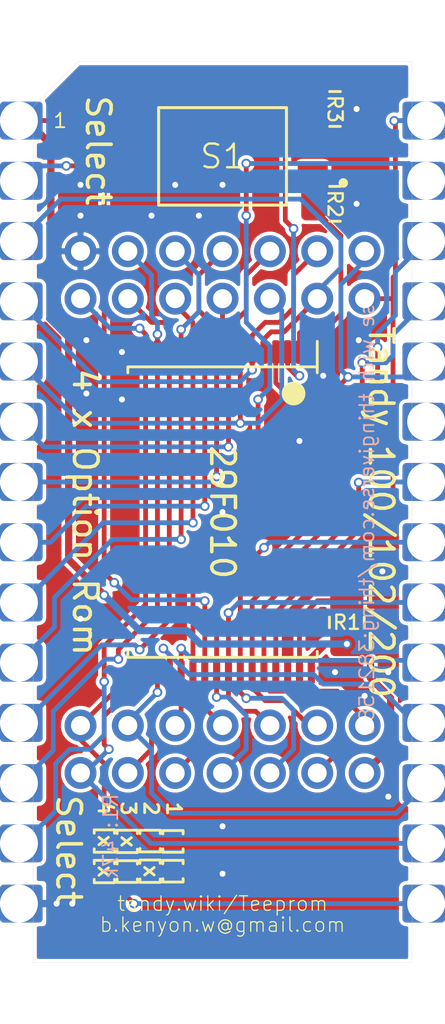
<source format=kicad_pcb>
(kicad_pcb (version 20171130) (host pcbnew 5.1.7-a382d34a8~87~ubuntu20.04.1)

  (general
    (thickness 1.6)
    (drawings 15)
    (tracks 381)
    (zones 0)
    (modules 9)
    (nets 31)
  )

  (page A4)
  (layers
    (0 Top signal)
    (31 Bottom signal)
    (32 B.Adhes user hide)
    (33 F.Adhes user hide)
    (34 B.Paste user hide)
    (35 F.Paste user hide)
    (36 B.SilkS user hide)
    (37 F.SilkS user hide)
    (38 B.Mask user)
    (39 F.Mask user)
    (40 Dwgs.User user)
    (41 Cmts.User user hide)
    (42 Eco1.User user hide)
    (43 Eco2.User user hide)
    (44 Edge.Cuts user)
    (45 Margin user hide)
    (46 B.CrtYd user hide)
    (47 F.CrtYd user hide)
    (48 B.Fab user hide)
    (49 F.Fab user hide)
  )

  (setup
    (last_trace_width 0.2032)
    (user_trace_width 0.2032)
    (user_trace_width 0.3048)
    (trace_clearance 0.1524)
    (zone_clearance 0.1524)
    (zone_45_only no)
    (trace_min 0.1524)
    (via_size 0.4064)
    (via_drill 0.254)
    (via_min_size 0.4064)
    (via_min_drill 0.254)
    (uvia_size 0.4064)
    (uvia_drill 0.254)
    (uvias_allowed no)
    (uvia_min_size 0.4064)
    (uvia_min_drill 0.254)
    (edge_width 0.01)
    (segment_width 0.2032)
    (pcb_text_width 0.254)
    (pcb_text_size 1.2192 1.2192)
    (mod_edge_width 0.1)
    (mod_text_size 0.4572 0.4572)
    (mod_text_width 0.0254)
    (pad_size 1.35 1.35)
    (pad_drill 0.8)
    (pad_to_mask_clearance 0)
    (aux_axis_origin 0 0)
    (grid_origin 147.2184 99.187)
    (visible_elements FFFFFF7F)
    (pcbplotparams
      (layerselection 0x010f0_ffffffff)
      (usegerberextensions false)
      (usegerberattributes false)
      (usegerberadvancedattributes false)
      (creategerberjobfile true)
      (excludeedgelayer true)
      (linewidth 0.100000)
      (plotframeref false)
      (viasonmask false)
      (mode 1)
      (useauxorigin false)
      (hpglpennumber 1)
      (hpglpenspeed 20)
      (hpglpendiameter 15.000000)
      (psnegative false)
      (psa4output false)
      (plotreference true)
      (plotvalue true)
      (plotinvisibletext false)
      (padsonsilk false)
      (subtractmaskfromsilk false)
      (outputformat 1)
      (mirror false)
      (drillshape 0)
      (scaleselection 1)
      (outputdirectory "Teeprom_GERBER"))
  )

  (net 0 "")
  (net 1 /D3)
  (net 2 /A10)
  (net 3 /D4)
  (net 4 /A7)
  (net 5 /D5)
  (net 6 /A6)
  (net 7 /D6)
  (net 8 /A5)
  (net 9 /D7)
  (net 10 /A4)
  (net 11 /A11)
  (net 12 /A3)
  (net 13 /~OE)
  (net 14 /A2)
  (net 15 /A13)
  (net 16 /A1)
  (net 17 /A0)
  (net 18 /A12)
  (net 19 /D0)
  (net 20 /A9)
  (net 21 /D1)
  (net 22 /A8)
  (net 23 /D2)
  (net 24 /~CE)
  (net 25 /A14)
  (net 26 /~WE)
  (net 27 VCC)
  (net 28 GND)
  (net 29 /A15)
  (net 30 /A16)

  (net_class Default "This is the default net class."
    (clearance 0.1524)
    (trace_width 0.1524)
    (via_dia 0.4064)
    (via_drill 0.254)
    (uvia_dia 0.4064)
    (uvia_drill 0.254)
    (diff_pair_width 0.1524)
    (diff_pair_gap 0.1524)
    (add_net /A0)
    (add_net /A1)
    (add_net /A10)
    (add_net /A11)
    (add_net /A12)
    (add_net /A13)
    (add_net /A14)
    (add_net /A15)
    (add_net /A16)
    (add_net /A2)
    (add_net /A3)
    (add_net /A4)
    (add_net /A5)
    (add_net /A6)
    (add_net /A7)
    (add_net /A8)
    (add_net /A9)
    (add_net /D0)
    (add_net /D1)
    (add_net /D2)
    (add_net /D3)
    (add_net /D4)
    (add_net /D5)
    (add_net /D6)
    (add_net /D7)
    (add_net /~CE)
    (add_net /~OE)
    (add_net /~WE)
    (add_net GND)
    (add_net VCC)
  )

  (module 000_LOCAL:PinHeader_2x07_P2.00mm_Vertical (layer Top) (tedit 5F92950C) (tstamp 5F9400B5)
    (at 147.2184 109.187 270)
    (descr "Through hole straight pin header, 2x07, 2.00mm pitch, double rows")
    (tags "Through hole pin header THT 2x07 2.00mm double row")
    (fp_text reference REF** (at -3 0 unlocked) (layer F.SilkS) hide
      (effects (font (size 1 1) (thickness 0.15)))
    )
    (fp_text value PinHeader_2x07_P2.00mm_Vertical (at 3 0) (layer F.Fab)
      (effects (font (size 1 1) (thickness 0.15)))
    )
    (fp_text user %R (at -3 0) (layer F.Fab)
      (effects (font (size 1 1) (thickness 0.15)))
    )
    (pad 1 thru_hole circle (at -1 -6 270) (size 1.35 1.35) (drill 0.8) (layers *.Cu *.Mask)
      (net 26 /~WE))
    (pad 2 thru_hole oval (at 1 -6 270) (size 1.35 1.35) (drill 0.8) (layers *.Cu *.Mask)
      (net 27 VCC))
    (pad 3 thru_hole oval (at -1 -4 270) (size 1.35 1.35) (drill 0.8) (layers *.Cu *.Mask)
      (net 22 /A8))
    (pad 4 thru_hole oval (at 1 -4 270) (size 1.35 1.35) (drill 0.8) (layers *.Cu *.Mask)
      (net 15 /A13))
    (pad 5 thru_hole oval (at -1 -2 270) (size 1.35 1.35) (drill 0.8) (layers *.Cu *.Mask)
      (net 11 /A11))
    (pad 6 thru_hole oval (at 1 -2 270) (size 1.35 1.35) (drill 0.8) (layers *.Cu *.Mask)
      (net 20 /A9))
    (pad 7 thru_hole oval (at -1 0 270) (size 1.35 1.35) (drill 0.8) (layers *.Cu *.Mask)
      (net 2 /A10))
    (pad 8 thru_hole oval (at 1 0 270) (size 1.35 1.35) (drill 0.8) (layers *.Cu *.Mask)
      (net 13 /~OE))
    (pad 9 thru_hole oval (at -1 2 270) (size 1.35 1.35) (drill 0.8) (layers *.Cu *.Mask)
      (net 9 /D7))
    (pad 10 thru_hole oval (at 1 2 270) (size 1.35 1.35) (drill 0.8) (layers *.Cu *.Mask)
      (net 24 /~CE))
    (pad 11 thru_hole oval (at -1 4 270) (size 1.35 1.35) (drill 0.8) (layers *.Cu *.Mask)
      (net 5 /D5))
    (pad 12 thru_hole oval (at 1 4 270) (size 1.35 1.35) (drill 0.8) (layers *.Cu *.Mask)
      (net 7 /D6))
    (pad 13 thru_hole oval (at -1 6 270) (size 1.35 1.35) (drill 0.8) (layers *.Cu *.Mask)
      (net 1 /D3))
    (pad 14 thru_hole oval (at 1 6 270) (size 1.35 1.35) (drill 0.8) (layers *.Cu *.Mask)
      (net 3 /D4))
    (model ${KISYS3DMOD}/Connector_PinHeader_2.00mm.3dshapes/PinHeader_2x07_P2.00mm_Vertical.wrl
      (at (xyz 0 0 0))
      (scale (xyz 1 1 1))
      (rotate (xyz 0 0 0))
    )
  )

  (module 000_LOCAL:PinHeader_2x07_P2.00mm_Vertical (layer Top) (tedit 5F929E67) (tstamp 5F93F9FA)
    (at 147.2184 89.187 270)
    (descr "Through hole straight pin header, 2x07, 2.00mm pitch, double rows")
    (tags "Through hole pin header THT 2x07 2.00mm double row")
    (fp_text reference REF** (at -3 0 unlocked) (layer F.SilkS) hide
      (effects (font (size 1 1) (thickness 0.15)))
    )
    (fp_text value PinHeader_2x07_P2.00mm_Vertical (at 3 0) (layer F.Fab)
      (effects (font (size 1 1) (thickness 0.15)))
    )
    (fp_text user %R (at -3 0) (layer F.Fab)
      (effects (font (size 1 1) (thickness 0.15)))
    )
    (pad 14 thru_hole oval (at 1 6 270) (size 1.35 1.35) (drill 0.8) (layers *.Cu *.Mask)
      (net 23 /D2))
    (pad 13 thru_hole oval (at -1 6 270) (size 1.35 1.35) (drill 0.8) (layers *.Cu *.Mask)
      (net 28 GND))
    (pad 12 thru_hole oval (at 1 4 270) (size 1.35 1.35) (drill 0.8) (layers *.Cu *.Mask)
      (net 19 /D0))
    (pad 11 thru_hole oval (at -1 4 270) (size 1.35 1.35) (drill 0.8) (layers *.Cu *.Mask)
      (net 21 /D1))
    (pad 10 thru_hole oval (at 1 2 270) (size 1.35 1.35) (drill 0.8) (layers *.Cu *.Mask)
      (net 16 /A1))
    (pad 9 thru_hole oval (at -1 2 270) (size 1.35 1.35) (drill 0.8) (layers *.Cu *.Mask)
      (net 17 /A0))
    (pad 8 thru_hole oval (at 1 0 270) (size 1.35 1.35) (drill 0.8) (layers *.Cu *.Mask)
      (net 12 /A3))
    (pad 7 thru_hole oval (at -1 0 270) (size 1.35 1.35) (drill 0.8) (layers *.Cu *.Mask)
      (net 14 /A2))
    (pad 6 thru_hole oval (at 1 -2 270) (size 1.35 1.35) (drill 0.8) (layers *.Cu *.Mask)
      (net 8 /A5))
    (pad 5 thru_hole oval (at -1 -2 270) (size 1.35 1.35) (drill 0.8) (layers *.Cu *.Mask)
      (net 10 /A4))
    (pad 4 thru_hole oval (at 1 -4 270) (size 1.35 1.35) (drill 0.8) (layers *.Cu *.Mask)
      (net 4 /A7))
    (pad 3 thru_hole oval (at -1 -4 270) (size 1.35 1.35) (drill 0.8) (layers *.Cu *.Mask)
      (net 6 /A6))
    (pad 2 thru_hole oval (at 1 -6 270) (size 1.35 1.35) (drill 0.8) (layers *.Cu *.Mask)
      (net 25 /A14))
    (pad 1 thru_hole circle (at -1 -6 270) (size 1.35 1.35) (drill 0.8) (layers *.Cu *.Mask)
      (net 18 /A12))
    (model ${KISYS3DMOD}/Connector_PinHeader_2.00mm.3dshapes/PinHeader_2x07_P2.00mm_Vertical.wrl
      (at (xyz 0 0 0))
      (scale (xyz 1 1 1))
      (rotate (xyz 0 0 0))
    )
  )

  (module 000_LOCAL:SW_DS05-127-2-02BK-SMT-TR (layer Top) (tedit 5F926D3C) (tstamp 5F9307AB)
    (at 147.2184 84.187 180)
    (path /5F9E7F6D)
    (fp_text reference S1 (at 0 0) (layer F.SilkS)
      (effects (font (size 1 1) (thickness 0.1)))
    )
    (fp_text value 2xSPST (at 12.175 3.065) (layer F.Fab)
      (effects (font (size 1 1) (thickness 0.015)))
    )
    (fp_line (start -2.7 -2.055) (end 2.7 -2.055) (layer F.Fab) (width 0.127))
    (fp_line (start 2.7 -2.055) (end 2.7 2.055) (layer F.Fab) (width 0.127))
    (fp_line (start 2.7 2.055) (end -2.7 2.055) (layer F.Fab) (width 0.127))
    (fp_line (start -2.7 2.055) (end -2.7 -2.055) (layer F.Fab) (width 0.127))
    (fp_line (start -2.7 -2.055) (end 2.7 -2.055) (layer F.SilkS) (width 0.127))
    (fp_line (start 2.7 -2.055) (end 2.7 2.055) (layer F.SilkS) (width 0.127))
    (fp_line (start 2.7 2.055) (end -2.7 2.055) (layer F.SilkS) (width 0.127))
    (fp_line (start -2.7 2.055) (end -2.7 -2.055) (layer F.SilkS) (width 0.127))
    (fp_line (start -4.695 -2.305) (end -4.695 2.305) (layer F.CrtYd) (width 0.05))
    (fp_line (start -4.695 2.305) (end 4.695 2.305) (layer F.CrtYd) (width 0.05))
    (fp_line (start 4.695 2.305) (end 4.695 -2.305) (layer F.CrtYd) (width 0.05))
    (fp_line (start 4.695 -2.305) (end -4.695 -2.305) (layer F.CrtYd) (width 0.05))
    (fp_circle (center -5.1 -1.12) (end -5 -1.12) (layer F.SilkS) (width 0.2))
    (fp_circle (center -5.1 -1.12) (end -5 -1.12) (layer F.Fab) (width 0.2))
    (pad 1B smd roundrect (at 3.81 -0.635 180) (size 1.27 0.76) (layers Top F.Paste F.Mask) (roundrect_rratio 0.25)
      (net 27 VCC))
    (pad 2B smd roundrect (at 3.81 0.635 180) (size 1.27 0.76) (layers Top F.Paste F.Mask) (roundrect_rratio 0.25)
      (net 27 VCC))
    (pad 2A smd roundrect (at -3.81 0.635 180) (size 1.27 0.76) (layers Top F.Paste F.Mask) (roundrect_rratio 0.25)
      (net 29 /A15))
    (pad 1A smd roundrect (at -3.81 -0.635 180) (size 1.27 0.76) (layers Top F.Paste F.Mask) (roundrect_rratio 0.25)
      (net 30 /A16))
    (model ${KIPRJMOD}/000_LOCAL.pretty/3d/CUI_DEVICES_DS05-127-2-02BK-SMT-TR.step
      (offset (xyz -9.65 -1.1 -1.5))
      (scale (xyz 1 1 1))
      (rotate (xyz -90 0 0))
    )
  )

  (module 000_LOCAL:TSOP32-14mm (layer Top) (tedit 5F926D8B) (tstamp 5D21E664)
    (at 147.2184 99.187 180)
    (descr "Module CMS TSOP 32 pins")
    (tags "CMS TSOP")
    (path /5D231C6F)
    (attr smd)
    (fp_text reference U1 (at -2.2352 0 270 unlocked) (layer F.SilkS) hide
      (effects (font (size 1 1) (thickness 0.15)))
    )
    (fp_text value 29F010 (at 0 0 -90 unlocked) (layer F.SilkS)
      (effects (font (size 1 1) (thickness 0.15)))
    )
    (fp_line (start 4 -6.125) (end 4 -5.875) (layer F.SilkS) (width 0.12))
    (fp_line (start -4 -6.125) (end -4 -5.875) (layer F.SilkS) (width 0.12))
    (fp_line (start 4 6.125) (end 4 5.875) (layer F.SilkS) (width 0.12))
    (fp_line (start -4 7.2) (end -4 5.875) (layer F.SilkS) (width 0.12))
    (fp_line (start 4 -6.125) (end -4 -6.125) (layer F.SilkS) (width 0.12))
    (fp_line (start -4 6.125) (end 4 6.125) (layer F.SilkS) (width 0.12))
    (fp_circle (center -3 5) (end -2.75 5) (layer F.SilkS) (width 0.5))
    (pad 1 smd roundrect (at -3.75 6.75 180) (size 0.3 1) (layers Top F.Paste F.Mask) (roundrect_rratio 0.25))
    (pad 2 smd roundrect (at -3.25 6.75 180) (size 0.3 1) (layers Top F.Paste F.Mask) (roundrect_rratio 0.25)
      (net 30 /A16))
    (pad 3 smd roundrect (at -2.75 6.75 180) (size 0.3 1) (layers Top F.Paste F.Mask) (roundrect_rratio 0.25)
      (net 29 /A15))
    (pad 4 smd roundrect (at -2.25 6.75 180) (size 0.3 1) (layers Top F.Paste F.Mask) (roundrect_rratio 0.25)
      (net 18 /A12))
    (pad 5 smd roundrect (at -1.75 6.75 180) (size 0.3 1) (layers Top F.Paste F.Mask) (roundrect_rratio 0.25)
      (net 4 /A7))
    (pad 6 smd roundrect (at -1.25 6.75 180) (size 0.3 1) (layers Top F.Paste F.Mask) (roundrect_rratio 0.25)
      (net 6 /A6))
    (pad 7 smd roundrect (at -0.75 6.75 180) (size 0.3 1) (layers Top F.Paste F.Mask) (roundrect_rratio 0.25)
      (net 8 /A5))
    (pad 8 smd roundrect (at -0.25 6.75 180) (size 0.3 1) (layers Top F.Paste F.Mask) (roundrect_rratio 0.25)
      (net 10 /A4))
    (pad 9 smd roundrect (at 0.25 6.75 180) (size 0.3 1) (layers Top F.Paste F.Mask) (roundrect_rratio 0.25)
      (net 12 /A3))
    (pad 10 smd roundrect (at 0.75 6.75 180) (size 0.3 1) (layers Top F.Paste F.Mask) (roundrect_rratio 0.25)
      (net 14 /A2))
    (pad 11 smd roundrect (at 1.25 6.75 180) (size 0.3 1) (layers Top F.Paste F.Mask) (roundrect_rratio 0.25)
      (net 16 /A1))
    (pad 12 smd roundrect (at 1.75 6.75 180) (size 0.3 1) (layers Top F.Paste F.Mask) (roundrect_rratio 0.25)
      (net 17 /A0))
    (pad 13 smd roundrect (at 2.25 6.75 180) (size 0.3 1) (layers Top F.Paste F.Mask) (roundrect_rratio 0.25)
      (net 19 /D0))
    (pad 14 smd roundrect (at 2.75 6.75 180) (size 0.3 1) (layers Top F.Paste F.Mask) (roundrect_rratio 0.25)
      (net 21 /D1))
    (pad 15 smd roundrect (at 3.25 6.75 180) (size 0.3 1) (layers Top F.Paste F.Mask) (roundrect_rratio 0.25)
      (net 23 /D2))
    (pad 16 smd roundrect (at 3.75 6.75 180) (size 0.3 1) (layers Top F.Paste F.Mask) (roundrect_rratio 0.25)
      (net 28 GND))
    (pad 17 smd roundrect (at 3.75 -6.75 180) (size 0.3 1) (layers Top F.Paste F.Mask) (roundrect_rratio 0.25)
      (net 1 /D3))
    (pad 18 smd roundrect (at 3.25 -6.75 180) (size 0.3 1) (layers Top F.Paste F.Mask) (roundrect_rratio 0.25)
      (net 3 /D4))
    (pad 19 smd roundrect (at 2.75 -6.75 180) (size 0.3 1) (layers Top F.Paste F.Mask) (roundrect_rratio 0.25)
      (net 5 /D5))
    (pad 20 smd roundrect (at 2.25 -6.75 180) (size 0.3 1) (layers Top F.Paste F.Mask) (roundrect_rratio 0.25)
      (net 7 /D6))
    (pad 21 smd roundrect (at 1.75 -6.75 180) (size 0.3 1) (layers Top F.Paste F.Mask) (roundrect_rratio 0.25)
      (net 9 /D7))
    (pad 22 smd roundrect (at 1.25 -6.75 180) (size 0.3 1) (layers Top F.Paste F.Mask) (roundrect_rratio 0.25)
      (net 24 /~CE))
    (pad 23 smd roundrect (at 0.75 -6.75 180) (size 0.3 1) (layers Top F.Paste F.Mask) (roundrect_rratio 0.25)
      (net 2 /A10))
    (pad 24 smd roundrect (at 0.25 -6.75 180) (size 0.3 1) (layers Top F.Paste F.Mask) (roundrect_rratio 0.25)
      (net 13 /~OE))
    (pad 25 smd roundrect (at -0.25 -6.75 180) (size 0.3 1) (layers Top F.Paste F.Mask) (roundrect_rratio 0.25)
      (net 11 /A11))
    (pad 26 smd roundrect (at -0.75 -6.75 180) (size 0.3 1) (layers Top F.Paste F.Mask) (roundrect_rratio 0.25)
      (net 20 /A9))
    (pad 27 smd roundrect (at -1.25 -6.75 180) (size 0.3 1) (layers Top F.Paste F.Mask) (roundrect_rratio 0.25)
      (net 22 /A8))
    (pad 28 smd roundrect (at -1.75 -6.75 180) (size 0.3 1) (layers Top F.Paste F.Mask) (roundrect_rratio 0.25)
      (net 15 /A13))
    (pad 29 smd roundrect (at -2.25 -6.75 180) (size 0.3 1) (layers Top F.Paste F.Mask) (roundrect_rratio 0.25)
      (net 25 /A14))
    (pad 30 smd roundrect (at -2.75 -6.75 180) (size 0.3 1) (layers Top F.Paste F.Mask) (roundrect_rratio 0.25))
    (pad 31 smd roundrect (at -3.25 -6.75 180) (size 0.3 1) (layers Top F.Paste F.Mask) (roundrect_rratio 0.25)
      (net 26 /~WE))
    (pad 32 smd roundrect (at -3.75 -6.75 180) (size 0.3 1) (layers Top F.Paste F.Mask) (roundrect_rratio 0.25)
      (net 27 VCC))
    (model ${KIPRJMOD}/000_LOCAL.pretty/3d/TSOP32_8x14.step
      (at (xyz 0 0 0))
      (scale (xyz 1 1 1))
      (rotate (xyz 0 0 -90))
    )
  )

  (module 000_LOCAL:R_0805_2012Metric (layer Top) (tedit 5F92312E) (tstamp 5F92F7E1)
    (at 151.9684 82.187 180)
    (descr "Resistor SMD 0805 (2012 Metric), square (rectangular) end terminal, IPC_7351 nominal, (Body size source: IPC-SM-782 page 72, https://www.pcb-3d.com/wordpress/wp-content/uploads/ipc-sm-782a_amendment_1_and_2.pdf), generated with kicad-footprint-generator")
    (tags resistor)
    (path /5F9C7161)
    (attr smd)
    (fp_text reference R3 (at 0 0 -90 unlocked) (layer F.SilkS)
      (effects (font (size 0.6 0.6) (thickness 0.1)))
    )
    (fp_text value 47k (at 0 1.65) (layer F.Fab)
      (effects (font (size 1 1) (thickness 0.15)))
    )
    (fp_text user %R (at 0 0) (layer F.Fab)
      (effects (font (size 0.5 0.5) (thickness 0.08)))
    )
    (fp_line (start -1 0.625) (end -1 -0.625) (layer F.Fab) (width 0.1))
    (fp_line (start -1 -0.625) (end 1 -0.625) (layer F.Fab) (width 0.1))
    (fp_line (start 1 -0.625) (end 1 0.625) (layer F.Fab) (width 0.1))
    (fp_line (start 1 0.625) (end -1 0.625) (layer F.Fab) (width 0.1))
    (fp_line (start -0.227064 -0.735) (end 0.227064 -0.735) (layer F.SilkS) (width 0.12))
    (fp_line (start -0.227064 0.735) (end 0.227064 0.735) (layer F.SilkS) (width 0.12))
    (fp_line (start -1.68 0.95) (end -1.68 -0.95) (layer F.CrtYd) (width 0.05))
    (fp_line (start -1.68 -0.95) (end 1.68 -0.95) (layer F.CrtYd) (width 0.05))
    (fp_line (start 1.68 -0.95) (end 1.68 0.95) (layer F.CrtYd) (width 0.05))
    (fp_line (start 1.68 0.95) (end -1.68 0.95) (layer F.CrtYd) (width 0.05))
    (pad 2 smd roundrect (at 0.9125 0 180) (size 1.025 1.4) (layers Top F.Paste F.Mask) (roundrect_rratio 0.2)
      (net 29 /A15))
    (pad 1 smd roundrect (at -0.9125 0 180) (size 1.025 1.4) (layers Top F.Paste F.Mask) (roundrect_rratio 0.2)
      (net 28 GND))
    (model ${KIPRJMOD}/000_LOCAL.pretty/3d/R_0805_2012Metric.step
      (at (xyz 0 0 0))
      (scale (xyz 1 1 1))
      (rotate (xyz 0 0 0))
    )
  )

  (module 000_LOCAL:R_0805_2012Metric (layer Top) (tedit 5F92312E) (tstamp 5F92F7D0)
    (at 151.9684 86.187 180)
    (descr "Resistor SMD 0805 (2012 Metric), square (rectangular) end terminal, IPC_7351 nominal, (Body size source: IPC-SM-782 page 72, https://www.pcb-3d.com/wordpress/wp-content/uploads/ipc-sm-782a_amendment_1_and_2.pdf), generated with kicad-footprint-generator")
    (tags resistor)
    (path /5F9C1754)
    (attr smd)
    (fp_text reference R2 (at 0 0 -90 unlocked) (layer F.SilkS)
      (effects (font (size 0.6 0.6) (thickness 0.1)))
    )
    (fp_text value 47k (at 0 1.65) (layer F.Fab)
      (effects (font (size 1 1) (thickness 0.15)))
    )
    (fp_text user %R (at 0 0) (layer F.Fab)
      (effects (font (size 0.5 0.5) (thickness 0.08)))
    )
    (fp_line (start -1 0.625) (end -1 -0.625) (layer F.Fab) (width 0.1))
    (fp_line (start -1 -0.625) (end 1 -0.625) (layer F.Fab) (width 0.1))
    (fp_line (start 1 -0.625) (end 1 0.625) (layer F.Fab) (width 0.1))
    (fp_line (start 1 0.625) (end -1 0.625) (layer F.Fab) (width 0.1))
    (fp_line (start -0.227064 -0.735) (end 0.227064 -0.735) (layer F.SilkS) (width 0.12))
    (fp_line (start -0.227064 0.735) (end 0.227064 0.735) (layer F.SilkS) (width 0.12))
    (fp_line (start -1.68 0.95) (end -1.68 -0.95) (layer F.CrtYd) (width 0.05))
    (fp_line (start -1.68 -0.95) (end 1.68 -0.95) (layer F.CrtYd) (width 0.05))
    (fp_line (start 1.68 -0.95) (end 1.68 0.95) (layer F.CrtYd) (width 0.05))
    (fp_line (start 1.68 0.95) (end -1.68 0.95) (layer F.CrtYd) (width 0.05))
    (pad 2 smd roundrect (at 0.9125 0 180) (size 1.025 1.4) (layers Top F.Paste F.Mask) (roundrect_rratio 0.2)
      (net 30 /A16))
    (pad 1 smd roundrect (at -0.9125 0 180) (size 1.025 1.4) (layers Top F.Paste F.Mask) (roundrect_rratio 0.2)
      (net 28 GND))
    (model ${KIPRJMOD}/000_LOCAL.pretty/3d/R_0805_2012Metric.step
      (at (xyz 0 0 0))
      (scale (xyz 1 1 1))
      (rotate (xyz 0 0 0))
    )
  )

  (module 000_LOCAL:pcb2molex8878 (layer Top) (tedit 5F923640) (tstamp 5F92200A)
    (at 147.2184 99.187)
    (descr "Castellated edge contacts to fit Molex 8878 Socket")
    (path /5E6792DF)
    (solder_mask_margin -0.28)
    (fp_text reference J1 (at -0.9906 -0.9906 -90) (layer Dwgs.User) hide
      (effects (font (size 1.2065 1.2065) (thickness 0.127)) (justify left bottom))
    )
    (fp_text value Tandy_100_102_200_option_rom (at 2.0701 -8.8773 -90) (layer F.Fab) hide
      (effects (font (size 1.2065 1.2065) (thickness 0.1016)) (justify left bottom))
    )
    (fp_line (start 4.5593 19.05) (end 8.1 19.05) (layer Eco1.User) (width 0.01))
    (fp_line (start -8.1 19.05) (end -4.5593 19.05) (layer Eco1.User) (width 0.01))
    (fp_line (start 0.762 -19.05) (end 8.1 -19.05) (layer Eco1.User) (width 0.01))
    (fp_line (start -8.1 -19.05) (end -0.762 -19.05) (layer Eco1.User) (width 0.01))
    (fp_line (start 8.1 19.05) (end 8.1 -19.05) (layer Eco1.User) (width 0.01))
    (fp_line (start -8.1 19.05) (end -8.1 -19.05) (layer Eco1.User) (width 0.01))
    (fp_line (start 3.0353 19.05) (end -3.0353 19.05) (layer Eco1.User) (width 0.01))
    (fp_line (start 3.0353 21.59) (end 3.0353 19.05) (layer Eco1.User) (width 0.01))
    (fp_line (start 4.5593 21.59) (end 3.0353 21.59) (layer Eco1.User) (width 0.01))
    (fp_line (start 4.5593 19.05) (end 4.5593 21.59) (layer Eco1.User) (width 0.01))
    (fp_line (start -3.0353 21.59) (end -3.0353 19.05) (layer Eco1.User) (width 0.01))
    (fp_line (start -4.5593 21.59) (end -3.0353 21.59) (layer Eco1.User) (width 0.01))
    (fp_line (start -4.5593 19.05) (end -4.5593 21.59) (layer Eco1.User) (width 0.01))
    (fp_line (start 0.762 -21.59) (end 0.762 -19.05) (layer Eco1.User) (width 0.01))
    (fp_line (start -0.762 -21.59) (end 0.762 -21.59) (layer Eco1.User) (width 0.01))
    (fp_line (start -0.762 -19.05) (end -0.762 -21.59) (layer Eco1.User) (width 0.01))
    (fp_arc (start -5.4229 19.9136) (end -4.5593 19.9136) (angle -90) (layer Eco1.User) (width 0.00508))
    (fp_arc (start -2.1717 19.9136) (end -2.1717 19.05) (angle -90) (layer Eco1.User) (width 0.00508))
    (fp_arc (start 5.4229 19.9136) (end 5.4229 19.05) (angle -90) (layer Eco1.User) (width 0.00508))
    (fp_arc (start 2.1717 19.9136) (end 3.0353 19.9136) (angle -90) (layer Eco1.User) (width 0.00508))
    (fp_arc (start -1.6256 -19.9136) (end -1.6256 -19.05) (angle -90) (layer Eco1.User) (width 0.00508))
    (fp_arc (start 1.6256 -19.9136) (end 0.762 -19.9136) (angle -90) (layer Eco1.User) (width 0.00508))
    (fp_text user "Eco1.User is Edge.Cuts for use without carrier." (at -0.0298 12.25) (layer Eco1.User)
      (effects (font (size 0.2 0.2) (thickness 0.01)))
    )
    (pad 28 thru_hole roundrect (at 8.6 -16.51 180) (size 1.8 1.6) (drill 1.6 (offset 0.1 0)) (layers *.Cu *.Mask) (roundrect_rratio 0.1)
      (net 25 /A14) (solder_mask_margin -0.19))
    (pad 14 thru_hole roundrect (at -8.6 16.51) (size 1.8 1.6) (drill 1.6 (offset 0.1 0)) (layers *.Cu *.Mask) (roundrect_rratio 0.1)
      (net 28 GND) (solder_mask_margin -0.19))
    (pad 27 thru_hole roundrect (at 8.6 -13.97 180) (size 1.8 1.6) (drill 1.6 (offset 0.1 0)) (layers *.Cu *.Mask) (roundrect_rratio 0.1)
      (net 24 /~CE) (solder_mask_margin -0.19))
    (pad 13 thru_hole roundrect (at -8.6 13.97) (size 1.8 1.6) (drill 1.6 (offset 0.1 0)) (layers *.Cu *.Mask) (roundrect_rratio 0.1)
      (net 23 /D2) (solder_mask_margin -0.19))
    (pad 26 thru_hole roundrect (at 8.6 -11.43 180) (size 1.8 1.6) (drill 1.6 (offset 0.1 0)) (layers *.Cu *.Mask) (roundrect_rratio 0.1)
      (net 22 /A8) (solder_mask_margin -0.19))
    (pad 12 thru_hole roundrect (at -8.6 11.43) (size 1.8 1.6) (drill 1.6 (offset 0.1 0)) (layers *.Cu *.Mask) (roundrect_rratio 0.1)
      (net 21 /D1) (solder_mask_margin -0.19))
    (pad 25 thru_hole roundrect (at 8.6 -8.89 180) (size 1.8 1.6) (drill 1.6 (offset 0.1 0)) (layers *.Cu *.Mask) (roundrect_rratio 0.1)
      (net 20 /A9) (solder_mask_margin -0.19))
    (pad 11 thru_hole roundrect (at -8.6 8.89) (size 1.8 1.6) (drill 1.6 (offset 0.1 0)) (layers *.Cu *.Mask) (roundrect_rratio 0.1)
      (net 19 /D0) (solder_mask_margin -0.19))
    (pad 24 thru_hole roundrect (at 8.6 -6.35 180) (size 1.8 1.6) (drill 1.6 (offset 0.1 0)) (layers *.Cu *.Mask) (roundrect_rratio 0.1)
      (net 18 /A12) (solder_mask_margin -0.19))
    (pad 10 thru_hole roundrect (at -8.6 6.35) (size 1.8 1.6) (drill 1.6 (offset 0.1 0)) (layers *.Cu *.Mask) (roundrect_rratio 0.1)
      (net 17 /A0) (solder_mask_margin -0.19))
    (pad 23 thru_hole roundrect (at 8.6 -3.81 180) (size 1.8 1.6) (drill 1.6 (offset 0.1 0)) (layers *.Cu *.Mask) (roundrect_rratio 0.1)
      (solder_mask_margin -0.19))
    (pad 9 thru_hole roundrect (at -8.6 3.81) (size 1.8 1.6) (drill 1.6 (offset 0.1 0)) (layers *.Cu *.Mask) (roundrect_rratio 0.1)
      (net 16 /A1) (solder_mask_margin -0.19))
    (pad 22 thru_hole roundrect (at 8.6 -1.27 180) (size 1.8 1.6) (drill 1.6 (offset 0.1 0)) (layers *.Cu *.Mask) (roundrect_rratio 0.1)
      (net 15 /A13) (solder_mask_margin -0.19))
    (pad 8 thru_hole roundrect (at -8.6 1.27) (size 1.8 1.6) (drill 1.6 (offset 0.1 0)) (layers *.Cu *.Mask) (roundrect_rratio 0.1)
      (net 14 /A2) (solder_mask_margin -0.19))
    (pad 21 thru_hole roundrect (at 8.6 1.27 180) (size 1.8 1.6) (drill 1.6 (offset 0.1 0)) (layers *.Cu *.Mask) (roundrect_rratio 0.1)
      (net 13 /~OE) (solder_mask_margin -0.19))
    (pad 7 thru_hole roundrect (at -8.6 -1.27) (size 1.8 1.6) (drill 1.6 (offset 0.1 0)) (layers *.Cu *.Mask) (roundrect_rratio 0.1)
      (net 12 /A3) (solder_mask_margin -0.19))
    (pad 20 thru_hole roundrect (at 8.6 3.81 180) (size 1.8 1.6) (drill 1.6 (offset 0.1 0)) (layers *.Cu *.Mask) (roundrect_rratio 0.1)
      (net 11 /A11) (solder_mask_margin -0.19))
    (pad 6 thru_hole roundrect (at -8.6 -3.81) (size 1.8 1.6) (drill 1.6 (offset 0.1 0)) (layers *.Cu *.Mask) (roundrect_rratio 0.1)
      (net 10 /A4) (solder_mask_margin -0.19))
    (pad 19 thru_hole roundrect (at 8.6 6.35 180) (size 1.8 1.6) (drill 1.6 (offset 0.1 0)) (layers *.Cu *.Mask) (roundrect_rratio 0.1)
      (net 9 /D7) (solder_mask_margin -0.19))
    (pad 5 thru_hole roundrect (at -8.6 -6.35) (size 1.8 1.6) (drill 1.6 (offset 0.1 0)) (layers *.Cu *.Mask) (roundrect_rratio 0.1)
      (net 8 /A5) (solder_mask_margin -0.19))
    (pad 18 thru_hole roundrect (at 8.6 8.89 180) (size 1.8 1.6) (drill 1.6 (offset 0.1 0)) (layers *.Cu *.Mask) (roundrect_rratio 0.1)
      (net 7 /D6) (solder_mask_margin -0.19))
    (pad 4 thru_hole roundrect (at -8.6 -8.89) (size 1.8 1.6) (drill 1.6 (offset 0.1 0)) (layers *.Cu *.Mask) (roundrect_rratio 0.1)
      (net 6 /A6) (solder_mask_margin -0.19))
    (pad 17 thru_hole roundrect (at 8.6 11.43 180) (size 1.8 1.6) (drill 1.6 (offset 0.1 0)) (layers *.Cu *.Mask) (roundrect_rratio 0.1)
      (net 5 /D5) (solder_mask_margin -0.19))
    (pad 3 thru_hole roundrect (at -8.6 -11.43) (size 1.8 1.6) (drill 1.6 (offset 0.1 0)) (layers *.Cu *.Mask) (roundrect_rratio 0.1)
      (net 4 /A7) (solder_mask_margin -0.19))
    (pad 16 thru_hole roundrect (at 8.6 13.97 180) (size 1.8 1.6) (drill 1.6 (offset 0.1 0)) (layers *.Cu *.Mask) (roundrect_rratio 0.1)
      (net 3 /D4) (solder_mask_margin -0.19))
    (pad 2 thru_hole roundrect (at -8.6 -13.97) (size 1.8 1.6) (drill 1.6 (offset 0.1 0)) (layers *.Cu *.Mask) (roundrect_rratio 0.1)
      (net 2 /A10) (solder_mask_margin -0.19))
    (pad 15 thru_hole roundrect (at 8.6 16.51 180) (size 1.8 1.6) (drill 1.6 (offset 0.1 0)) (layers *.Cu *.Mask) (roundrect_rratio 0.1)
      (net 1 /D3) (solder_mask_margin -0.19))
    (pad 1 thru_hole roundrect (at -8.6 -16.51) (size 1.8 1.6) (drill 1.6 (offset 0.1 0)) (layers *.Cu *.Mask) (roundrect_rratio 0.1)
      (net 27 VCC) (solder_mask_margin -0.19))
    (model ${KIPRJMOD}/000_LOCAL.pretty/3d/pcb2molex8878_chamfer.step
      (offset (xyz 0 0 -0.23))
      (scale (xyz 1 1 1))
      (rotate (xyz 0 0 90))
    )
  )

  (module 000_LOCAL:R_0805_2012Metric (layer Top) (tedit 5F92312E) (tstamp 5D22C129)
    (at 152.4684 103.837 90)
    (descr "Resistor SMD 0805 (2012 Metric), square (rectangular) end terminal, IPC_7351 nominal, (Body size source: IPC-SM-782 page 72, https://www.pcb-3d.com/wordpress/wp-content/uploads/ipc-sm-782a_amendment_1_and_2.pdf), generated with kicad-footprint-generator")
    (tags resistor)
    (path /5D2BF7AB)
    (attr smd)
    (fp_text reference R1 (at 0 0 unlocked) (layer F.SilkS)
      (effects (font (size 0.6 0.6) (thickness 0.1)))
    )
    (fp_text value 47k (at 0 1.65 90) (layer F.Fab)
      (effects (font (size 1 1) (thickness 0.15)))
    )
    (fp_line (start -1 0.625) (end -1 -0.625) (layer F.Fab) (width 0.1))
    (fp_line (start -1 -0.625) (end 1 -0.625) (layer F.Fab) (width 0.1))
    (fp_line (start 1 -0.625) (end 1 0.625) (layer F.Fab) (width 0.1))
    (fp_line (start 1 0.625) (end -1 0.625) (layer F.Fab) (width 0.1))
    (fp_line (start -0.227064 -0.735) (end 0.227064 -0.735) (layer F.SilkS) (width 0.12))
    (fp_line (start -0.227064 0.735) (end 0.227064 0.735) (layer F.SilkS) (width 0.12))
    (fp_line (start -1.68 0.95) (end -1.68 -0.95) (layer F.CrtYd) (width 0.05))
    (fp_line (start -1.68 -0.95) (end 1.68 -0.95) (layer F.CrtYd) (width 0.05))
    (fp_line (start 1.68 -0.95) (end 1.68 0.95) (layer F.CrtYd) (width 0.05))
    (fp_line (start 1.68 0.95) (end -1.68 0.95) (layer F.CrtYd) (width 0.05))
    (fp_text user %R (at 0 0 90) (layer F.Fab)
      (effects (font (size 0.5 0.5) (thickness 0.08)))
    )
    (pad 2 smd roundrect (at 0.9125 0 90) (size 1.025 1.4) (layers Top F.Paste F.Mask) (roundrect_rratio 0.2)
      (net 26 /~WE))
    (pad 1 smd roundrect (at -0.9125 0 90) (size 1.025 1.4) (layers Top F.Paste F.Mask) (roundrect_rratio 0.2)
      (net 27 VCC))
    (model ${KIPRJMOD}/000_LOCAL.pretty/3d/R_0805_2012Metric.step
      (at (xyz 0 0 0))
      (scale (xyz 1 1 1))
      (rotate (xyz 0 0 0))
    )
  )

  (module 000_LOCAL:pcb2molex8878_chamfer locked (layer Top) (tedit 5E642EC3) (tstamp 5E64363E)
    (at 147.2184 99.187)
    (descr "Castellated edge contacts to fit Molex 8878 Socket")
    (solder_mask_margin -0.28)
    (attr virtual)
    (fp_text reference carrier? (at -1.5 0 -90) (layer Dwgs.User) hide
      (effects (font (size 1.2065 1.2065) (thickness 0.127)) (justify left bottom))
    )
    (fp_text value pcb2molex8878_chamfer (at 2.23 -9.45 -90) (layer F.Fab) hide
      (effects (font (size 1.2065 1.2065) (thickness 0.1016)) (justify left bottom))
    )
    (fp_line (start -5.94 -16.94) (end -5.2 -16.94) (layer Dwgs.User) (width 0.01))
    (fp_line (start -5.94 -18.3) (end -5.94 -16.94) (layer Dwgs.User) (width 0.01))
    (fp_line (start -5.94 -18.3) (end -5.74 -18.1) (layer Dwgs.User) (width 0.01))
    (fp_line (start -6.14 -18.1) (end -5.94 -18.3) (layer Dwgs.User) (width 0.01))
    (fp_line (start -5.94 -18.3) (end -6.14 -18.1) (layer Dwgs.User) (width 0.01))
    (fp_line (start -4.45 -17.4) (end -3.62 -17.4) (layer Dwgs.User) (width 0.01))
    (fp_line (start -4.45 -18) (end -4.45 -17.4) (layer Dwgs.User) (width 0.01))
    (fp_line (start -8 19) (end -8 -17.2) (layer Eco2.User) (width 0.01))
    (fp_line (start -4.45 -18) (end -4.25 -17.8) (layer Dwgs.User) (width 0.01))
    (fp_line (start -4.65 -17.8) (end -4.45 -18) (layer Dwgs.User) (width 0.01))
    (fp_line (start -4.45 -18) (end -4.65 -17.8) (layer Dwgs.User) (width 0.01))
    (fp_line (start 5 19) (end -5 19) (layer Dwgs.User) (width 0.01))
    (fp_line (start 5 18) (end 5 19) (layer Dwgs.User) (width 0.01))
    (fp_line (start -5 18) (end 5 18) (layer Dwgs.User) (width 0.01))
    (fp_line (start -5 19) (end -5 18) (layer Dwgs.User) (width 0.01))
    (fp_line (start 5 -19) (end -5 -19) (layer Dwgs.User) (width 0.01))
    (fp_line (start 5 -18) (end 5 -19) (layer Dwgs.User) (width 0.01))
    (fp_line (start -5 -18) (end 5 -18) (layer Dwgs.User) (width 0.01))
    (fp_line (start -5 -19) (end -5 -18) (layer Dwgs.User) (width 0.01))
    (fp_line (start 7.2 18.3) (end -7.2 18.3) (layer Dwgs.User) (width 0.01))
    (fp_line (start 7.2 -18.3) (end 7.2 18.3) (layer Dwgs.User) (width 0.01))
    (fp_line (start -7.2 -18.3) (end 7.2 -18.3) (layer Dwgs.User) (width 0.01))
    (fp_line (start -7.2 18.3) (end -7.2 -18.3) (layer Dwgs.User) (width 0.01))
    (fp_line (start -8 -17.2) (end -6.2 -19) (layer Eco2.User) (width 0.01))
    (fp_line (start 8 19) (end -8 19) (layer Eco2.User) (width 0.01))
    (fp_line (start 8 -19) (end 8 19) (layer Eco2.User) (width 0.01))
    (fp_line (start -6.2 -19) (end 8 -19) (layer Eco2.User) (width 0.01))
    (fp_line (start -8 -19) (end -6.2 -19) (layer Dwgs.User) (width 0.01))
    (fp_line (start -8 -19) (end -8 -17.2) (layer Dwgs.User) (width 0.01))
    (fp_text user "10.0 x 1.0 retainer wedges on top surface" (at -0.24 -17.41) (layer Dwgs.User)
      (effects (font (size 0.2 0.2) (thickness 0.01)))
    )
    (fp_text user "36.6 x 14.4 x 1.4 - backside pocket" (at -2.29 -16.93) (layer Dwgs.User)
      (effects (font (size 0.2 0.2) (thickness 0.01)))
    )
    (fp_text user "Eco2.User is Edge.Cuts for use with \"pcb2molex8878_chamfer\" carrier." (at -0.05 13.65) (layer Eco2.User)
      (effects (font (size 0.2 0.2) (thickness 0.01)))
    )
    (model ${KIPRJMOD}/000_LOCAL.pretty/3d/pcb2molex8878_chamfer.step
      (offset (xyz 0 0 -0.2))
      (scale (xyz 1 1 1))
      (rotate (xyz 0 0 90))
    )
  )

  (gr_text Select (at 140.7184 113.437 -90) (layer F.SilkS) (tstamp 5F969C9C)
    (effects (font (size 1 1) (thickness 0.15)))
  )
  (gr_text Select (at 141.9684 83.937 -90) (layer F.SilkS) (tstamp 5F969506)
    (effects (font (size 1 1) (thickness 0.15)))
  )
  (gr_text "1 [ ][ ]\n2 [ ][x]\n3 [x][ ]\n4 [x][x]" (at 143.7184 113.187 -90) (layer F.SilkS)
    (effects (font (size 0.6 0.6) (thickness 0.12)))
  )
  (gr_text "4 x Option Rom" (at 141.4184 99.187 -90) (layer F.SilkS) (tstamp 5F9686FF)
    (effects (font (size 1 1) (thickness 0.15)))
  )
  (gr_line (start 141.1184 80.187) (end 155.2184 80.187) (layer Edge.Cuts) (width 0.01))
  (gr_line (start 155.2184 118.187) (end 139.2184 118.187) (layer Edge.Cuts) (width 0.01) (tstamp 5D75CF96))
  (gr_line (start 155.2184 80.187) (end 155.2184 118.187) (layer Edge.Cuts) (width 0.01))
  (gr_line (start 139.2184 82.087) (end 141.1184 80.187) (layer Edge.Cuts) (width 0.01) (tstamp 5F9296A7))
  (gr_line (start 139.2184 118.187) (end 139.2184 82.087) (layer Edge.Cuts) (width 0.01))
  (gr_text "Use with thingiverse.com/thing:3821586" (at 153.3144 99.187 -270) (layer B.SilkS)
    (effects (font (size 0.6096 0.6096) (thickness 0.0762)) (justify mirror))
  )
  (gr_text b.kenyon.w@gmail.com (at 147.2184 116.586) (layer F.SilkS)
    (effects (font (size 0.6096 0.6096) (thickness 0.0508)))
  )
  (gr_text tandy.wiki/Teeprom (at 147.2184 115.697) (layer F.SilkS)
    (effects (font (size 0.6096 0.6096) (thickness 0.0508)))
  )
  (gr_text "Tandy 100/102/200" (at 153.9184 99.187 -90) (layer F.SilkS)
    (effects (font (size 1 1) (thickness 0.15)))
  )
  (gr_text "R1: 47k" (at 142.494 112.8522 -270) (layer B.SilkS)
    (effects (font (size 0.6096 0.6096) (thickness 0.0762)) (justify mirror))
  )
  (gr_text 1 (at 140.3604 82.677) (layer F.SilkS)
    (effects (font (size 0.6096 0.6096) (thickness 0.0762)))
  )

  (via (at 152.9684 91.937) (size 0.4064) (drill 0.254) (layers Top Bottom) (net 28))
  (via (at 151.9684 105.937) (size 0.4064) (drill 0.254) (layers Top Bottom) (net 28))
  (via (at 154.2184 105.937) (size 0.4064) (drill 0.254) (layers Top Bottom) (net 28))
  (via (at 143.7184 91.437) (size 0.4064) (drill 0.254) (layers Top Bottom) (net 23))
  (via (at 145.4684 91.487) (size 0.4064) (drill 0.254) (layers Top Bottom) (net 17))
  (via (at 142.4184 109.187) (size 0.4064) (drill 0.254) (layers Top Bottom) (net 3))
  (segment (start 155.8184 115.697) (end 143.4784 115.697) (width 0.2032) (layer Bottom) (net 1))
  (segment (start 143.4784 115.697) (end 143.4784 115.697) (width 0.2032) (layer Bottom) (net 1) (tstamp 5F933374))
  (via (at 143.4784 115.697) (size 0.4064) (drill 0.254) (layers Top Bottom) (net 1))
  (segment (start 142.7184 106.687) (end 141.2184 108.187) (width 0.2032) (layer Top) (net 1))
  (segment (start 143.2184 106.687) (end 142.7184 106.687) (width 0.2032) (layer Top) (net 1))
  (segment (start 143.4684 106.437) (end 143.2184 106.687) (width 0.2032) (layer Top) (net 1))
  (segment (start 143.4684 105.937) (end 143.4684 106.437) (width 0.2032) (layer Top) (net 1))
  (segment (start 142.2184 114.437) (end 143.4784 115.697) (width 0.2032) (layer Top) (net 1))
  (segment (start 142.2184 109.787) (end 142.2184 114.437) (width 0.2032) (layer Top) (net 1))
  (segment (start 141.2184 108.787) (end 142.2184 109.787) (width 0.2032) (layer Top) (net 1))
  (segment (start 141.2184 108.187) (end 141.2184 108.787) (width 0.2032) (layer Top) (net 1))
  (segment (start 148.9684 87.937) (end 148.9684 87.937) (width 0.2032) (layer Bottom) (net 10) (tstamp 5F93A0FE))
  (segment (start 145.4684 104.937) (end 145.4684 104.937) (width 0.2032) (layer Bottom) (net 9) (tstamp 5F93336C))
  (via (at 145.4684 104.937) (size 0.4064) (drill 0.254) (layers Top Bottom) (net 9))
  (segment (start 145.4684 105.937) (end 145.4684 104.937) (width 0.2032) (layer Top) (net 9))
  (segment (start 155.8184 102.997) (end 147.9084 102.997) (width 0.2032) (layer Bottom) (net 11))
  (segment (start 147.9084 102.997) (end 147.4684 103.437) (width 0.2032) (layer Bottom) (net 11))
  (segment (start 147.4684 103.437) (end 147.4684 103.437) (width 0.2032) (layer Bottom) (net 11) (tstamp 5F93325A))
  (via (at 147.4684 103.437) (size 0.4064) (drill 0.254) (layers Top Bottom) (net 11))
  (segment (start 147.4684 103.437) (end 147.4684 105.937) (width 0.2032) (layer Top) (net 11))
  (segment (start 138.6184 97.917) (end 146.7384 97.917) (width 0.2032) (layer Bottom) (net 12))
  (segment (start 146.7384 97.917) (end 146.9684 97.687) (width 0.2032) (layer Bottom) (net 12))
  (segment (start 146.9684 97.687) (end 146.9684 97.687) (width 0.2032) (layer Bottom) (net 12) (tstamp 5F93A738))
  (via (at 146.9684 97.687) (size 0.4064) (drill 0.254) (layers Top Bottom) (net 12))
  (segment (start 146.9684 92.437) (end 146.9684 97.687) (width 0.2032) (layer Top) (net 12))
  (segment (start 148.9684 100.687) (end 146.9684 102.687) (width 0.2032) (layer Top) (net 13))
  (segment (start 149.1984 100.457) (end 155.8184 100.457) (width 0.2032) (layer Bottom) (net 13))
  (segment (start 148.9684 100.687) (end 149.1984 100.457) (width 0.2032) (layer Bottom) (net 13))
  (segment (start 146.9684 102.687) (end 146.9684 105.937) (width 0.2032) (layer Top) (net 13))
  (via (at 148.9684 100.687) (size 0.4064) (drill 0.254) (layers Top Bottom) (net 13))
  (segment (start 152.9884 97.917) (end 155.8184 97.917) (width 0.2032) (layer Bottom) (net 15))
  (segment (start 152.9684 97.937) (end 152.9884 97.917) (width 0.2032) (layer Bottom) (net 15))
  (via (at 152.9684 97.937) (size 0.4064) (drill 0.254) (layers Top Bottom) (net 15))
  (segment (start 152.9684 97.937) (end 152.9684 99.187) (width 0.2032) (layer Top) (net 15))
  (segment (start 148.9684 103.187) (end 148.9684 105.937) (width 0.2032) (layer Top) (net 15))
  (segment (start 152.9684 99.187) (end 148.9684 103.187) (width 0.2032) (layer Top) (net 15))
  (segment (start 142.9684 110.437) (end 142.9684 110.437) (width 0.2032) (layer Bottom) (net 7) (tstamp 5F93AE92))
  (segment (start 154.4784 82.677) (end 155.8184 82.677) (width 0.2032) (layer Bottom) (net 25))
  (segment (start 154.4684 82.687) (end 154.4784 82.677) (width 0.2032) (layer Bottom) (net 25))
  (via (at 154.4684 82.687) (size 0.4064) (drill 0.254) (layers Top Bottom) (net 25))
  (segment (start 143.4084 83.552) (end 143.4084 84.822) (width 0.2032) (layer Top) (net 27))
  (segment (start 143.4084 82.877) (end 143.4084 83.552) (width 0.2032) (layer Top) (net 27))
  (segment (start 143.2084 82.677) (end 143.4084 82.877) (width 0.2032) (layer Top) (net 27))
  (segment (start 138.6184 82.677) (end 143.2084 82.677) (width 0.2032) (layer Top) (net 27))
  (segment (start 138.6184 115.697) (end 140.2084 115.697) (width 0.3048) (layer Top) (net 28))
  (segment (start 138.6184 115.697) (end 140.2084 115.697) (width 0.3048) (layer Bottom) (net 28))
  (segment (start 140.2084 115.697) (end 140.2084 115.697) (width 0.3048) (layer Bottom) (net 28) (tstamp 5F93C68F))
  (via (at 140.2084 115.697) (size 0.4064) (drill 0.254) (layers Top Bottom) (net 28))
  (segment (start 146.4684 107.437) (end 147.2184 108.187) (width 0.2032) (layer Top) (net 2))
  (segment (start 146.4684 105.937) (end 146.4684 107.437) (width 0.2032) (layer Top) (net 2))
  (via (at 142.6434 102.162) (size 0.4064) (drill 0.254) (layers Top Bottom) (net 2))
  (via (at 140.6184 84.587) (size 0.4064) (drill 0.254) (layers Top Bottom) (net 2))
  (segment (start 142.2184 101.737) (end 142.6434 102.162) (width 0.2032) (layer Top) (net 2))
  (segment (start 142.2184 85.087) (end 142.2184 101.737) (width 0.2032) (layer Top) (net 2))
  (segment (start 141.7184 84.587) (end 142.2184 85.087) (width 0.2032) (layer Top) (net 2))
  (segment (start 140.6184 84.587) (end 141.7184 84.587) (width 0.2032) (layer Top) (net 2))
  (segment (start 139.2484 84.587) (end 138.6184 85.217) (width 0.2032) (layer Bottom) (net 2))
  (segment (start 140.6184 84.587) (end 139.2484 84.587) (width 0.2032) (layer Bottom) (net 2))
  (segment (start 146.4184 102.887) (end 143.3684 102.887) (width 0.2032) (layer Bottom) (net 2))
  (segment (start 146.4684 102.937) (end 146.4184 102.887) (width 0.2032) (layer Bottom) (net 2))
  (segment (start 143.3684 102.887) (end 142.6434 102.162) (width 0.2032) (layer Bottom) (net 2))
  (segment (start 146.4684 102.937) (end 146.4684 105.937) (width 0.2032) (layer Top) (net 2))
  (via (at 146.4684 102.937) (size 0.4064) (drill 0.254) (layers Top Bottom) (net 2))
  (segment (start 144.1884 113.157) (end 155.8184 113.157) (width 0.2032) (layer Bottom) (net 3))
  (segment (start 141.2184 110.187) (end 144.1884 113.157) (width 0.2032) (layer Bottom) (net 3))
  (segment (start 141.2184 110.187) (end 141.4684 110.187) (width 0.2032) (layer Bottom) (net 3))
  (segment (start 141.4184 110.187) (end 142.4184 109.187) (width 0.2032) (layer Bottom) (net 3))
  (segment (start 141.2184 110.187) (end 141.4184 110.187) (width 0.2032) (layer Bottom) (net 3))
  (segment (start 143.9684 106.612) (end 143.9684 105.937) (width 0.2032) (layer Top) (net 3))
  (segment (start 143.3934 107.187) (end 143.9684 106.612) (width 0.2032) (layer Top) (net 3))
  (segment (start 142.8184 107.187) (end 143.3934 107.187) (width 0.2032) (layer Top) (net 3))
  (segment (start 142.2184 107.787) (end 142.8184 107.187) (width 0.2032) (layer Top) (net 3))
  (segment (start 142.2184 108.987) (end 142.2184 107.787) (width 0.2032) (layer Top) (net 3))
  (segment (start 142.4184 109.187) (end 142.2184 108.987) (width 0.2032) (layer Top) (net 3))
  (segment (start 149.8184 91.587) (end 151.2184 90.187) (width 0.2032) (layer Top) (net 4))
  (segment (start 149.2684 91.587) (end 149.8184 91.587) (width 0.2032) (layer Top) (net 4))
  (segment (start 148.9684 91.887) (end 149.2684 91.587) (width 0.2032) (layer Top) (net 4))
  (segment (start 148.9684 92.437) (end 148.9684 91.887) (width 0.2032) (layer Top) (net 4))
  (segment (start 152.2184 88.887) (end 151.2184 89.887) (width 0.2032) (layer Bottom) (net 4))
  (segment (start 152.2184 87.687) (end 152.2184 88.887) (width 0.2032) (layer Bottom) (net 4))
  (segment (start 150.5184 85.987) (end 152.2184 87.687) (width 0.2032) (layer Bottom) (net 4))
  (segment (start 140.3884 85.987) (end 150.5184 85.987) (width 0.2032) (layer Bottom) (net 4))
  (segment (start 151.2184 89.887) (end 151.2184 90.187) (width 0.2032) (layer Bottom) (net 4))
  (segment (start 138.6184 87.757) (end 140.3884 85.987) (width 0.2032) (layer Bottom) (net 4))
  (segment (start 143.2184 108.037) (end 143.2184 108.187) (width 0.2032) (layer Bottom) (net 5))
  (segment (start 144.4684 106.787) (end 143.2184 108.037) (width 0.2032) (layer Bottom) (net 5))
  (segment (start 144.4684 106.787) (end 144.4684 105.937) (width 0.2032) (layer Top) (net 5))
  (via (at 144.4684 106.787) (size 0.4064) (drill 0.254) (layers Top Bottom) (net 5))
  (segment (start 144.2184 109.187) (end 143.2184 108.187) (width 0.2032) (layer Bottom) (net 5))
  (segment (start 144.2184 111.037) (end 144.2184 109.187) (width 0.2032) (layer Bottom) (net 5))
  (segment (start 145.0684 111.887) (end 144.2184 111.037) (width 0.2032) (layer Bottom) (net 5))
  (segment (start 154.5484 111.887) (end 145.0684 111.887) (width 0.2032) (layer Bottom) (net 5))
  (segment (start 155.8184 110.617) (end 154.5484 111.887) (width 0.2032) (layer Bottom) (net 5))
  (segment (start 150.2184 89.187) (end 151.2184 88.187) (width 0.2032) (layer Top) (net 6))
  (segment (start 149.6184 91.187) (end 150.2184 90.587) (width 0.2032) (layer Top) (net 6))
  (segment (start 149.0184 91.187) (end 149.6184 91.187) (width 0.2032) (layer Top) (net 6))
  (segment (start 150.2184 90.587) (end 150.2184 89.187) (width 0.2032) (layer Top) (net 6))
  (segment (start 148.4684 91.737) (end 149.0184 91.187) (width 0.2032) (layer Top) (net 6))
  (segment (start 148.4684 92.437) (end 148.4684 91.737) (width 0.2032) (layer Top) (net 6))
  (segment (start 148.4684 93.187) (end 148.4684 92.437) (width 0.2032) (layer Top) (net 6))
  (via (at 148.4684 93.187) (size 0.4064) (drill 0.254) (layers Top Bottom) (net 6))
  (segment (start 142.0084 93.687) (end 138.6184 90.297) (width 0.2032) (layer Bottom) (net 6))
  (segment (start 147.9684 93.687) (end 142.0084 93.687) (width 0.2032) (layer Bottom) (net 6))
  (segment (start 148.4684 93.187) (end 147.9684 93.687) (width 0.2032) (layer Bottom) (net 6))
  (segment (start 144.9684 105.187) (end 144.9684 105.937) (width 0.2032) (layer Top) (net 7))
  (segment (start 144.7184 104.937) (end 144.9684 105.187) (width 0.2032) (layer Top) (net 7))
  (via (at 144.7184 104.937) (size 0.4064) (drill 0.254) (layers Top Bottom) (net 7))
  (segment (start 144.2184 107.787) (end 144.2184 109.187) (width 0.2032) (layer Top) (net 7))
  (segment (start 144.2184 109.187) (end 143.2184 110.187) (width 0.2032) (layer Top) (net 7))
  (segment (start 144.9684 107.037) (end 144.2184 107.787) (width 0.2032) (layer Top) (net 7))
  (segment (start 144.9684 105.937) (end 144.9684 107.037) (width 0.2032) (layer Top) (net 7))
  (segment (start 155.3384 108.077) (end 155.8184 108.077) (width 0.2032) (layer Bottom) (net 7))
  (segment (start 153.6984 106.437) (end 155.3384 108.077) (width 0.2032) (layer Bottom) (net 7))
  (segment (start 151.4684 106.437) (end 153.6984 106.437) (width 0.2032) (layer Bottom) (net 7))
  (segment (start 151.0684 106.037) (end 151.4684 106.437) (width 0.2032) (layer Bottom) (net 7))
  (segment (start 145.8184 106.037) (end 151.0684 106.037) (width 0.2032) (layer Bottom) (net 7))
  (segment (start 144.7184 104.937) (end 145.8184 106.037) (width 0.2032) (layer Bottom) (net 7))
  (segment (start 149.2184 90.287) (end 149.2184 90.187) (width 0.2032) (layer Top) (net 8))
  (segment (start 147.9684 92.437) (end 148.0184 92.387) (width 0.2032) (layer Top) (net 8))
  (segment (start 147.9684 92.437) (end 147.9684 95.437) (width 0.2032) (layer Top) (net 8))
  (via (at 147.9684 95.437) (size 0.4064) (drill 0.254) (layers Top Bottom) (net 8))
  (segment (start 141.2184 95.437) (end 138.6184 92.837) (width 0.2032) (layer Bottom) (net 8))
  (segment (start 147.9684 95.437) (end 141.2184 95.437) (width 0.2032) (layer Bottom) (net 8))
  (segment (start 149.7184 90.687) (end 149.2184 90.187) (width 0.2032) (layer Bottom) (net 8))
  (segment (start 149.7184 94.437) (end 149.7184 90.687) (width 0.2032) (layer Bottom) (net 8))
  (segment (start 148.7184 95.437) (end 149.7184 94.437) (width 0.2032) (layer Bottom) (net 8))
  (segment (start 147.9684 95.437) (end 148.7184 95.437) (width 0.2032) (layer Bottom) (net 8))
  (segment (start 145.4684 107.937) (end 145.2184 108.187) (width 0.2032) (layer Top) (net 9))
  (segment (start 145.4684 105.937) (end 145.4684 107.937) (width 0.2032) (layer Top) (net 9))
  (segment (start 155.7184 105.437) (end 155.8184 105.537) (width 0.2032) (layer Bottom) (net 9))
  (segment (start 145.9684 105.437) (end 155.7184 105.437) (width 0.2032) (layer Bottom) (net 9))
  (segment (start 145.4684 104.937) (end 145.9684 105.437) (width 0.2032) (layer Bottom) (net 9))
  (segment (start 147.4684 92.437) (end 147.4684 91.437) (width 0.2032) (layer Top) (net 10))
  (segment (start 147.4684 91.437) (end 148.2184 90.687) (width 0.2032) (layer Top) (net 10))
  (segment (start 148.2184 89.187) (end 149.2184 88.187) (width 0.2032) (layer Top) (net 10))
  (segment (start 148.2184 90.687) (end 148.2184 89.187) (width 0.2032) (layer Top) (net 10))
  (segment (start 147.4684 92.437) (end 147.4684 96.437) (width 0.2032) (layer Top) (net 10))
  (via (at 147.4684 96.437) (size 0.4064) (drill 0.254) (layers Top Bottom) (net 10))
  (segment (start 139.6784 96.437) (end 138.6184 95.377) (width 0.2032) (layer Bottom) (net 10))
  (segment (start 147.4684 96.437) (end 139.6784 96.437) (width 0.2032) (layer Bottom) (net 10))
  (segment (start 148.6184 107.587) (end 149.2184 108.187) (width 0.2032) (layer Top) (net 11))
  (segment (start 148.0684 107.587) (end 148.6184 107.587) (width 0.2032) (layer Top) (net 11))
  (segment (start 147.4684 106.987) (end 148.0684 107.587) (width 0.2032) (layer Top) (net 11))
  (segment (start 147.4684 105.937) (end 147.4684 106.987) (width 0.2032) (layer Top) (net 11))
  (segment (start 147.2184 91.087) (end 147.2184 90.187) (width 0.2032) (layer Top) (net 12))
  (segment (start 147.0184 91.287) (end 147.2184 91.087) (width 0.2032) (layer Top) (net 12))
  (segment (start 147.0184 92.387) (end 147.0184 91.287) (width 0.2032) (layer Top) (net 12))
  (segment (start 146.9684 92.437) (end 147.0184 92.387) (width 0.2032) (layer Top) (net 12))
  (segment (start 146.9684 105.937) (end 146.9684 106.987) (width 0.2032) (layer Top) (net 13))
  (via (at 146.9684 106.987) (size 0.4064) (drill 0.254) (layers Top Bottom) (net 13))
  (segment (start 148.2184 109.187) (end 147.2184 110.187) (width 0.2032) (layer Bottom) (net 13))
  (segment (start 148.2184 107.762) (end 148.2184 109.187) (width 0.2032) (layer Bottom) (net 13))
  (segment (start 147.4434 106.987) (end 148.2184 107.762) (width 0.2032) (layer Bottom) (net 13))
  (segment (start 146.9684 106.987) (end 147.4434 106.987) (width 0.2032) (layer Bottom) (net 13))
  (segment (start 146.4684 92.437) (end 146.4684 98.937) (width 0.2032) (layer Top) (net 14))
  (via (at 146.4684 98.937) (size 0.4064) (drill 0.254) (layers Top Bottom) (net 14))
  (segment (start 146.4684 92.437) (end 146.4684 90.937) (width 0.2032) (layer Top) (net 14))
  (segment (start 146.4684 90.937) (end 146.2184 90.687) (width 0.2032) (layer Top) (net 14))
  (segment (start 146.2184 89.187) (end 147.2184 88.187) (width 0.2032) (layer Top) (net 14))
  (segment (start 146.2184 90.687) (end 146.2184 89.187) (width 0.2032) (layer Top) (net 14))
  (segment (start 139.9484 100.457) (end 138.6184 100.457) (width 0.2032) (layer Bottom) (net 14))
  (segment (start 141.4684 98.937) (end 139.9484 100.457) (width 0.2032) (layer Bottom) (net 14))
  (segment (start 146.4684 98.937) (end 141.4684 98.937) (width 0.2032) (layer Bottom) (net 14))
  (segment (start 145.2184 90.237) (end 145.2184 90.187) (width 0.2032) (layer Top) (net 16))
  (segment (start 152.2184 109.187) (end 151.2184 110.187) (width 0.2032) (layer Top) (net 15))
  (segment (start 152.2184 107.637) (end 152.2184 109.187) (width 0.2032) (layer Top) (net 15))
  (segment (start 151.7184 107.137) (end 152.2184 107.637) (width 0.2032) (layer Top) (net 15))
  (segment (start 150.4684 107.137) (end 151.7184 107.137) (width 0.2032) (layer Top) (net 15))
  (segment (start 150.0684 106.737) (end 150.4684 107.137) (width 0.2032) (layer Top) (net 15))
  (segment (start 149.2184 106.737) (end 150.0684 106.737) (width 0.2032) (layer Top) (net 15))
  (segment (start 148.9684 106.487) (end 149.2184 106.737) (width 0.2032) (layer Top) (net 15))
  (segment (start 148.9684 105.937) (end 148.9684 106.487) (width 0.2032) (layer Top) (net 15))
  (segment (start 145.9684 92.437) (end 145.9684 99.637) (width 0.2032) (layer Top) (net 16))
  (via (at 145.9684 99.637) (size 0.4064) (drill 0.254) (layers Top Bottom) (net 16))
  (segment (start 145.4684 90.437) (end 145.2184 90.187) (width 0.2032) (layer Top) (net 16))
  (segment (start 145.4684 90.687) (end 145.4684 90.437) (width 0.2032) (layer Top) (net 16))
  (segment (start 145.9684 91.187) (end 145.4684 90.687) (width 0.2032) (layer Top) (net 16))
  (segment (start 145.9684 92.437) (end 145.9684 91.187) (width 0.2032) (layer Top) (net 16))
  (segment (start 138.8084 102.997) (end 138.6184 102.997) (width 0.2032) (layer Bottom) (net 16))
  (segment (start 142.1684 99.637) (end 138.8084 102.997) (width 0.2032) (layer Bottom) (net 16))
  (segment (start 145.9684 99.637) (end 142.1684 99.637) (width 0.2032) (layer Bottom) (net 16))
  (segment (start 145.4684 92.437) (end 145.4684 91.487) (width 0.2032) (layer Top) (net 17))
  (segment (start 146.2184 89.187) (end 145.2184 88.187) (width 0.2032) (layer Bottom) (net 17))
  (segment (start 146.2184 90.737) (end 146.2184 89.187) (width 0.2032) (layer Bottom) (net 17))
  (segment (start 145.4684 91.487) (end 146.2184 90.737) (width 0.2032) (layer Bottom) (net 17))
  (segment (start 145.4684 92.437) (end 145.4684 100.337) (width 0.2032) (layer Top) (net 17))
  (via (at 145.4684 100.337) (size 0.4064) (drill 0.254) (layers Top Bottom) (net 17))
  (segment (start 140.1184 104.037) (end 138.6184 105.537) (width 0.2032) (layer Bottom) (net 17))
  (segment (start 140.1184 102.787) (end 140.1184 104.037) (width 0.2032) (layer Bottom) (net 17))
  (segment (start 142.5684 100.337) (end 140.1184 102.787) (width 0.2032) (layer Bottom) (net 17))
  (segment (start 145.4684 100.337) (end 142.5684 100.337) (width 0.2032) (layer Bottom) (net 17))
  (segment (start 155.1684 93.487) (end 155.8184 92.837) (width 0.2032) (layer Bottom) (net 18))
  (segment (start 152.5184 93.487) (end 155.1684 93.487) (width 0.2032) (layer Bottom) (net 18))
  (via (at 152.5184 93.487) (size 0.4064) (drill 0.254) (layers Top Bottom) (net 18))
  (segment (start 153.2184 88.587) (end 153.2184 88.187) (width 0.2032) (layer Bottom) (net 18))
  (segment (start 152.2184 89.587) (end 153.2184 88.587) (width 0.2032) (layer Bottom) (net 18))
  (segment (start 152.2184 93.187) (end 152.2184 89.587) (width 0.2032) (layer Bottom) (net 18))
  (segment (start 152.5184 93.487) (end 152.2184 93.187) (width 0.2032) (layer Bottom) (net 18))
  (segment (start 149.9184 94.187) (end 149.4684 93.737) (width 0.2032) (layer Top) (net 18))
  (segment (start 151.8184 94.187) (end 149.9184 94.187) (width 0.2032) (layer Top) (net 18))
  (segment (start 149.4684 93.737) (end 149.4684 92.437) (width 0.2032) (layer Top) (net 18))
  (segment (start 152.5184 93.487) (end 151.8184 94.187) (width 0.2032) (layer Top) (net 18))
  (segment (start 144.2184 91.187) (end 143.2184 90.187) (width 0.2032) (layer Top) (net 19))
  (segment (start 144.7184 91.187) (end 144.2184 91.187) (width 0.2032) (layer Top) (net 19))
  (segment (start 144.9684 91.437) (end 144.7184 91.187) (width 0.2032) (layer Top) (net 19))
  (segment (start 144.9684 92.437) (end 144.9684 91.437) (width 0.2032) (layer Top) (net 19))
  (segment (start 144.9684 103.737) (end 144.9684 92.437) (width 0.2032) (layer Top) (net 19))
  (segment (start 143.7184 104.987) (end 144.9684 103.737) (width 0.2032) (layer Top) (net 19))
  (via (at 143.7184 104.987) (size 0.4064) (drill 0.254) (layers Top Bottom) (net 19))
  (segment (start 142.1184 104.787) (end 138.8284 108.077) (width 0.2032) (layer Bottom) (net 19))
  (segment (start 143.5184 104.787) (end 142.1184 104.787) (width 0.2032) (layer Bottom) (net 19))
  (segment (start 138.8284 108.077) (end 138.6184 108.077) (width 0.2032) (layer Bottom) (net 19))
  (segment (start 143.7184 104.987) (end 143.5184 104.787) (width 0.2032) (layer Bottom) (net 19))
  (segment (start 150.2184 109.187) (end 149.2184 110.187) (width 0.2032) (layer Bottom) (net 20))
  (segment (start 150.2184 107.537) (end 150.2184 109.187) (width 0.2032) (layer Bottom) (net 20))
  (segment (start 149.7184 107.037) (end 150.2184 107.537) (width 0.2032) (layer Bottom) (net 20))
  (segment (start 148.2184 107.037) (end 149.7184 107.037) (width 0.2032) (layer Bottom) (net 20))
  (segment (start 147.9684 106.787) (end 147.9684 105.937) (width 0.2032) (layer Top) (net 20))
  (segment (start 148.2184 107.037) (end 147.9684 106.787) (width 0.2032) (layer Top) (net 20))
  (via (at 148.2184 107.037) (size 0.4064) (drill 0.254) (layers Top Bottom) (net 20))
  (segment (start 154.4184 91.697) (end 155.8184 90.297) (width 0.2032) (layer Bottom) (net 20))
  (segment (start 154.4184 92.587) (end 154.4184 91.697) (width 0.2032) (layer Bottom) (net 20))
  (segment (start 154.1184 92.887) (end 154.4184 92.587) (width 0.2032) (layer Bottom) (net 20))
  (segment (start 153.1184 92.887) (end 154.1184 92.887) (width 0.2032) (layer Bottom) (net 20))
  (via (at 153.1184 92.887) (size 0.4064) (drill 0.254) (layers Top Bottom) (net 20))
  (segment (start 152.0184 98.637) (end 147.9684 102.687) (width 0.2032) (layer Top) (net 20))
  (segment (start 152.0184 97.287) (end 152.0184 98.637) (width 0.2032) (layer Top) (net 20))
  (segment (start 153.1184 96.187) (end 152.0184 97.287) (width 0.2032) (layer Top) (net 20))
  (segment (start 147.9684 102.687) (end 147.9684 105.937) (width 0.2032) (layer Top) (net 20))
  (segment (start 153.1184 92.887) (end 153.1184 96.187) (width 0.2032) (layer Top) (net 20))
  (segment (start 144.4684 92.437) (end 144.4684 91.687) (width 0.2032) (layer Top) (net 21))
  (via (at 144.4684 91.687) (size 0.4064) (drill 0.254) (layers Top Bottom) (net 21))
  (segment (start 144.4684 91.687) (end 144.4684 91.187) (width 0.2032) (layer Bottom) (net 21))
  (segment (start 144.4684 91.187) (end 144.2184 90.937) (width 0.2032) (layer Bottom) (net 21))
  (segment (start 144.2184 89.187) (end 143.2184 88.187) (width 0.2032) (layer Bottom) (net 21))
  (segment (start 144.2184 90.937) (end 144.2184 89.187) (width 0.2032) (layer Bottom) (net 21))
  (segment (start 138.6884 110.617) (end 138.6184 110.617) (width 0.2032) (layer Bottom) (net 21))
  (segment (start 140.0684 109.237) (end 138.6884 110.617) (width 0.2032) (layer Bottom) (net 21))
  (segment (start 140.0684 107.587) (end 140.0684 109.237) (width 0.2032) (layer Bottom) (net 21))
  (segment (start 142.2684 105.387) (end 140.0684 107.587) (width 0.2032) (layer Bottom) (net 21))
  (segment (start 142.8184 105.387) (end 142.2684 105.387) (width 0.2032) (layer Bottom) (net 21))
  (via (at 142.8184 105.387) (size 0.4064) (drill 0.254) (layers Top Bottom) (net 21))
  (segment (start 142.8184 104.987) (end 144.4684 103.337) (width 0.2032) (layer Top) (net 21))
  (segment (start 144.4684 103.337) (end 144.4684 92.437) (width 0.2032) (layer Top) (net 21))
  (segment (start 142.8184 105.387) (end 142.8184 104.987) (width 0.2032) (layer Top) (net 21))
  (segment (start 150.8684 108.187) (end 151.2184 108.187) (width 0.2032) (layer Top) (net 22))
  (segment (start 149.8184 107.137) (end 150.8684 108.187) (width 0.2032) (layer Top) (net 22))
  (segment (start 149.0184 107.137) (end 149.8184 107.137) (width 0.2032) (layer Top) (net 22))
  (segment (start 148.4684 106.587) (end 149.0184 107.137) (width 0.2032) (layer Top) (net 22))
  (segment (start 148.4684 105.937) (end 148.4684 106.587) (width 0.2032) (layer Top) (net 22))
  (segment (start 148.4684 102.937) (end 148.4684 105.937) (width 0.2032) (layer Top) (net 22))
  (segment (start 153.7684 92.237) (end 153.7684 96.287) (width 0.2032) (layer Top) (net 22))
  (segment (start 153.7684 96.287) (end 152.4684 97.587) (width 0.2032) (layer Top) (net 22))
  (segment (start 152.4684 98.937) (end 148.4684 102.937) (width 0.2032) (layer Top) (net 22))
  (segment (start 152.4684 97.587) (end 152.4684 98.937) (width 0.2032) (layer Top) (net 22))
  (via (at 153.7684 92.237) (size 0.4064) (drill 0.254) (layers Top Bottom) (net 22))
  (segment (start 154.5184 89.057) (end 155.8184 87.757) (width 0.2032) (layer Bottom) (net 22))
  (segment (start 154.5184 90.887) (end 154.5184 89.057) (width 0.2032) (layer Bottom) (net 22))
  (segment (start 153.7684 91.637) (end 154.5184 90.887) (width 0.2032) (layer Bottom) (net 22))
  (segment (start 153.7684 92.237) (end 153.7684 91.637) (width 0.2032) (layer Bottom) (net 22))
  (via (at 142.2184 106.337) (size 0.4064) (drill 0.254) (layers Top Bottom) (net 23))
  (segment (start 140.1684 109.787) (end 140.1684 111.787) (width 0.2032) (layer Bottom) (net 23))
  (segment (start 140.1684 111.787) (end 138.7984 113.157) (width 0.2032) (layer Bottom) (net 23))
  (segment (start 140.7684 109.187) (end 140.1684 109.787) (width 0.2032) (layer Bottom) (net 23))
  (segment (start 138.7984 113.157) (end 138.6184 113.157) (width 0.2032) (layer Bottom) (net 23))
  (segment (start 141.6184 109.187) (end 140.7684 109.187) (width 0.2032) (layer Bottom) (net 23))
  (segment (start 142.2184 108.587) (end 141.6184 109.187) (width 0.2032) (layer Bottom) (net 23))
  (segment (start 142.2184 106.337) (end 142.2184 108.587) (width 0.2032) (layer Bottom) (net 23))
  (segment (start 143.9684 91.687) (end 143.7184 91.437) (width 0.2032) (layer Top) (net 23))
  (segment (start 143.9684 92.437) (end 143.9684 91.687) (width 0.2032) (layer Top) (net 23))
  (segment (start 142.4684 91.437) (end 141.2184 90.187) (width 0.2032) (layer Bottom) (net 23))
  (segment (start 143.7184 91.437) (end 142.4684 91.437) (width 0.2032) (layer Bottom) (net 23))
  (segment (start 143.9684 103.087) (end 143.9684 92.437) (width 0.2032) (layer Top) (net 23))
  (segment (start 142.2184 104.837) (end 143.9684 103.087) (width 0.2032) (layer Top) (net 23))
  (segment (start 142.2184 106.337) (end 142.2184 104.837) (width 0.2032) (layer Top) (net 23))
  (segment (start 146.2184 109.187) (end 145.2184 110.187) (width 0.2032) (layer Top) (net 24))
  (segment (start 146.2184 107.787) (end 146.2184 109.187) (width 0.2032) (layer Top) (net 24))
  (segment (start 145.9684 107.537) (end 146.2184 107.787) (width 0.2032) (layer Top) (net 24))
  (segment (start 145.9684 105.937) (end 145.9684 107.537) (width 0.2032) (layer Top) (net 24))
  (via (at 148.2184 86.687) (size 0.4064) (drill 0.254) (layers Top Bottom) (net 24))
  (segment (start 149.2184 93.937) (end 148.7184 94.437) (width 0.2032) (layer Bottom) (net 24))
  (segment (start 149.2184 92.187) (end 149.2184 93.937) (width 0.2032) (layer Bottom) (net 24))
  (segment (start 148.2184 91.187) (end 149.2184 92.187) (width 0.2032) (layer Bottom) (net 24))
  (segment (start 148.2184 86.687) (end 148.2184 91.187) (width 0.2032) (layer Bottom) (net 24))
  (segment (start 148.7184 94.437) (end 148.7184 94.437) (width 0.2032) (layer Bottom) (net 24) (tstamp 5F9643BB))
  (via (at 148.7184 94.437) (size 0.4064) (drill 0.254) (layers Top Bottom) (net 24))
  (segment (start 145.9684 102.437) (end 145.9684 105.937) (width 0.2032) (layer Top) (net 24))
  (segment (start 148.7184 99.687) (end 145.9684 102.437) (width 0.2032) (layer Top) (net 24))
  (segment (start 148.7184 94.437) (end 148.7184 99.687) (width 0.2032) (layer Top) (net 24))
  (segment (start 148.2184 86.687) (end 148.2184 84.487) (width 0.2032) (layer Top) (net 24))
  (via (at 148.2184 84.487) (size 0.4064) (drill 0.254) (layers Top Bottom) (net 24))
  (segment (start 155.0884 84.487) (end 155.8184 85.217) (width 0.2032) (layer Bottom) (net 24))
  (segment (start 148.2184 84.487) (end 155.0884 84.487) (width 0.2032) (layer Bottom) (net 24))
  (segment (start 153.2184 90.187) (end 154.4184 90.187) (width 0.2032) (layer Top) (net 25))
  (segment (start 154.4184 98.487) (end 149.4684 103.437) (width 0.2032) (layer Top) (net 25))
  (segment (start 149.4684 103.437) (end 149.4684 105.937) (width 0.2032) (layer Top) (net 25))
  (segment (start 154.4184 89.287) (end 154.4184 98.487) (width 0.2032) (layer Top) (net 25))
  (segment (start 154.5184 89.187) (end 154.4184 89.287) (width 0.2032) (layer Top) (net 25))
  (segment (start 154.5184 82.737) (end 154.5184 89.187) (width 0.2032) (layer Top) (net 25))
  (segment (start 154.4684 82.687) (end 154.5184 82.737) (width 0.2032) (layer Top) (net 25))
  (segment (start 150.4684 105.937) (end 150.4684 103.687) (width 0.2032) (layer Top) (net 26))
  (segment (start 151.2309 102.9245) (end 152.4684 102.9245) (width 0.2032) (layer Top) (net 26))
  (segment (start 150.4684 103.687) (end 151.2309 102.9245) (width 0.2032) (layer Top) (net 26))
  (segment (start 153.2184 107.887) (end 153.2184 108.187) (width 0.2032) (layer Top) (net 26))
  (segment (start 152.0684 106.737) (end 153.2184 107.887) (width 0.2032) (layer Top) (net 26))
  (segment (start 150.6684 106.737) (end 152.0684 106.737) (width 0.2032) (layer Top) (net 26))
  (segment (start 150.4684 106.537) (end 150.6684 106.737) (width 0.2032) (layer Top) (net 26))
  (segment (start 150.4684 105.937) (end 150.4684 106.537) (width 0.2032) (layer Top) (net 26))
  (segment (start 152.4684 104.7495) (end 152.4684 104.7495) (width 0.2032) (layer Top) (net 27) (tstamp 5F95F7FB))
  (via (at 152.4684 104.7495) (size 0.4064) (drill 0.254) (layers Top Bottom) (net 27))
  (segment (start 150.9684 105.937) (end 150.9684 105.337) (width 0.3048) (layer Top) (net 27))
  (segment (start 151.5559 104.7495) (end 152.4684 104.7495) (width 0.3048) (layer Top) (net 27))
  (segment (start 150.9684 105.337) (end 151.5559 104.7495) (width 0.3048) (layer Top) (net 27))
  (segment (start 146.2809 104.7495) (end 152.4684 104.7495) (width 0.3048) (layer Bottom) (net 27))
  (segment (start 145.7184 104.187) (end 146.2809 104.7495) (width 0.3048) (layer Bottom) (net 27))
  (segment (start 142.2184 102.687) (end 143.7184 104.187) (width 0.3048) (layer Bottom) (net 27))
  (segment (start 139.9684 83.687) (end 138.9584 82.677) (width 0.3048) (layer Top) (net 27))
  (segment (start 140.7184 91.687) (end 139.9684 90.937) (width 0.3048) (layer Top) (net 27))
  (segment (start 143.7184 104.187) (end 145.7184 104.187) (width 0.3048) (layer Bottom) (net 27))
  (segment (start 140.7184 101.187) (end 140.7184 91.687) (width 0.3048) (layer Top) (net 27))
  (segment (start 138.9584 82.677) (end 138.6184 82.677) (width 0.3048) (layer Top) (net 27))
  (segment (start 139.9684 90.937) (end 139.9684 83.687) (width 0.3048) (layer Top) (net 27))
  (segment (start 142.2184 102.687) (end 140.7184 101.187) (width 0.3048) (layer Top) (net 27))
  (via (at 142.2184 102.687) (size 0.4064) (drill 0.254) (layers Top Bottom) (net 27))
  (segment (start 154.3184 109.087) (end 153.2184 110.187) (width 0.3048) (layer Top) (net 27))
  (segment (start 154.3184 107.037) (end 154.3184 109.087) (width 0.3048) (layer Top) (net 27))
  (segment (start 153.4684 106.187) (end 154.3184 107.037) (width 0.3048) (layer Top) (net 27))
  (segment (start 153.4684 105.46825) (end 153.4684 106.187) (width 0.3048) (layer Top) (net 27))
  (segment (start 152.74965 104.7495) (end 153.4684 105.46825) (width 0.3048) (layer Top) (net 27))
  (segment (start 152.4684 104.7495) (end 152.74965 104.7495) (width 0.3048) (layer Top) (net 27))
  (via (at 140.8684 115.697) (size 0.4064) (drill 0.254) (layers Top Bottom) (net 28))
  (via (at 154.2184 111.187) (size 0.4064) (drill 0.254) (layers Top Bottom) (net 28))
  (via (at 153.2184 106.937) (size 0.4064) (drill 0.254) (layers Top Bottom) (net 28))
  (via (at 153.9684 101.687) (size 0.4064) (drill 0.254) (layers Top Bottom) (net 28))
  (via (at 147.2184 112.437) (size 0.4064) (drill 0.254) (layers Top Bottom) (net 28))
  (via (at 147.2184 114.437) (size 0.4064) (drill 0.254) (layers Top Bottom) (net 28))
  (via (at 142.9684 94.437) (size 0.4064) (drill 0.254) (layers Top Bottom) (net 28))
  (via (at 141.4684 94.187) (size 0.4064) (drill 0.254) (layers Top Bottom) (net 28))
  (via (at 142.9684 92.437) (size 0.4064) (drill 0.254) (layers Top Bottom) (net 28))
  (via (at 141.4684 91.937) (size 0.4064) (drill 0.254) (layers Top Bottom) (net 28))
  (via (at 147.2184 99.187) (size 0.4064) (drill 0.254) (layers Top Bottom) (net 28))
  (via (at 150.4684 96.187) (size 0.4064) (drill 0.254) (layers Top Bottom) (net 28))
  (via (at 151.4684 93.437) (size 0.4064) (drill 0.254) (layers Top Bottom) (net 28))
  (via (at 152.8809 82.187) (size 0.4064) (drill 0.254) (layers Top Bottom) (net 28))
  (via (at 152.8809 86.187) (size 0.4064) (drill 0.254) (layers Top Bottom) (net 28))
  (via (at 141.2184 86.687) (size 0.4064) (drill 0.254) (layers Top Bottom) (net 28))
  (via (at 144.2184 86.687) (size 0.4064) (drill 0.254) (layers Top Bottom) (net 28))
  (via (at 146.2184 86.687) (size 0.4064) (drill 0.254) (layers Top Bottom) (net 28))
  (via (at 141.2184 85.387) (size 0.4064) (drill 0.254) (layers Top Bottom) (net 28))
  (via (at 145.2184 85.387) (size 0.4064) (drill 0.254) (layers Top Bottom) (net 28))
  (via (at 147.2184 85.387) (size 0.4064) (drill 0.254) (layers Top Bottom) (net 28))
  (via (at 141.2184 103.687) (size 0.4064) (drill 0.254) (layers Top Bottom) (net 28))
  (segment (start 151.0284 82.2145) (end 151.0559 82.187) (width 0.2032) (layer Top) (net 29))
  (segment (start 151.0284 83.552) (end 151.0284 82.2145) (width 0.2032) (layer Top) (net 29))
  (segment (start 150.2184 87.237) (end 149.8684 86.887) (width 0.2032) (layer Top) (net 29))
  (segment (start 149.8684 86.887) (end 149.8684 83.937) (width 0.2032) (layer Top) (net 29))
  (segment (start 150.2534 83.552) (end 151.0284 83.552) (width 0.2032) (layer Top) (net 29))
  (segment (start 149.8684 83.937) (end 150.2534 83.552) (width 0.2032) (layer Top) (net 29))
  (segment (start 150.2184 87.237) (end 150.2184 87.237) (width 0.2032) (layer Top) (net 29) (tstamp 5F959683))
  (via (at 150.2184 87.237) (size 0.4064) (drill 0.254) (layers Top Bottom) (net 29))
  (segment (start 150.2184 93.187) (end 150.2184 87.237) (width 0.2032) (layer Bottom) (net 29))
  (segment (start 150.4684 93.437) (end 150.2184 93.187) (width 0.2032) (layer Bottom) (net 29))
  (via (at 150.4684 93.437) (size 0.4064) (drill 0.254) (layers Top Bottom) (net 29))
  (segment (start 149.9684 93.062) (end 149.9684 92.437) (width 0.2032) (layer Top) (net 29))
  (segment (start 150.3434 93.437) (end 149.9684 93.062) (width 0.2032) (layer Top) (net 29))
  (segment (start 150.4684 93.437) (end 150.3434 93.437) (width 0.2032) (layer Top) (net 29))
  (segment (start 151.0284 86.1595) (end 151.0559 86.187) (width 0.2032) (layer Top) (net 30))
  (segment (start 151.0284 84.822) (end 151.0284 86.1595) (width 0.2032) (layer Top) (net 30))
  (segment (start 151.0559 86.3745) (end 151.0559 86.187) (width 0.2032) (layer Top) (net 30))
  (segment (start 152.2184 87.537) (end 151.0559 86.3745) (width 0.2032) (layer Top) (net 30))
  (segment (start 152.2184 90.837) (end 152.2184 87.537) (width 0.2032) (layer Top) (net 30))
  (segment (start 151.6684 91.387) (end 152.2184 90.837) (width 0.2032) (layer Top) (net 30))
  (segment (start 150.7184 91.387) (end 151.6684 91.387) (width 0.2032) (layer Top) (net 30))
  (segment (start 150.4684 91.637) (end 150.7184 91.387) (width 0.2032) (layer Top) (net 30))
  (segment (start 150.4684 92.437) (end 150.4684 91.637) (width 0.2032) (layer Top) (net 30))

  (zone (net 28) (net_name GND) (layer Bottom) (tstamp 5F7C18B5) (hatch edge 0.508)
    (connect_pads (clearance 0.1524))
    (min_thickness 0.1524)
    (fill yes (arc_segments 32) (thermal_gap 0.1524) (thermal_bridge_width 0.254) (smoothing fillet) (radius 0.0762))
    (polygon
      (pts
        (xy 155.2194 118.1862) (xy 139.2174 118.1862) (xy 139.2174 80.1878) (xy 155.2194 80.1878)
      )
    )
    (filled_polygon
      (pts
        (xy 140.516528 110.763011) (xy 140.642389 110.888872) (xy 140.790385 110.98776) (xy 140.95483 111.055875) (xy 141.129403 111.0906)
        (xy 141.307397 111.0906) (xy 141.48197 111.055875) (xy 141.579786 111.015358) (xy 143.94345 113.379024) (xy 143.953784 113.391616)
        (xy 144.004063 113.432879) (xy 144.061427 113.46354) (xy 144.12367 113.482422) (xy 144.172185 113.4872) (xy 144.172194 113.4872)
        (xy 144.188399 113.488796) (xy 144.204604 113.4872) (xy 154.588694 113.4872) (xy 154.588694 113.797) (xy 154.596182 113.873028)
        (xy 154.618359 113.946134) (xy 154.654371 114.013509) (xy 154.702836 114.072564) (xy 154.761891 114.121029) (xy 154.829266 114.157041)
        (xy 154.902372 114.179218) (xy 154.9784 114.186706) (xy 154.984801 114.186706) (xy 154.984801 114.667294) (xy 154.9784 114.667294)
        (xy 154.902372 114.674782) (xy 154.829266 114.696959) (xy 154.761891 114.732971) (xy 154.702836 114.781436) (xy 154.654371 114.840491)
        (xy 154.618359 114.907866) (xy 154.596182 114.980972) (xy 154.588694 115.057) (xy 154.588694 115.3668) (xy 143.758857 115.3668)
        (xy 143.753656 115.361599) (xy 143.682934 115.314344) (xy 143.604351 115.281794) (xy 143.520929 115.2652) (xy 143.435871 115.2652)
        (xy 143.352449 115.281794) (xy 143.273866 115.314344) (xy 143.203144 115.361599) (xy 143.142999 115.421744) (xy 143.095744 115.492466)
        (xy 143.063194 115.571049) (xy 143.0466 115.654471) (xy 143.0466 115.739529) (xy 143.063194 115.822951) (xy 143.095744 115.901534)
        (xy 143.142999 115.972256) (xy 143.203144 116.032401) (xy 143.273866 116.079656) (xy 143.352449 116.112206) (xy 143.435871 116.1288)
        (xy 143.520929 116.1288) (xy 143.604351 116.112206) (xy 143.682934 116.079656) (xy 143.753656 116.032401) (xy 143.758857 116.0272)
        (xy 154.588694 116.0272) (xy 154.588694 116.337) (xy 154.596182 116.413028) (xy 154.618359 116.486134) (xy 154.654371 116.553509)
        (xy 154.702836 116.612564) (xy 154.761891 116.661029) (xy 154.829266 116.697041) (xy 154.902372 116.719218) (xy 154.9784 116.726706)
        (xy 154.984801 116.726706) (xy 154.984801 117.9534) (xy 139.452 117.9534) (xy 139.452 116.726474) (xy 139.6184 116.726706)
        (xy 139.663213 116.722292) (xy 139.706305 116.709221) (xy 139.746018 116.687994) (xy 139.780827 116.659427) (xy 139.809394 116.624618)
        (xy 139.830621 116.584905) (xy 139.843692 116.541813) (xy 139.848106 116.497) (xy 139.847 115.80495) (xy 139.78985 115.7478)
        (xy 139.452 115.7478) (xy 139.452 115.6462) (xy 139.78985 115.6462) (xy 139.847 115.58905) (xy 139.848106 114.897)
        (xy 139.843692 114.852187) (xy 139.830621 114.809095) (xy 139.809394 114.769382) (xy 139.780827 114.734573) (xy 139.746018 114.706006)
        (xy 139.706305 114.684779) (xy 139.663213 114.671708) (xy 139.6184 114.667294) (xy 139.452 114.667526) (xy 139.452 114.186706)
        (xy 139.4584 114.186706) (xy 139.534428 114.179218) (xy 139.607534 114.157041) (xy 139.674909 114.121029) (xy 139.733964 114.072564)
        (xy 139.782429 114.013509) (xy 139.818441 113.946134) (xy 139.840618 113.873028) (xy 139.848106 113.797) (xy 139.848106 112.574267)
        (xy 140.390418 112.031955) (xy 140.403016 112.021616) (xy 140.444279 111.971337) (xy 140.47494 111.913973) (xy 140.493822 111.85173)
        (xy 140.4986 111.803215) (xy 140.500197 111.787) (xy 140.4986 111.770785) (xy 140.4986 110.73618)
      )
    )
    (filled_polygon
      (pts
        (xy 142.516528 109.610989) (xy 142.41764 109.758985) (xy 142.349525 109.92343) (xy 142.3148 110.098003) (xy 142.3148 110.275997)
        (xy 142.349525 110.45057) (xy 142.41764 110.615015) (xy 142.516528 110.763011) (xy 142.642389 110.888872) (xy 142.790385 110.98776)
        (xy 142.95483 111.055875) (xy 143.129403 111.0906) (xy 143.307397 111.0906) (xy 143.48197 111.055875) (xy 143.646415 110.98776)
        (xy 143.794411 110.888872) (xy 143.8882 110.795083) (xy 143.8882 111.020787) (xy 143.886603 111.037) (xy 143.8882 111.053213)
        (xy 143.8882 111.053214) (xy 143.892978 111.101729) (xy 143.91186 111.163972) (xy 143.911861 111.163973) (xy 143.942521 111.221337)
        (xy 143.955824 111.237546) (xy 143.983784 111.271616) (xy 143.996387 111.281959) (xy 144.823445 112.109018) (xy 144.833784 112.121616)
        (xy 144.884063 112.162879) (xy 144.941427 112.19354) (xy 145.00367 112.212422) (xy 145.0684 112.218797) (xy 145.084615 112.2172)
        (xy 154.532187 112.2172) (xy 154.5484 112.218797) (xy 154.564613 112.2172) (xy 154.564615 112.2172) (xy 154.61313 112.212422)
        (xy 154.675373 112.19354) (xy 154.732737 112.162879) (xy 154.783016 112.121616) (xy 154.793359 112.109013) (xy 154.984801 111.917571)
        (xy 154.984801 112.127294) (xy 154.9784 112.127294) (xy 154.902372 112.134782) (xy 154.829266 112.156959) (xy 154.761891 112.192971)
        (xy 154.702836 112.241436) (xy 154.654371 112.300491) (xy 154.618359 112.367866) (xy 154.596182 112.440972) (xy 154.588694 112.517)
        (xy 154.588694 112.8268) (xy 144.325174 112.8268) (xy 142.046758 110.548386) (xy 142.087275 110.45057) (xy 142.122 110.275997)
        (xy 142.122 110.098003) (xy 142.097506 109.974866) (xy 142.453573 109.6188) (xy 142.460929 109.6188) (xy 142.520583 109.606934)
      )
    )
    (filled_polygon
      (pts
        (xy 144.443144 104.601599) (xy 144.382999 104.661744) (xy 144.335744 104.732466) (xy 144.303194 104.811049) (xy 144.2866 104.894471)
        (xy 144.2866 104.979529) (xy 144.303194 105.062951) (xy 144.335744 105.141534) (xy 144.382999 105.212256) (xy 144.443144 105.272401)
        (xy 144.513866 105.319656) (xy 144.592449 105.352206) (xy 144.675871 105.3688) (xy 144.683228 105.3688) (xy 145.573445 106.259018)
        (xy 145.583784 106.271616) (xy 145.610142 106.293247) (xy 145.634062 106.312879) (xy 145.691427 106.34354) (xy 145.75367 106.362422)
        (xy 145.802185 106.3672) (xy 145.802187 106.3672) (xy 145.8184 106.368797) (xy 145.834613 106.3672) (xy 150.931627 106.3672)
        (xy 151.223449 106.659023) (xy 151.233784 106.671616) (xy 151.284063 106.712879) (xy 151.341427 106.74354) (xy 151.40367 106.762422)
        (xy 151.452185 106.7672) (xy 151.452194 106.7672) (xy 151.468399 106.768796) (xy 151.484604 106.7672) (xy 153.561628 106.7672)
        (xy 154.588694 107.794267) (xy 154.588694 108.717) (xy 154.596182 108.793028) (xy 154.618359 108.866134) (xy 154.654371 108.933509)
        (xy 154.702836 108.992564) (xy 154.761891 109.041029) (xy 154.829266 109.077041) (xy 154.902372 109.099218) (xy 154.9784 109.106706)
        (xy 154.984801 109.106706) (xy 154.984801 109.587294) (xy 154.9784 109.587294) (xy 154.902372 109.594782) (xy 154.829266 109.616959)
        (xy 154.761891 109.652971) (xy 154.702836 109.701436) (xy 154.654371 109.760491) (xy 154.618359 109.827866) (xy 154.596182 109.900972)
        (xy 154.588694 109.977) (xy 154.588694 111.257) (xy 154.596182 111.333028) (xy 154.60531 111.363118) (xy 154.411628 111.5568)
        (xy 145.205173 111.5568) (xy 144.5486 110.900228) (xy 144.5486 110.795083) (xy 144.642389 110.888872) (xy 144.790385 110.98776)
        (xy 144.95483 111.055875) (xy 145.129403 111.0906) (xy 145.307397 111.0906) (xy 145.48197 111.055875) (xy 145.646415 110.98776)
        (xy 145.794411 110.888872) (xy 145.920272 110.763011) (xy 146.01916 110.615015) (xy 146.087275 110.45057) (xy 146.122 110.275997)
        (xy 146.122 110.098003) (xy 146.087275 109.92343) (xy 146.01916 109.758985) (xy 145.920272 109.610989) (xy 145.794411 109.485128)
        (xy 145.646415 109.38624) (xy 145.48197 109.318125) (xy 145.307397 109.2834) (xy 145.129403 109.2834) (xy 144.95483 109.318125)
        (xy 144.790385 109.38624) (xy 144.642389 109.485128) (xy 144.5486 109.578917) (xy 144.5486 109.203215) (xy 144.550197 109.187)
        (xy 144.543822 109.12227) (xy 144.52494 109.060027) (xy 144.494279 109.002663) (xy 144.482048 108.98776) (xy 144.453016 108.952384)
        (xy 144.440418 108.942045) (xy 144.046759 108.548386) (xy 144.087275 108.45057) (xy 144.122 108.275997) (xy 144.122 108.098003)
        (xy 144.3148 108.098003) (xy 144.3148 108.275997) (xy 144.349525 108.45057) (xy 144.41764 108.615015) (xy 144.516528 108.763011)
        (xy 144.642389 108.888872) (xy 144.790385 108.98776) (xy 144.95483 109.055875) (xy 145.129403 109.0906) (xy 145.307397 109.0906)
        (xy 145.48197 109.055875) (xy 145.646415 108.98776) (xy 145.794411 108.888872) (xy 145.920272 108.763011) (xy 146.01916 108.615015)
        (xy 146.087275 108.45057) (xy 146.122 108.275997) (xy 146.122 108.098003) (xy 146.3148 108.098003) (xy 146.3148 108.275997)
        (xy 146.349525 108.45057) (xy 146.41764 108.615015) (xy 146.516528 108.763011) (xy 146.642389 108.888872) (xy 146.790385 108.98776)
        (xy 146.95483 109.055875) (xy 147.129403 109.0906) (xy 147.307397 109.0906) (xy 147.48197 109.055875) (xy 147.646415 108.98776)
        (xy 147.794411 108.888872) (xy 147.888201 108.795082) (xy 147.888201 109.050226) (xy 147.579786 109.358641) (xy 147.48197 109.318125)
        (xy 147.307397 109.2834) (xy 147.129403 109.2834) (xy 146.95483 109.318125) (xy 146.790385 109.38624) (xy 146.642389 109.485128)
        (xy 146.516528 109.610989) (xy 146.41764 109.758985) (xy 146.349525 109.92343) (xy 146.3148 110.098003) (xy 146.3148 110.275997)
        (xy 146.349525 110.45057) (xy 146.41764 110.615015) (xy 146.516528 110.763011) (xy 146.642389 110.888872) (xy 146.790385 110.98776)
        (xy 146.95483 111.055875) (xy 147.129403 111.0906) (xy 147.307397 111.0906) (xy 147.48197 111.055875) (xy 147.646415 110.98776)
        (xy 147.794411 110.888872) (xy 147.920272 110.763011) (xy 148.01916 110.615015) (xy 148.087275 110.45057) (xy 148.122 110.275997)
        (xy 148.122 110.098003) (xy 148.087275 109.92343) (xy 148.046759 109.825614) (xy 148.440418 109.431955) (xy 148.453016 109.421616)
        (xy 148.494279 109.371337) (xy 148.52494 109.313973) (xy 148.543822 109.25173) (xy 148.5486 109.203215) (xy 148.550197 109.187)
        (xy 148.5486 109.170785) (xy 148.5486 108.795083) (xy 148.642389 108.888872) (xy 148.790385 108.98776) (xy 148.95483 109.055875)
        (xy 149.129403 109.0906) (xy 149.307397 109.0906) (xy 149.48197 109.055875) (xy 149.646415 108.98776) (xy 149.794411 108.888872)
        (xy 149.888201 108.795082) (xy 149.888201 109.050226) (xy 149.579786 109.358641) (xy 149.48197 109.318125) (xy 149.307397 109.2834)
        (xy 149.129403 109.2834) (xy 148.95483 109.318125) (xy 148.790385 109.38624) (xy 148.642389 109.485128) (xy 148.516528 109.610989)
        (xy 148.41764 109.758985) (xy 148.349525 109.92343) (xy 148.3148 110.098003) (xy 148.3148 110.275997) (xy 148.349525 110.45057)
        (xy 148.41764 110.615015) (xy 148.516528 110.763011) (xy 148.642389 110.888872) (xy 148.790385 110.98776) (xy 148.95483 111.055875)
        (xy 149.129403 111.0906) (xy 149.307397 111.0906) (xy 149.48197 111.055875) (xy 149.646415 110.98776) (xy 149.794411 110.888872)
        (xy 149.920272 110.763011) (xy 150.01916 110.615015) (xy 150.087275 110.45057) (xy 150.122 110.275997) (xy 150.122 110.098003)
        (xy 150.3148 110.098003) (xy 150.3148 110.275997) (xy 150.349525 110.45057) (xy 150.41764 110.615015) (xy 150.516528 110.763011)
        (xy 150.642389 110.888872) (xy 150.790385 110.98776) (xy 150.95483 111.055875) (xy 151.129403 111.0906) (xy 151.307397 111.0906)
        (xy 151.48197 111.055875) (xy 151.646415 110.98776) (xy 151.794411 110.888872) (xy 151.920272 110.763011) (xy 152.01916 110.615015)
        (xy 152.087275 110.45057) (xy 152.122 110.275997) (xy 152.122 110.098003) (xy 152.3148 110.098003) (xy 152.3148 110.275997)
        (xy 152.349525 110.45057) (xy 152.41764 110.615015) (xy 152.516528 110.763011) (xy 152.642389 110.888872) (xy 152.790385 110.98776)
        (xy 152.95483 111.055875) (xy 153.129403 111.0906) (xy 153.307397 111.0906) (xy 153.48197 111.055875) (xy 153.646415 110.98776)
        (xy 153.794411 110.888872) (xy 153.920272 110.763011) (xy 154.01916 110.615015) (xy 154.087275 110.45057) (xy 154.122 110.275997)
        (xy 154.122 110.098003) (xy 154.087275 109.92343) (xy 154.01916 109.758985) (xy 153.920272 109.610989) (xy 153.794411 109.485128)
        (xy 153.646415 109.38624) (xy 153.48197 109.318125) (xy 153.307397 109.2834) (xy 153.129403 109.2834) (xy 152.95483 109.318125)
        (xy 152.790385 109.38624) (xy 152.642389 109.485128) (xy 152.516528 109.610989) (xy 152.41764 109.758985) (xy 152.349525 109.92343)
        (xy 152.3148 110.098003) (xy 152.122 110.098003) (xy 152.087275 109.92343) (xy 152.01916 109.758985) (xy 151.920272 109.610989)
        (xy 151.794411 109.485128) (xy 151.646415 109.38624) (xy 151.48197 109.318125) (xy 151.307397 109.2834) (xy 151.129403 109.2834)
        (xy 150.95483 109.318125) (xy 150.790385 109.38624) (xy 150.642389 109.485128) (xy 150.516528 109.610989) (xy 150.41764 109.758985)
        (xy 150.349525 109.92343) (xy 150.3148 110.098003) (xy 150.122 110.098003) (xy 150.087275 109.92343) (xy 150.046759 109.825614)
        (xy 150.440418 109.431955) (xy 150.453016 109.421616) (xy 150.494279 109.371337) (xy 150.52494 109.313973) (xy 150.543822 109.25173)
        (xy 150.5486 109.203215) (xy 150.550197 109.187) (xy 150.5486 109.170785) (xy 150.5486 108.795083) (xy 150.642389 108.888872)
        (xy 150.790385 108.98776) (xy 150.95483 109.055875) (xy 151.129403 109.0906) (xy 151.307397 109.0906) (xy 151.48197 109.055875)
        (xy 151.646415 108.98776) (xy 151.794411 108.888872) (xy 151.920272 108.763011) (xy 152.01916 108.615015) (xy 152.087275 108.45057)
        (xy 152.122 108.275997) (xy 152.122 108.098003) (xy 152.3148 108.098003) (xy 152.3148 108.275997) (xy 152.349525 108.45057)
        (xy 152.41764 108.615015) (xy 152.516528 108.763011) (xy 152.642389 108.888872) (xy 152.790385 108.98776) (xy 152.95483 109.055875)
        (xy 153.129403 109.0906) (xy 153.307397 109.0906) (xy 153.48197 109.055875) (xy 153.646415 108.98776) (xy 153.794411 108.888872)
        (xy 153.920272 108.763011) (xy 154.01916 108.615015) (xy 154.087275 108.45057) (xy 154.122 108.275997) (xy 154.122 108.098003)
        (xy 154.087275 107.92343) (xy 154.01916 107.758985) (xy 153.920272 107.610989) (xy 153.794411 107.485128) (xy 153.646415 107.38624)
        (xy 153.48197 107.318125) (xy 153.307397 107.2834) (xy 153.129403 107.2834) (xy 152.95483 107.318125) (xy 152.790385 107.38624)
        (xy 152.642389 107.485128) (xy 152.516528 107.610989) (xy 152.41764 107.758985) (xy 152.349525 107.92343) (xy 152.3148 108.098003)
        (xy 152.122 108.098003) (xy 152.087275 107.92343) (xy 152.01916 107.758985) (xy 151.920272 107.610989) (xy 151.794411 107.485128)
        (xy 151.646415 107.38624) (xy 151.48197 107.318125) (xy 151.307397 107.2834) (xy 151.129403 107.2834) (xy 150.95483 107.318125)
        (xy 150.790385 107.38624) (xy 150.642389 107.485128) (xy 150.5486 107.578917) (xy 150.5486 107.553215) (xy 150.550197 107.537)
        (xy 150.543822 107.47227) (xy 150.52494 107.410027) (xy 150.494279 107.352663) (xy 150.486792 107.34354) (xy 150.453016 107.302384)
        (xy 150.440419 107.292046) (xy 149.963359 106.814987) (xy 149.953016 106.802384) (xy 149.902737 106.761121) (xy 149.845373 106.73046)
        (xy 149.78313 106.711578) (xy 149.734615 106.7068) (xy 149.734613 106.7068) (xy 149.7184 106.705203) (xy 149.702187 106.7068)
        (xy 148.498857 106.7068) (xy 148.493656 106.701599) (xy 148.422934 106.654344) (xy 148.344351 106.621794) (xy 148.260929 106.6052)
        (xy 148.175871 106.6052) (xy 148.092449 106.621794) (xy 148.013866 106.654344) (xy 147.943144 106.701599) (xy 147.882999 106.761744)
        (xy 147.835744 106.832466) (xy 147.81234 106.888968) (xy 147.688359 106.764987) (xy 147.678016 106.752384) (xy 147.627737 106.711121)
        (xy 147.570373 106.68046) (xy 147.50813 106.661578) (xy 147.459615 106.6568) (xy 147.459613 106.6568) (xy 147.4434 106.655203)
        (xy 147.427187 106.6568) (xy 147.248857 106.6568) (xy 147.243656 106.651599) (xy 147.172934 106.604344) (xy 147.094351 106.571794)
        (xy 147.010929 106.5552) (xy 146.925871 106.5552) (xy 146.842449 106.571794) (xy 146.763866 106.604344) (xy 146.693144 106.651599)
        (xy 146.632999 106.711744) (xy 146.585744 106.782466) (xy 146.553194 106.861049) (xy 146.5366 106.944471) (xy 146.5366 107.029529)
        (xy 146.553194 107.112951) (xy 146.585744 107.191534) (xy 146.632999 107.262256) (xy 146.693144 107.322401) (xy 146.763866 107.369656)
        (xy 146.797144 107.38344) (xy 146.790385 107.38624) (xy 146.642389 107.485128) (xy 146.516528 107.610989) (xy 146.41764 107.758985)
        (xy 146.349525 107.92343) (xy 146.3148 108.098003) (xy 146.122 108.098003) (xy 146.087275 107.92343) (xy 146.01916 107.758985)
        (xy 145.920272 107.610989) (xy 145.794411 107.485128) (xy 145.646415 107.38624) (xy 145.48197 107.318125) (xy 145.307397 107.2834)
        (xy 145.129403 107.2834) (xy 144.95483 107.318125) (xy 144.790385 107.38624) (xy 144.642389 107.485128) (xy 144.516528 107.610989)
        (xy 144.41764 107.758985) (xy 144.349525 107.92343) (xy 144.3148 108.098003) (xy 144.122 108.098003) (xy 144.087275 107.92343)
        (xy 144.01916 107.758985) (xy 143.996821 107.725552) (xy 144.503573 107.2188) (xy 144.510929 107.2188) (xy 144.594351 107.202206)
        (xy 144.672934 107.169656) (xy 144.743656 107.122401) (xy 144.803801 107.062256) (xy 144.851056 106.991534) (xy 144.883606 106.912951)
        (xy 144.9002 106.829529) (xy 144.9002 106.744471) (xy 144.883606 106.661049) (xy 144.851056 106.582466) (xy 144.803801 106.511744)
        (xy 144.743656 106.451599) (xy 144.672934 106.404344) (xy 144.594351 106.371794) (xy 144.510929 106.3552) (xy 144.425871 106.3552)
        (xy 144.342449 106.371794) (xy 144.263866 106.404344) (xy 144.193144 106.451599) (xy 144.132999 106.511744) (xy 144.085744 106.582466)
        (xy 144.053194 106.661049) (xy 144.0366 106.744471) (xy 144.0366 106.751827) (xy 143.472238 107.316189) (xy 143.307397 107.2834)
        (xy 143.129403 107.2834) (xy 142.95483 107.318125) (xy 142.790385 107.38624) (xy 142.642389 107.485128) (xy 142.5486 107.578917)
        (xy 142.5486 106.617457) (xy 142.553801 106.612256) (xy 142.601056 106.541534) (xy 142.633606 106.462951) (xy 142.6502 106.379529)
        (xy 142.6502 106.294471) (xy 142.633606 106.211049) (xy 142.601056 106.132466) (xy 142.553801 106.061744) (xy 142.493656 106.001599)
        (xy 142.422934 105.954344) (xy 142.344351 105.921794) (xy 142.260929 105.9052) (xy 142.217173 105.9052) (xy 142.405173 105.7172)
        (xy 142.537943 105.7172) (xy 142.543144 105.722401) (xy 142.613866 105.769656) (xy 142.692449 105.802206) (xy 142.775871 105.8188)
        (xy 142.860929 105.8188) (xy 142.944351 105.802206) (xy 143.022934 105.769656) (xy 143.093656 105.722401) (xy 143.153801 105.662256)
        (xy 143.201056 105.591534) (xy 143.233606 105.512951) (xy 143.2502 105.429529) (xy 143.2502 105.344471) (xy 143.233606 105.261049)
        (xy 143.201056 105.182466) (xy 143.157447 105.1172) (xy 143.304954 105.1172) (xy 143.335744 105.191534) (xy 143.382999 105.262256)
        (xy 143.443144 105.322401) (xy 143.513866 105.369656) (xy 143.592449 105.402206) (xy 143.675871 105.4188) (xy 143.760929 105.4188)
        (xy 143.844351 105.402206) (xy 143.922934 105.369656) (xy 143.993656 105.322401) (xy 144.053801 105.262256) (xy 144.101056 105.191534)
        (xy 144.133606 105.112951) (xy 144.1502 105.029529) (xy 144.1502 104.944471) (xy 144.133606 104.861049) (xy 144.101056 104.782466)
        (xy 144.053801 104.711744) (xy 143.993656 104.651599) (xy 143.922934 104.604344) (xy 143.844351 104.571794) (xy 143.825278 104.568)
        (xy 144.493428 104.568)
      )
    )
    (filled_polygon
      (pts
        (xy 154.588694 106.177) (xy 154.596182 106.253028) (xy 154.618359 106.326134) (xy 154.654371 106.393509) (xy 154.702836 106.452564)
        (xy 154.761891 106.501029) (xy 154.829266 106.537041) (xy 154.902372 106.559218) (xy 154.9784 106.566706) (xy 154.984801 106.566706)
        (xy 154.984801 107.047294) (xy 154.9784 107.047294) (xy 154.902372 107.054782) (xy 154.829266 107.076959) (xy 154.813669 107.085296)
        (xy 153.943359 106.214987) (xy 153.933016 106.202384) (xy 153.882737 106.161121) (xy 153.825373 106.13046) (xy 153.76313 106.111578)
        (xy 153.714615 106.1068) (xy 153.714613 106.1068) (xy 153.6984 106.105203) (xy 153.682187 106.1068) (xy 151.605173 106.1068)
        (xy 151.313359 105.814987) (xy 151.303016 105.802384) (xy 151.260144 105.7672) (xy 154.588694 105.7672)
      )
    )
    (filled_polygon
      (pts
        (xy 151.8882 93.170787) (xy 151.886603 93.187) (xy 151.8882 93.203213) (xy 151.8882 93.203214) (xy 151.892978 93.251729)
        (xy 151.91186 93.313972) (xy 151.911861 93.313973) (xy 151.942521 93.371337) (xy 151.955824 93.387546) (xy 151.983784 93.421616)
        (xy 151.996387 93.431959) (xy 152.0866 93.522172) (xy 152.0866 93.529529) (xy 152.103194 93.612951) (xy 152.135744 93.691534)
        (xy 152.182999 93.762256) (xy 152.243144 93.822401) (xy 152.313866 93.869656) (xy 152.392449 93.902206) (xy 152.475871 93.9188)
        (xy 152.560929 93.9188) (xy 152.644351 93.902206) (xy 152.722934 93.869656) (xy 152.793656 93.822401) (xy 152.798857 93.8172)
        (xy 154.792145 93.8172) (xy 154.829266 93.837041) (xy 154.902372 93.859218) (xy 154.9784 93.866706) (xy 154.9848 93.866706)
        (xy 154.9848 94.347294) (xy 154.9784 94.347294) (xy 154.902372 94.354782) (xy 154.829266 94.376959) (xy 154.761891 94.412971)
        (xy 154.702836 94.461436) (xy 154.654371 94.520491) (xy 154.618359 94.587866) (xy 154.596182 94.660972) (xy 154.588694 94.737)
        (xy 154.588694 96.017) (xy 154.596182 96.093028) (xy 154.618359 96.166134) (xy 154.654371 96.233509) (xy 154.702836 96.292564)
        (xy 154.761891 96.341029) (xy 154.829266 96.377041) (xy 154.902372 96.399218) (xy 154.9784 96.406706) (xy 154.9848 96.406706)
        (xy 154.9848 96.887294) (xy 154.9784 96.887294) (xy 154.902372 96.894782) (xy 154.829266 96.916959) (xy 154.761891 96.952971)
        (xy 154.702836 97.001436) (xy 154.654371 97.060491) (xy 154.618359 97.127866) (xy 154.596182 97.200972) (xy 154.588694 97.277)
        (xy 154.588694 97.5868) (xy 153.221508 97.5868) (xy 153.172934 97.554344) (xy 153.094351 97.521794) (xy 153.010929 97.5052)
        (xy 152.925871 97.5052) (xy 152.842449 97.521794) (xy 152.763866 97.554344) (xy 152.693144 97.601599) (xy 152.632999 97.661744)
        (xy 152.585744 97.732466) (xy 152.553194 97.811049) (xy 152.5366 97.894471) (xy 152.5366 97.979529) (xy 152.553194 98.062951)
        (xy 152.585744 98.141534) (xy 152.632999 98.212256) (xy 152.693144 98.272401) (xy 152.763866 98.319656) (xy 152.842449 98.352206)
        (xy 152.925871 98.3688) (xy 153.010929 98.3688) (xy 153.094351 98.352206) (xy 153.172934 98.319656) (xy 153.243656 98.272401)
        (xy 153.268857 98.2472) (xy 154.588694 98.2472) (xy 154.588694 98.557) (xy 154.596182 98.633028) (xy 154.618359 98.706134)
        (xy 154.654371 98.773509) (xy 154.702836 98.832564) (xy 154.761891 98.881029) (xy 154.829266 98.917041) (xy 154.902372 98.939218)
        (xy 154.9784 98.946706) (xy 154.9848 98.946706) (xy 154.984801 99.427294) (xy 154.9784 99.427294) (xy 154.902372 99.434782)
        (xy 154.829266 99.456959) (xy 154.761891 99.492971) (xy 154.702836 99.541436) (xy 154.654371 99.600491) (xy 154.618359 99.667866)
        (xy 154.596182 99.740972) (xy 154.588694 99.817) (xy 154.588694 100.1268) (xy 149.214612 100.1268) (xy 149.198399 100.125203)
        (xy 149.182186 100.1268) (xy 149.182185 100.1268) (xy 149.13367 100.131578) (xy 149.071427 100.15046) (xy 149.067304 100.152664)
        (xy 149.014062 100.181121) (xy 148.976378 100.212048) (xy 148.963784 100.222384) (xy 148.953449 100.234977) (xy 148.933226 100.2552)
        (xy 148.925871 100.2552) (xy 148.842449 100.271794) (xy 148.763866 100.304344) (xy 148.693144 100.351599) (xy 148.632999 100.411744)
        (xy 148.585744 100.482466) (xy 148.553194 100.561049) (xy 148.5366 100.644471) (xy 148.5366 100.729529) (xy 148.553194 100.812951)
        (xy 148.585744 100.891534) (xy 148.632999 100.962256) (xy 148.693144 101.022401) (xy 148.763866 101.069656) (xy 148.842449 101.102206)
        (xy 148.925871 101.1188) (xy 149.010929 101.1188) (xy 149.094351 101.102206) (xy 149.172934 101.069656) (xy 149.243656 101.022401)
        (xy 149.303801 100.962256) (xy 149.351056 100.891534) (xy 149.383606 100.812951) (xy 149.388728 100.7872) (xy 154.588694 100.7872)
        (xy 154.588694 101.097) (xy 154.596182 101.173028) (xy 154.618359 101.246134) (xy 154.654371 101.313509) (xy 154.702836 101.372564)
        (xy 154.761891 101.421029) (xy 154.829266 101.457041) (xy 154.902372 101.479218) (xy 154.9784 101.486706) (xy 154.984801 101.486706)
        (xy 154.984801 101.967294) (xy 154.9784 101.967294) (xy 154.902372 101.974782) (xy 154.829266 101.996959) (xy 154.761891 102.032971)
        (xy 154.702836 102.081436) (xy 154.654371 102.140491) (xy 154.618359 102.207866) (xy 154.596182 102.280972) (xy 154.588694 102.357)
        (xy 154.588694 102.6668) (xy 147.924613 102.6668) (xy 147.9084 102.665203) (xy 147.892187 102.6668) (xy 147.892185 102.6668)
        (xy 147.84367 102.671578) (xy 147.795913 102.686065) (xy 147.781426 102.69046) (xy 147.724062 102.721121) (xy 147.710239 102.732466)
        (xy 147.673784 102.762384) (xy 147.663447 102.77498) (xy 147.433228 103.0052) (xy 147.425871 103.0052) (xy 147.342449 103.021794)
        (xy 147.263866 103.054344) (xy 147.193144 103.101599) (xy 147.132999 103.161744) (xy 147.085744 103.232466) (xy 147.053194 103.311049)
        (xy 147.0366 103.394471) (xy 147.0366 103.479529) (xy 147.053194 103.562951) (xy 147.085744 103.641534) (xy 147.132999 103.712256)
        (xy 147.193144 103.772401) (xy 147.263866 103.819656) (xy 147.342449 103.852206) (xy 147.425871 103.8688) (xy 147.510929 103.8688)
        (xy 147.594351 103.852206) (xy 147.672934 103.819656) (xy 147.743656 103.772401) (xy 147.803801 103.712256) (xy 147.851056 103.641534)
        (xy 147.883606 103.562951) (xy 147.9002 103.479529) (xy 147.9002 103.472172) (xy 148.045173 103.3272) (xy 154.588694 103.3272)
        (xy 154.588694 103.637) (xy 154.596182 103.713028) (xy 154.618359 103.786134) (xy 154.654371 103.853509) (xy 154.702836 103.912564)
        (xy 154.761891 103.961029) (xy 154.829266 103.997041) (xy 154.902372 104.019218) (xy 154.9784 104.026706) (xy 154.984801 104.026706)
        (xy 154.984801 104.507294) (xy 154.9784 104.507294) (xy 154.902372 104.514782) (xy 154.829266 104.536959) (xy 154.761891 104.572971)
        (xy 154.702836 104.621436) (xy 154.654371 104.680491) (xy 154.618359 104.747866) (xy 154.596182 104.820972) (xy 154.588694 104.897)
        (xy 154.588694 105.1068) (xy 152.710882 105.1068) (xy 152.743656 105.084901) (xy 152.803801 105.024756) (xy 152.851056 104.954034)
        (xy 152.883606 104.875451) (xy 152.9002 104.792029) (xy 152.9002 104.706971) (xy 152.883606 104.623549) (xy 152.851056 104.544966)
        (xy 152.803801 104.474244) (xy 152.743656 104.414099) (xy 152.672934 104.366844) (xy 152.594351 104.334294) (xy 152.510929 104.3177)
        (xy 152.425871 104.3177) (xy 152.342449 104.334294) (xy 152.263866 104.366844) (xy 152.261388 104.3685) (xy 146.438715 104.3685)
        (xy 146.001046 103.930832) (xy 145.989111 103.916289) (xy 145.931096 103.868678) (xy 145.864908 103.833299) (xy 145.793089 103.811513)
        (xy 145.737113 103.806) (xy 145.73711 103.806) (xy 145.7184 103.804157) (xy 145.69969 103.806) (xy 143.876215 103.806)
        (xy 143.273477 103.203263) (xy 143.30367 103.212422) (xy 143.352185 103.2172) (xy 143.352187 103.2172) (xy 143.3684 103.218797)
        (xy 143.384613 103.2172) (xy 146.137943 103.2172) (xy 146.193144 103.272401) (xy 146.263866 103.319656) (xy 146.342449 103.352206)
        (xy 146.425871 103.3688) (xy 146.510929 103.3688) (xy 146.594351 103.352206) (xy 146.672934 103.319656) (xy 146.743656 103.272401)
        (xy 146.803801 103.212256) (xy 146.851056 103.141534) (xy 146.883606 103.062951) (xy 146.9002 102.979529) (xy 146.9002 102.894471)
        (xy 146.883606 102.811049) (xy 146.851056 102.732466) (xy 146.803801 102.661744) (xy 146.743656 102.601599) (xy 146.672934 102.554344)
        (xy 146.594351 102.521794) (xy 146.510929 102.5052) (xy 146.425871 102.5052) (xy 146.342449 102.521794) (xy 146.263866 102.554344)
        (xy 146.26019 102.5568) (xy 143.505173 102.5568) (xy 143.0752 102.126828) (xy 143.0752 102.119471) (xy 143.058606 102.036049)
        (xy 143.026056 101.957466) (xy 142.978801 101.886744) (xy 142.918656 101.826599) (xy 142.847934 101.779344) (xy 142.769351 101.746794)
        (xy 142.685929 101.7302) (xy 142.600871 101.7302) (xy 142.517449 101.746794) (xy 142.438866 101.779344) (xy 142.368144 101.826599)
        (xy 142.307999 101.886744) (xy 142.260744 101.957466) (xy 142.228194 102.036049) (xy 142.2116 102.119471) (xy 142.2116 102.204529)
        (xy 142.221679 102.2552) (xy 142.175871 102.2552) (xy 142.092449 102.271794) (xy 142.013866 102.304344) (xy 141.943144 102.351599)
        (xy 141.882999 102.411744) (xy 141.835744 102.482466) (xy 141.803194 102.561049) (xy 141.7866 102.644471) (xy 141.7866 102.729529)
        (xy 141.803194 102.812951) (xy 141.835744 102.891534) (xy 141.882999 102.962256) (xy 141.943144 103.022401) (xy 142.013866 103.069656)
        (xy 142.092449 103.102206) (xy 142.095374 103.102788) (xy 143.435759 104.443174) (xy 143.446941 104.4568) (xy 142.134615 104.4568)
        (xy 142.1184 104.455203) (xy 142.05367 104.461578) (xy 141.991427 104.48046) (xy 141.934063 104.511121) (xy 141.883784 104.552384)
        (xy 141.873445 104.564982) (xy 139.452 106.986428) (xy 139.452 106.566706) (xy 139.4584 106.566706) (xy 139.534428 106.559218)
        (xy 139.607534 106.537041) (xy 139.674909 106.501029) (xy 139.733964 106.452564) (xy 139.782429 106.393509) (xy 139.818441 106.326134)
        (xy 139.840618 106.253028) (xy 139.848106 106.177) (xy 139.848106 104.897) (xy 139.840618 104.820972) (xy 139.83149 104.790883)
        (xy 140.340424 104.28195) (xy 140.353016 104.271616) (xy 140.394279 104.221337) (xy 140.42494 104.163973) (xy 140.443822 104.10173)
        (xy 140.4486 104.053215) (xy 140.4486 104.053206) (xy 140.450196 104.037001) (xy 140.4486 104.020796) (xy 140.4486 102.923772)
        (xy 142.705174 100.6672) (xy 145.187943 100.6672) (xy 145.193144 100.672401) (xy 145.263866 100.719656) (xy 145.342449 100.752206)
        (xy 145.425871 100.7688) (xy 145.510929 100.7688) (xy 145.594351 100.752206) (xy 145.672934 100.719656) (xy 145.743656 100.672401)
        (xy 145.803801 100.612256) (xy 145.851056 100.541534) (xy 145.883606 100.462951) (xy 145.9002 100.379529) (xy 145.9002 100.294471)
        (xy 145.883606 100.211049) (xy 145.851056 100.132466) (xy 145.803801 100.061744) (xy 145.757378 100.015321) (xy 145.763866 100.019656)
        (xy 145.842449 100.052206) (xy 145.925871 100.0688) (xy 146.010929 100.0688) (xy 146.094351 100.052206) (xy 146.172934 100.019656)
        (xy 146.243656 99.972401) (xy 146.303801 99.912256) (xy 146.351056 99.841534) (xy 146.383606 99.762951) (xy 146.4002 99.679529)
        (xy 146.4002 99.594471) (xy 146.383606 99.511049) (xy 146.351056 99.432466) (xy 146.303801 99.361744) (xy 146.257378 99.315321)
        (xy 146.263866 99.319656) (xy 146.342449 99.352206) (xy 146.425871 99.3688) (xy 146.510929 99.3688) (xy 146.594351 99.352206)
        (xy 146.672934 99.319656) (xy 146.743656 99.272401) (xy 146.803801 99.212256) (xy 146.851056 99.141534) (xy 146.883606 99.062951)
        (xy 146.9002 98.979529) (xy 146.9002 98.894471) (xy 146.883606 98.811049) (xy 146.851056 98.732466) (xy 146.803801 98.661744)
        (xy 146.743656 98.601599) (xy 146.672934 98.554344) (xy 146.594351 98.521794) (xy 146.510929 98.5052) (xy 146.425871 98.5052)
        (xy 146.342449 98.521794) (xy 146.263866 98.554344) (xy 146.193144 98.601599) (xy 146.187943 98.6068) (xy 141.484615 98.6068)
        (xy 141.4684 98.605203) (xy 141.452185 98.6068) (xy 141.40367 98.611578) (xy 141.341427 98.63046) (xy 141.284063 98.661121)
        (xy 141.233784 98.702384) (xy 141.223445 98.714982) (xy 139.848106 100.090322) (xy 139.848106 99.817) (xy 139.840618 99.740972)
        (xy 139.818441 99.667866) (xy 139.782429 99.600491) (xy 139.733964 99.541436) (xy 139.674909 99.492971) (xy 139.607534 99.456959)
        (xy 139.534428 99.434782) (xy 139.4584 99.427294) (xy 139.452 99.427294) (xy 139.452 98.946706) (xy 139.4584 98.946706)
        (xy 139.534428 98.939218) (xy 139.607534 98.917041) (xy 139.674909 98.881029) (xy 139.733964 98.832564) (xy 139.782429 98.773509)
        (xy 139.818441 98.706134) (xy 139.840618 98.633028) (xy 139.848106 98.557) (xy 139.848106 98.2472) (xy 146.722187 98.2472)
        (xy 146.7384 98.248797) (xy 146.754613 98.2472) (xy 146.754615 98.2472) (xy 146.80313 98.242422) (xy 146.865373 98.22354)
        (xy 146.922737 98.192879) (xy 146.973016 98.151616) (xy 146.983358 98.139014) (xy 147.003572 98.1188) (xy 147.010929 98.1188)
        (xy 147.094351 98.102206) (xy 147.172934 98.069656) (xy 147.243656 98.022401) (xy 147.303801 97.962256) (xy 147.351056 97.891534)
        (xy 147.383606 97.812951) (xy 147.4002 97.729529) (xy 147.4002 97.644471) (xy 147.383606 97.561049) (xy 147.351056 97.482466)
        (xy 147.303801 97.411744) (xy 147.243656 97.351599) (xy 147.172934 97.304344) (xy 147.094351 97.271794) (xy 147.010929 97.2552)
        (xy 146.925871 97.2552) (xy 146.842449 97.271794) (xy 146.763866 97.304344) (xy 146.693144 97.351599) (xy 146.632999 97.411744)
        (xy 146.585744 97.482466) (xy 146.553194 97.561049) (xy 146.548072 97.5868) (xy 139.848106 97.5868) (xy 139.848106 97.277)
        (xy 139.840618 97.200972) (xy 139.818441 97.127866) (xy 139.782429 97.060491) (xy 139.733964 97.001436) (xy 139.674909 96.952971)
        (xy 139.607534 96.916959) (xy 139.534428 96.894782) (xy 139.4584 96.887294) (xy 139.452 96.887294) (xy 139.452 96.678359)
        (xy 139.494063 96.712879) (xy 139.551427 96.74354) (xy 139.61367 96.762422) (xy 139.662185 96.7672) (xy 139.662194 96.7672)
        (xy 139.678399 96.768796) (xy 139.694604 96.7672) (xy 147.187943 96.7672) (xy 147.193144 96.772401) (xy 147.263866 96.819656)
        (xy 147.342449 96.852206) (xy 147.425871 96.8688) (xy 147.510929 96.8688) (xy 147.594351 96.852206) (xy 147.672934 96.819656)
        (xy 147.743656 96.772401) (xy 147.803801 96.712256) (xy 147.851056 96.641534) (xy 147.883606 96.562951) (xy 147.9002 96.479529)
        (xy 147.9002 96.394471) (xy 147.883606 96.311049) (xy 147.851056 96.232466) (xy 147.803801 96.161744) (xy 147.743656 96.101599)
        (xy 147.672934 96.054344) (xy 147.594351 96.021794) (xy 147.510929 96.0052) (xy 147.425871 96.0052) (xy 147.342449 96.021794)
        (xy 147.263866 96.054344) (xy 147.193144 96.101599) (xy 147.187943 96.1068) (xy 139.83644 96.1068) (xy 139.840618 96.093028)
        (xy 139.848106 96.017) (xy 139.848106 94.737) (xy 139.840618 94.660972) (xy 139.818441 94.587866) (xy 139.782429 94.520491)
        (xy 139.733964 94.461436) (xy 139.674909 94.412971) (xy 139.607534 94.376959) (xy 139.534428 94.354782) (xy 139.4584 94.347294)
        (xy 139.452 94.347294) (xy 139.452 94.137573) (xy 140.97345 95.659024) (xy 140.983784 95.671616) (xy 141.034063 95.712879)
        (xy 141.091427 95.74354) (xy 141.15367 95.762422) (xy 141.202185 95.7672) (xy 141.202194 95.7672) (xy 141.218399 95.768796)
        (xy 141.234604 95.7672) (xy 147.687943 95.7672) (xy 147.693144 95.772401) (xy 147.763866 95.819656) (xy 147.842449 95.852206)
        (xy 147.925871 95.8688) (xy 148.010929 95.8688) (xy 148.094351 95.852206) (xy 148.172934 95.819656) (xy 148.243656 95.772401)
        (xy 148.248857 95.7672) (xy 148.702187 95.7672) (xy 148.7184 95.768797) (xy 148.734613 95.7672) (xy 148.734615 95.7672)
        (xy 148.78313 95.762422) (xy 148.845373 95.74354) (xy 148.902737 95.712879) (xy 148.953016 95.671616) (xy 148.963359 95.659013)
        (xy 149.940421 94.681952) (xy 149.953016 94.671616) (xy 149.994279 94.621337) (xy 150.02494 94.563973) (xy 150.043822 94.50173)
        (xy 150.0486 94.453215) (xy 150.0486 94.453214) (xy 150.050197 94.437) (xy 150.0486 94.420785) (xy 150.0486 93.539856)
        (xy 150.053194 93.562951) (xy 150.085744 93.641534) (xy 150.132999 93.712256) (xy 150.193144 93.772401) (xy 150.263866 93.819656)
        (xy 150.342449 93.852206) (xy 150.425871 93.8688) (xy 150.510929 93.8688) (xy 150.594351 93.852206) (xy 150.672934 93.819656)
        (xy 150.743656 93.772401) (xy 150.803801 93.712256) (xy 150.851056 93.641534) (xy 150.883606 93.562951) (xy 150.9002 93.479529)
        (xy 150.9002 93.394471) (xy 150.883606 93.311049) (xy 150.851056 93.232466) (xy 150.803801 93.161744) (xy 150.743656 93.101599)
        (xy 150.672934 93.054344) (xy 150.594351 93.021794) (xy 150.5486 93.012693) (xy 150.5486 90.795083) (xy 150.642389 90.888872)
        (xy 150.790385 90.98776) (xy 150.95483 91.055875) (xy 151.129403 91.0906) (xy 151.307397 91.0906) (xy 151.48197 91.055875)
        (xy 151.646415 90.98776) (xy 151.794411 90.888872) (xy 151.888201 90.795082)
      )
    )
    (filled_polygon
      (pts
        (xy 141.763445 93.909018) (xy 141.773784 93.921616) (xy 141.800142 93.943247) (xy 141.824062 93.962879) (xy 141.854723 93.979267)
        (xy 141.881427 93.99354) (xy 141.94367 94.012422) (xy 141.992185 94.0172) (xy 141.992187 94.0172) (xy 142.0084 94.018797)
        (xy 142.024613 94.0172) (xy 147.952187 94.0172) (xy 147.9684 94.018797) (xy 147.984613 94.0172) (xy 147.984615 94.0172)
        (xy 148.03313 94.012422) (xy 148.095373 93.99354) (xy 148.152737 93.962879) (xy 148.203016 93.921616) (xy 148.213359 93.909013)
        (xy 148.503573 93.6188) (xy 148.510929 93.6188) (xy 148.594351 93.602206) (xy 148.672934 93.569656) (xy 148.743656 93.522401)
        (xy 148.803801 93.462256) (xy 148.851056 93.391534) (xy 148.883606 93.312951) (xy 148.888201 93.289853) (xy 148.888201 93.800226)
        (xy 148.683228 94.0052) (xy 148.675871 94.0052) (xy 148.592449 94.021794) (xy 148.513866 94.054344) (xy 148.443144 94.101599)
        (xy 148.382999 94.161744) (xy 148.335744 94.232466) (xy 148.303194 94.311049) (xy 148.2866 94.394471) (xy 148.2866 94.479529)
        (xy 148.303194 94.562951) (xy 148.335744 94.641534) (xy 148.382999 94.712256) (xy 148.443144 94.772401) (xy 148.513866 94.819656)
        (xy 148.592449 94.852206) (xy 148.675871 94.8688) (xy 148.760929 94.8688) (xy 148.834203 94.854225) (xy 148.581628 95.1068)
        (xy 148.248857 95.1068) (xy 148.243656 95.101599) (xy 148.172934 95.054344) (xy 148.094351 95.021794) (xy 148.010929 95.0052)
        (xy 147.925871 95.0052) (xy 147.842449 95.021794) (xy 147.763866 95.054344) (xy 147.693144 95.101599) (xy 147.687943 95.1068)
        (xy 141.355174 95.1068) (xy 139.83149 93.583117) (xy 139.840618 93.553028) (xy 139.848106 93.477) (xy 139.848106 92.197)
        (xy 139.840618 92.120972) (xy 139.818441 92.047866) (xy 139.782429 91.980491) (xy 139.733964 91.921436) (xy 139.674909 91.872971)
        (xy 139.607534 91.836959) (xy 139.534428 91.814782) (xy 139.4584 91.807294) (xy 139.452 91.807294) (xy 139.452 91.597572)
      )
    )
    (filled_polygon
      (pts
        (xy 147.943144 86.351599) (xy 147.882999 86.411744) (xy 147.835744 86.482466) (xy 147.803194 86.561049) (xy 147.7866 86.644471)
        (xy 147.7866 86.729529) (xy 147.803194 86.812951) (xy 147.835744 86.891534) (xy 147.882999 86.962256) (xy 147.8882 86.967457)
        (xy 147.8882 87.578917) (xy 147.794411 87.485128) (xy 147.646415 87.38624) (xy 147.48197 87.318125) (xy 147.307397 87.2834)
        (xy 147.129403 87.2834) (xy 146.95483 87.318125) (xy 146.790385 87.38624) (xy 146.642389 87.485128) (xy 146.516528 87.610989)
        (xy 146.41764 87.758985) (xy 146.349525 87.92343) (xy 146.3148 88.098003) (xy 146.3148 88.275997) (xy 146.349525 88.45057)
        (xy 146.41764 88.615015) (xy 146.516528 88.763011) (xy 146.642389 88.888872) (xy 146.790385 88.98776) (xy 146.95483 89.055875)
        (xy 147.129403 89.0906) (xy 147.307397 89.0906) (xy 147.48197 89.055875) (xy 147.646415 88.98776) (xy 147.794411 88.888872)
        (xy 147.8882 88.795083) (xy 147.888201 89.578918) (xy 147.794411 89.485128) (xy 147.646415 89.38624) (xy 147.48197 89.318125)
        (xy 147.307397 89.2834) (xy 147.129403 89.2834) (xy 146.95483 89.318125) (xy 146.790385 89.38624) (xy 146.642389 89.485128)
        (xy 146.5486 89.578917) (xy 146.5486 89.203215) (xy 146.550197 89.187) (xy 146.543822 89.12227) (xy 146.52494 89.060027)
        (xy 146.494279 89.002663) (xy 146.463352 88.964979) (xy 146.453016 88.952384) (xy 146.440418 88.942045) (xy 146.046759 88.548386)
        (xy 146.087275 88.45057) (xy 146.122 88.275997) (xy 146.122 88.098003) (xy 146.087275 87.92343) (xy 146.01916 87.758985)
        (xy 145.920272 87.610989) (xy 145.794411 87.485128) (xy 145.646415 87.38624) (xy 145.48197 87.318125) (xy 145.307397 87.2834)
        (xy 145.129403 87.2834) (xy 144.95483 87.318125) (xy 144.790385 87.38624) (xy 144.642389 87.485128) (xy 144.516528 87.610989)
        (xy 144.41764 87.758985) (xy 144.349525 87.92343) (xy 144.3148 88.098003) (xy 144.3148 88.275997) (xy 144.349525 88.45057)
        (xy 144.41764 88.615015) (xy 144.516528 88.763011) (xy 144.642389 88.888872) (xy 144.790385 88.98776) (xy 144.95483 89.055875)
        (xy 145.129403 89.0906) (xy 145.307397 89.0906) (xy 145.48197 89.055875) (xy 145.579786 89.015359) (xy 145.888201 89.323774)
        (xy 145.888201 89.578918) (xy 145.794411 89.485128) (xy 145.646415 89.38624) (xy 145.48197 89.318125) (xy 145.307397 89.2834)
        (xy 145.129403 89.2834) (xy 144.95483 89.318125) (xy 144.790385 89.38624) (xy 144.642389 89.485128) (xy 144.5486 89.578917)
        (xy 144.5486 89.203215) (xy 144.550197 89.187) (xy 144.543822 89.12227) (xy 144.52494 89.060027) (xy 144.494279 89.002663)
        (xy 144.463352 88.964979) (xy 144.453016 88.952384) (xy 144.440418 88.942045) (xy 144.046759 88.548386) (xy 144.087275 88.45057)
        (xy 144.122 88.275997) (xy 144.122 88.098003) (xy 144.087275 87.92343) (xy 144.01916 87.758985) (xy 143.920272 87.610989)
        (xy 143.794411 87.485128) (xy 143.646415 87.38624) (xy 143.48197 87.318125) (xy 143.307397 87.2834) (xy 143.129403 87.2834)
        (xy 142.95483 87.318125) (xy 142.790385 87.38624) (xy 142.642389 87.485128) (xy 142.516528 87.610989) (xy 142.41764 87.758985)
        (xy 142.349525 87.92343) (xy 142.3148 88.098003) (xy 142.3148 88.275997) (xy 142.349525 88.45057) (xy 142.41764 88.615015)
        (xy 142.516528 88.763011) (xy 142.642389 88.888872) (xy 142.790385 88.98776) (xy 142.95483 89.055875) (xy 143.129403 89.0906)
        (xy 143.307397 89.0906) (xy 143.48197 89.055875) (xy 143.579786 89.015359) (xy 143.888201 89.323774) (xy 143.888201 89.578918)
        (xy 143.794411 89.485128) (xy 143.646415 89.38624) (xy 143.48197 89.318125) (xy 143.307397 89.2834) (xy 143.129403 89.2834)
        (xy 142.95483 89.318125) (xy 142.790385 89.38624) (xy 142.642389 89.485128) (xy 142.516528 89.610989) (xy 142.41764 89.758985)
        (xy 142.349525 89.92343) (xy 142.3148 90.098003) (xy 142.3148 90.275997) (xy 142.349525 90.45057) (xy 142.41764 90.615015)
        (xy 142.516528 90.763011) (xy 142.642389 90.888872) (xy 142.790385 90.98776) (xy 142.95483 91.055875) (xy 143.129403 91.0906)
        (xy 143.307397 91.0906) (xy 143.48197 91.055875) (xy 143.646415 90.98776) (xy 143.794411 90.888872) (xy 143.8882 90.795083)
        (xy 143.8882 90.920787) (xy 143.886603 90.937) (xy 143.8882 90.953213) (xy 143.8882 90.953214) (xy 143.892978 91.001729)
        (xy 143.906928 91.047714) (xy 143.844351 91.021794) (xy 143.760929 91.0052) (xy 143.675871 91.0052) (xy 143.592449 91.021794)
        (xy 143.513866 91.054344) (xy 143.443144 91.101599) (xy 143.437943 91.1068) (xy 142.605173 91.1068) (xy 142.046758 90.548386)
        (xy 142.087275 90.45057) (xy 142.122 90.275997) (xy 142.122 90.098003) (xy 142.087275 89.92343) (xy 142.01916 89.758985)
        (xy 141.920272 89.610989) (xy 141.794411 89.485128) (xy 141.646415 89.38624) (xy 141.48197 89.318125) (xy 141.307397 89.2834)
        (xy 141.129403 89.2834) (xy 140.95483 89.318125) (xy 140.790385 89.38624) (xy 140.642389 89.485128) (xy 140.516528 89.610989)
        (xy 140.41764 89.758985) (xy 140.349525 89.92343) (xy 140.3148 90.098003) (xy 140.3148 90.275997) (xy 140.349525 90.45057)
        (xy 140.41764 90.615015) (xy 140.516528 90.763011) (xy 140.642389 90.888872) (xy 140.790385 90.98776) (xy 140.95483 91.055875)
        (xy 141.129403 91.0906) (xy 141.307397 91.0906) (xy 141.48197 91.055875) (xy 141.579786 91.015358) (xy 142.223445 91.659018)
        (xy 142.233784 91.671616) (xy 142.258054 91.691534) (xy 142.284062 91.712879) (xy 142.341426 91.74354) (xy 142.355913 91.747935)
        (xy 142.40367 91.762422) (xy 142.452185 91.7672) (xy 142.452187 91.7672) (xy 142.4684 91.768797) (xy 142.484613 91.7672)
        (xy 143.437943 91.7672) (xy 143.443144 91.772401) (xy 143.513866 91.819656) (xy 143.592449 91.852206) (xy 143.675871 91.8688)
        (xy 143.760929 91.8688) (xy 143.844351 91.852206) (xy 143.922934 91.819656) (xy 143.993656 91.772401) (xy 144.0366 91.729457)
        (xy 144.0366 91.729529) (xy 144.053194 91.812951) (xy 144.085744 91.891534) (xy 144.132999 91.962256) (xy 144.193144 92.022401)
        (xy 144.263866 92.069656) (xy 144.342449 92.102206) (xy 144.425871 92.1188) (xy 144.510929 92.1188) (xy 144.594351 92.102206)
        (xy 144.672934 92.069656) (xy 144.743656 92.022401) (xy 144.803801 91.962256) (xy 144.851056 91.891534) (xy 144.883606 91.812951)
        (xy 144.9002 91.729529) (xy 144.9002 91.644471) (xy 144.883606 91.561049) (xy 144.851056 91.482466) (xy 144.803801 91.411744)
        (xy 144.7986 91.406543) (xy 144.7986 91.203204) (xy 144.800196 91.186999) (xy 144.7986 91.170794) (xy 144.7986 91.170785)
        (xy 144.793822 91.12227) (xy 144.77494 91.060027) (xy 144.744279 91.002663) (xy 144.732048 90.98776) (xy 144.713352 90.964978)
        (xy 144.71335 90.964976) (xy 144.703016 90.952384) (xy 144.690422 90.942048) (xy 144.5486 90.800227) (xy 144.5486 90.795083)
        (xy 144.642389 90.888872) (xy 144.790385 90.98776) (xy 144.95483 91.055875) (xy 145.129403 91.0906) (xy 145.297047 91.0906)
        (xy 145.263866 91.104344) (xy 145.193144 91.151599) (xy 145.132999 91.211744) (xy 145.085744 91.282466) (xy 145.053194 91.361049)
        (xy 145.0366 91.444471) (xy 145.0366 91.529529) (xy 145.053194 91.612951) (xy 145.085744 91.691534) (xy 145.132999 91.762256)
        (xy 145.193144 91.822401) (xy 145.263866 91.869656) (xy 145.342449 91.902206) (xy 145.425871 91.9188) (xy 145.510929 91.9188)
        (xy 145.594351 91.902206) (xy 145.672934 91.869656) (xy 145.743656 91.822401) (xy 145.803801 91.762256) (xy 145.851056 91.691534)
        (xy 145.883606 91.612951) (xy 145.9002 91.529529) (xy 145.9002 91.522173) (xy 146.440425 90.981949) (xy 146.453016 90.971616)
        (xy 146.463352 90.959022) (xy 146.494279 90.921338) (xy 146.510667 90.890677) (xy 146.52494 90.863973) (xy 146.543822 90.80173)
        (xy 146.544846 90.791329) (xy 146.642389 90.888872) (xy 146.790385 90.98776) (xy 146.95483 91.055875) (xy 147.129403 91.0906)
        (xy 147.307397 91.0906) (xy 147.48197 91.055875) (xy 147.646415 90.98776) (xy 147.794411 90.888872) (xy 147.888201 90.795082)
        (xy 147.888201 91.170777) (xy 147.886603 91.187) (xy 147.891082 91.232466) (xy 147.892979 91.25173) (xy 147.899066 91.271794)
        (xy 147.911861 91.313973) (xy 147.942521 91.371337) (xy 147.966442 91.400484) (xy 147.983785 91.421616) (xy 147.996383 91.431955)
        (xy 148.8882 92.323773) (xy 148.888201 93.084147) (xy 148.883606 93.061049) (xy 148.851056 92.982466) (xy 148.803801 92.911744)
        (xy 148.743656 92.851599) (xy 148.672934 92.804344) (xy 148.594351 92.771794) (xy 148.510929 92.7552) (xy 148.425871 92.7552)
        (xy 148.342449 92.771794) (xy 148.263866 92.804344) (xy 148.193144 92.851599) (xy 148.132999 92.911744) (xy 148.085744 92.982466)
        (xy 148.053194 93.061049) (xy 148.0366 93.144471) (xy 148.0366 93.151827) (xy 147.831628 93.3568) (xy 142.145173 93.3568)
        (xy 139.83149 91.043118) (xy 139.840618 91.013028) (xy 139.848106 90.937) (xy 139.848106 89.657) (xy 139.840618 89.580972)
        (xy 139.818441 89.507866) (xy 139.782429 89.440491) (xy 139.733964 89.381436) (xy 139.674909 89.332971) (xy 139.607534 89.296959)
        (xy 139.534428 89.274782) (xy 139.4584 89.267294) (xy 139.452 89.267294) (xy 139.452 88.786706) (xy 139.4584 88.786706)
        (xy 139.534428 88.779218) (xy 139.607534 88.757041) (xy 139.674909 88.721029) (xy 139.733964 88.672564) (xy 139.782429 88.613509)
        (xy 139.818441 88.546134) (xy 139.840618 88.473028) (xy 139.848106 88.397) (xy 139.848106 88.378306) (xy 140.33528 88.378306)
        (xy 140.389571 88.546918) (xy 140.475713 88.701699) (xy 140.590396 88.8367) (xy 140.729213 88.946734) (xy 140.886829 89.027572)
        (xy 141.027095 89.070117) (xy 141.1676 89.031924) (xy 141.1676 88.2378) (xy 141.2692 88.2378) (xy 141.2692 89.031924)
        (xy 141.409705 89.070117) (xy 141.549971 89.027572) (xy 141.707587 88.946734) (xy 141.846404 88.8367) (xy 141.961087 88.701699)
        (xy 142.047229 88.546918) (xy 142.10152 88.378306) (xy 142.063424 88.2378) (xy 141.2692 88.2378) (xy 141.1676 88.2378)
        (xy 140.373376 88.2378) (xy 140.33528 88.378306) (xy 139.848106 88.378306) (xy 139.848106 87.995694) (xy 140.33528 87.995694)
        (xy 140.373376 88.1362) (xy 141.1676 88.1362) (xy 141.1676 87.342076) (xy 141.2692 87.342076) (xy 141.2692 88.1362)
        (xy 142.063424 88.1362) (xy 142.10152 87.995694) (xy 142.047229 87.827082) (xy 141.961087 87.672301) (xy 141.846404 87.5373)
        (xy 141.707587 87.427266) (xy 141.549971 87.346428) (xy 141.409705 87.303883) (xy 141.2692 87.342076) (xy 141.1676 87.342076)
        (xy 141.027095 87.303883) (xy 140.886829 87.346428) (xy 140.729213 87.427266) (xy 140.590396 87.5373) (xy 140.475713 87.672301)
        (xy 140.389571 87.827082) (xy 140.33528 87.995694) (xy 139.848106 87.995694) (xy 139.848106 87.117) (xy 139.840618 87.040972)
        (xy 139.83149 87.010882) (xy 140.525173 86.3172) (xy 147.994626 86.3172)
      )
    )
    (filled_polygon
      (pts
        (xy 154.9848 81.647294) (xy 154.9784 81.647294) (xy 154.902372 81.654782) (xy 154.829266 81.676959) (xy 154.761891 81.712971)
        (xy 154.702836 81.761436) (xy 154.654371 81.820491) (xy 154.618359 81.887866) (xy 154.596182 81.960972) (xy 154.588694 82.037)
        (xy 154.588694 82.270669) (xy 154.510929 82.2552) (xy 154.425871 82.2552) (xy 154.342449 82.271794) (xy 154.263866 82.304344)
        (xy 154.193144 82.351599) (xy 154.132999 82.411744) (xy 154.085744 82.482466) (xy 154.053194 82.561049) (xy 154.0366 82.644471)
        (xy 154.0366 82.729529) (xy 154.053194 82.812951) (xy 154.085744 82.891534) (xy 154.132999 82.962256) (xy 154.193144 83.022401)
        (xy 154.263866 83.069656) (xy 154.342449 83.102206) (xy 154.425871 83.1188) (xy 154.510929 83.1188) (xy 154.588694 83.103331)
        (xy 154.588694 83.317) (xy 154.596182 83.393028) (xy 154.618359 83.466134) (xy 154.654371 83.533509) (xy 154.702836 83.592564)
        (xy 154.761891 83.641029) (xy 154.829266 83.677041) (xy 154.902372 83.699218) (xy 154.9784 83.706706) (xy 154.9848 83.706706)
        (xy 154.9848 84.1568) (xy 148.498857 84.1568) (xy 148.493656 84.151599) (xy 148.422934 84.104344) (xy 148.344351 84.071794)
        (xy 148.260929 84.0552) (xy 148.175871 84.0552) (xy 148.092449 84.071794) (xy 148.013866 84.104344) (xy 147.943144 84.151599)
        (xy 147.882999 84.211744) (xy 147.835744 84.282466) (xy 147.803194 84.361049) (xy 147.7866 84.444471) (xy 147.7866 84.529529)
        (xy 147.803194 84.612951) (xy 147.835744 84.691534) (xy 147.882999 84.762256) (xy 147.943144 84.822401) (xy 148.013866 84.869656)
        (xy 148.092449 84.902206) (xy 148.175871 84.9188) (xy 148.260929 84.9188) (xy 148.344351 84.902206) (xy 148.422934 84.869656)
        (xy 148.493656 84.822401) (xy 148.498857 84.8172) (xy 154.588694 84.8172) (xy 154.588694 85.857) (xy 154.596182 85.933028)
        (xy 154.618359 86.006134) (xy 154.654371 86.073509) (xy 154.702836 86.132564) (xy 154.761891 86.181029) (xy 154.829266 86.217041)
        (xy 154.902372 86.239218) (xy 154.9784 86.246706) (xy 154.9848 86.246706) (xy 154.9848 86.727294) (xy 154.9784 86.727294)
        (xy 154.902372 86.734782) (xy 154.829266 86.756959) (xy 154.761891 86.792971) (xy 154.702836 86.841436) (xy 154.654371 86.900491)
        (xy 154.618359 86.967866) (xy 154.596182 87.040972) (xy 154.588694 87.117) (xy 154.588694 88.397) (xy 154.596182 88.473028)
        (xy 154.60531 88.503118) (xy 154.296383 88.812045) (xy 154.283785 88.822384) (xy 154.273448 88.83498) (xy 154.242521 88.872663)
        (xy 154.211861 88.930027) (xy 154.192979 88.992271) (xy 154.186603 89.057) (xy 154.188201 89.073223) (xy 154.1882 90.750226)
        (xy 153.546382 91.392046) (xy 153.533785 91.402384) (xy 153.518002 91.421616) (xy 153.492521 91.452663) (xy 153.478162 91.479529)
        (xy 153.461861 91.510027) (xy 153.44366 91.570027) (xy 153.442979 91.572271) (xy 153.436603 91.637) (xy 153.438201 91.653222)
        (xy 153.4382 91.956543) (xy 153.432999 91.961744) (xy 153.385744 92.032466) (xy 153.353194 92.111049) (xy 153.3366 92.194471)
        (xy 153.3366 92.279529) (xy 153.353194 92.362951) (xy 153.385744 92.441534) (xy 153.432999 92.512256) (xy 153.477543 92.5568)
        (xy 153.398857 92.5568) (xy 153.393656 92.551599) (xy 153.322934 92.504344) (xy 153.244351 92.471794) (xy 153.160929 92.4552)
        (xy 153.075871 92.4552) (xy 152.992449 92.471794) (xy 152.913866 92.504344) (xy 152.843144 92.551599) (xy 152.782999 92.611744)
        (xy 152.735744 92.682466) (xy 152.703194 92.761049) (xy 152.6866 92.844471) (xy 152.6866 92.929529) (xy 152.703194 93.012951)
        (xy 152.735744 93.091534) (xy 152.761539 93.130139) (xy 152.722934 93.104344) (xy 152.644351 93.071794) (xy 152.560929 93.0552)
        (xy 152.553572 93.0552) (xy 152.5486 93.050228) (xy 152.5486 90.795083) (xy 152.642389 90.888872) (xy 152.790385 90.98776)
        (xy 152.95483 91.055875) (xy 153.129403 91.0906) (xy 153.307397 91.0906) (xy 153.48197 91.055875) (xy 153.646415 90.98776)
        (xy 153.794411 90.888872) (xy 153.920272 90.763011) (xy 154.01916 90.615015) (xy 154.087275 90.45057) (xy 154.122 90.275997)
        (xy 154.122 90.098003) (xy 154.087275 89.92343) (xy 154.01916 89.758985) (xy 153.920272 89.610989) (xy 153.794411 89.485128)
        (xy 153.646415 89.38624) (xy 153.48197 89.318125) (xy 153.307397 89.2834) (xy 153.129403 89.2834) (xy 152.95483 89.318125)
        (xy 152.953836 89.318537) (xy 153.181773 89.0906) (xy 153.307397 89.0906) (xy 153.48197 89.055875) (xy 153.646415 88.98776)
        (xy 153.794411 88.888872) (xy 153.920272 88.763011) (xy 154.01916 88.615015) (xy 154.087275 88.45057) (xy 154.122 88.275997)
        (xy 154.122 88.098003) (xy 154.087275 87.92343) (xy 154.01916 87.758985) (xy 153.920272 87.610989) (xy 153.794411 87.485128)
        (xy 153.646415 87.38624) (xy 153.48197 87.318125) (xy 153.307397 87.2834) (xy 153.129403 87.2834) (xy 152.95483 87.318125)
        (xy 152.790385 87.38624) (xy 152.642389 87.485128) (xy 152.534844 87.592673) (xy 152.52494 87.560027) (xy 152.50482 87.522384)
        (xy 152.494279 87.502662) (xy 152.463352 87.464979) (xy 152.453016 87.452384) (xy 152.440419 87.442046) (xy 150.763359 85.764987)
        (xy 150.753016 85.752384) (xy 150.702737 85.711121) (xy 150.645373 85.68046) (xy 150.58313 85.661578) (xy 150.534615 85.6568)
        (xy 150.534613 85.6568) (xy 150.5184 85.655203) (xy 150.502187 85.6568) (xy 140.404612 85.6568) (xy 140.388399 85.655203)
        (xy 140.372186 85.6568) (xy 140.372185 85.6568) (xy 140.32367 85.661578) (xy 140.261427 85.68046) (xy 140.234723 85.694733)
        (xy 140.204062 85.711121) (xy 140.180142 85.730753) (xy 140.153784 85.752384) (xy 140.143445 85.764982) (xy 139.452 86.456427)
        (xy 139.452 86.246706) (xy 139.4584 86.246706) (xy 139.534428 86.239218) (xy 139.607534 86.217041) (xy 139.674909 86.181029)
        (xy 139.733964 86.132564) (xy 139.782429 86.073509) (xy 139.818441 86.006134) (xy 139.840618 85.933028) (xy 139.848106 85.857)
        (xy 139.848106 84.9172) (xy 140.337943 84.9172) (xy 140.343144 84.922401) (xy 140.413866 84.969656) (xy 140.492449 85.002206)
        (xy 140.575871 85.0188) (xy 140.660929 85.0188) (xy 140.744351 85.002206) (xy 140.822934 84.969656) (xy 140.893656 84.922401)
        (xy 140.953801 84.862256) (xy 141.001056 84.791534) (xy 141.033606 84.712951) (xy 141.0502 84.629529) (xy 141.0502 84.544471)
        (xy 141.033606 84.461049) (xy 141.001056 84.382466) (xy 140.953801 84.311744) (xy 140.893656 84.251599) (xy 140.822934 84.204344)
        (xy 140.744351 84.171794) (xy 140.660929 84.1552) (xy 140.575871 84.1552) (xy 140.492449 84.171794) (xy 140.413866 84.204344)
        (xy 140.343144 84.251599) (xy 140.337943 84.2568) (xy 139.679575 84.2568) (xy 139.674909 84.252971) (xy 139.607534 84.216959)
        (xy 139.534428 84.194782) (xy 139.4584 84.187294) (xy 139.452 84.187294) (xy 139.452 83.706706) (xy 139.4584 83.706706)
        (xy 139.534428 83.699218) (xy 139.607534 83.677041) (xy 139.674909 83.641029) (xy 139.733964 83.592564) (xy 139.782429 83.533509)
        (xy 139.818441 83.466134) (xy 139.840618 83.393028) (xy 139.848106 83.317) (xy 139.848106 82.037) (xy 139.840618 81.960972)
        (xy 139.818441 81.887866) (xy 139.793868 81.841892) (xy 141.21516 80.4206) (xy 154.9848 80.4206)
      )
    )
  )
  (zone (net 28) (net_name GND) (layer Top) (tstamp 5F7C18B2) (hatch edge 0.508)
    (connect_pads (clearance 0.1524))
    (min_thickness 0.1524)
    (fill yes (arc_segments 32) (thermal_gap 0.1524) (thermal_bridge_width 0.254) (smoothing fillet) (radius 0.0762))
    (polygon
      (pts
        (xy 155.2194 118.1862) (xy 139.2174 118.1862) (xy 139.2174 80.1878) (xy 155.2194 80.1878)
      )
    )
    (filled_polygon
      (pts
        (xy 142.642389 90.888872) (xy 142.790385 90.98776) (xy 142.95483 91.055875) (xy 143.129403 91.0906) (xy 143.307397 91.0906)
        (xy 143.48197 91.055875) (xy 143.579786 91.015359) (xy 143.588045 91.023618) (xy 143.513866 91.054344) (xy 143.443144 91.101599)
        (xy 143.382999 91.161744) (xy 143.335744 91.232466) (xy 143.303194 91.311049) (xy 143.2866 91.394471) (xy 143.2866 91.479529)
        (xy 143.303194 91.562951) (xy 143.335744 91.641534) (xy 143.382999 91.712256) (xy 143.417598 91.746855) (xy 143.417598 91.765548)
        (xy 143.36045 91.7084) (xy 143.3184 91.707294) (xy 143.273587 91.711708) (xy 143.230495 91.724779) (xy 143.190782 91.746006)
        (xy 143.155973 91.774573) (xy 143.127406 91.809382) (xy 143.106179 91.849095) (xy 143.093108 91.892187) (xy 143.088694 91.937)
        (xy 143.0898 92.32905) (xy 143.14695 92.3862) (xy 143.4176 92.3862) (xy 143.4176 92.3662) (xy 143.5192 92.3662)
        (xy 143.5192 92.3862) (xy 143.5392 92.3862) (xy 143.5392 92.4878) (xy 143.5192 92.4878) (xy 143.5192 93.10845)
        (xy 143.57635 93.1656) (xy 143.6184 93.166706) (xy 143.638201 93.164756) (xy 143.6382 102.950227) (xy 141.996383 104.592045)
        (xy 141.983785 104.602384) (xy 141.973448 104.61498) (xy 141.942521 104.652663) (xy 141.915946 104.702384) (xy 141.911861 104.710027)
        (xy 141.895191 104.76498) (xy 141.892979 104.772271) (xy 141.886603 104.837) (xy 141.888201 104.853223) (xy 141.8882 106.056543)
        (xy 141.882999 106.061744) (xy 141.835744 106.132466) (xy 141.803194 106.211049) (xy 141.7866 106.294471) (xy 141.7866 106.379529)
        (xy 141.803194 106.462951) (xy 141.835744 106.541534) (xy 141.882999 106.612256) (xy 141.943144 106.672401) (xy 142.013866 106.719656)
        (xy 142.092449 106.752206) (xy 142.170662 106.767764) (xy 141.579786 107.358641) (xy 141.48197 107.318125) (xy 141.307397 107.2834)
        (xy 141.129403 107.2834) (xy 140.95483 107.318125) (xy 140.790385 107.38624) (xy 140.642389 107.485128) (xy 140.516528 107.610989)
        (xy 140.41764 107.758985) (xy 140.349525 107.92343) (xy 140.3148 108.098003) (xy 140.3148 108.275997) (xy 140.349525 108.45057)
        (xy 140.41764 108.615015) (xy 140.516528 108.763011) (xy 140.642389 108.888872) (xy 140.790385 108.98776) (xy 140.95483 109.055875)
        (xy 141.03656 109.072132) (xy 141.247828 109.2834) (xy 141.129403 109.2834) (xy 140.95483 109.318125) (xy 140.790385 109.38624)
        (xy 140.642389 109.485128) (xy 140.516528 109.610989) (xy 140.41764 109.758985) (xy 140.349525 109.92343) (xy 140.3148 110.098003)
        (xy 140.3148 110.275997) (xy 140.349525 110.45057) (xy 140.41764 110.615015) (xy 140.516528 110.763011) (xy 140.642389 110.888872)
        (xy 140.790385 110.98776) (xy 140.95483 111.055875) (xy 141.129403 111.0906) (xy 141.307397 111.0906) (xy 141.48197 111.055875)
        (xy 141.646415 110.98776) (xy 141.794411 110.888872) (xy 141.8882 110.795083) (xy 141.888201 114.420777) (xy 141.886603 114.437)
        (xy 141.892979 114.501729) (xy 141.911861 114.563973) (xy 141.942521 114.621337) (xy 141.966442 114.650484) (xy 141.983785 114.671616)
        (xy 141.996383 114.681955) (xy 143.0466 115.732173) (xy 143.0466 115.739529) (xy 143.063194 115.822951) (xy 143.095744 115.901534)
        (xy 143.142999 115.972256) (xy 143.203144 116.032401) (xy 143.273866 116.079656) (xy 143.352449 116.112206) (xy 143.435871 116.1288)
        (xy 143.520929 116.1288) (xy 143.604351 116.112206) (xy 143.682934 116.079656) (xy 143.753656 116.032401) (xy 143.813801 115.972256)
        (xy 143.861056 115.901534) (xy 143.893606 115.822951) (xy 143.9102 115.739529) (xy 143.9102 115.654471) (xy 143.893606 115.571049)
        (xy 143.861056 115.492466) (xy 143.813801 115.421744) (xy 143.753656 115.361599) (xy 143.682934 115.314344) (xy 143.604351 115.281794)
        (xy 143.520929 115.2652) (xy 143.513573 115.2652) (xy 142.5486 114.300228) (xy 142.5486 110.795083) (xy 142.642389 110.888872)
        (xy 142.790385 110.98776) (xy 142.95483 111.055875) (xy 143.129403 111.0906) (xy 143.307397 111.0906) (xy 143.48197 111.055875)
        (xy 143.646415 110.98776) (xy 143.794411 110.888872) (xy 143.920272 110.763011) (xy 144.01916 110.615015) (xy 144.087275 110.45057)
        (xy 144.122 110.275997) (xy 144.122 110.098003) (xy 144.087275 109.92343) (xy 144.046759 109.825614) (xy 144.440418 109.431955)
        (xy 144.453016 109.421616) (xy 144.494279 109.371337) (xy 144.52494 109.313973) (xy 144.543822 109.25173) (xy 144.5486 109.203215)
        (xy 144.550197 109.187) (xy 144.5486 109.170785) (xy 144.5486 108.795083) (xy 144.642389 108.888872) (xy 144.790385 108.98776)
        (xy 144.95483 109.055875) (xy 145.129403 109.0906) (xy 145.307397 109.0906) (xy 145.48197 109.055875) (xy 145.646415 108.98776)
        (xy 145.794411 108.888872) (xy 145.888201 108.795082) (xy 145.888201 109.050226) (xy 145.579786 109.358641) (xy 145.48197 109.318125)
        (xy 145.307397 109.2834) (xy 145.129403 109.2834) (xy 144.95483 109.318125) (xy 144.790385 109.38624) (xy 144.642389 109.485128)
        (xy 144.516528 109.610989) (xy 144.41764 109.758985) (xy 144.349525 109.92343) (xy 144.3148 110.098003) (xy 144.3148 110.275997)
        (xy 144.349525 110.45057) (xy 144.41764 110.615015) (xy 144.516528 110.763011) (xy 144.642389 110.888872) (xy 144.790385 110.98776)
        (xy 144.95483 111.055875) (xy 145.129403 111.0906) (xy 145.307397 111.0906) (xy 145.48197 111.055875) (xy 145.646415 110.98776)
        (xy 145.794411 110.888872) (xy 145.920272 110.763011) (xy 146.01916 110.615015) (xy 146.087275 110.45057) (xy 146.122 110.275997)
        (xy 146.122 110.098003) (xy 146.3148 110.098003) (xy 146.3148 110.275997) (xy 146.349525 110.45057) (xy 146.41764 110.615015)
        (xy 146.516528 110.763011) (xy 146.642389 110.888872) (xy 146.790385 110.98776) (xy 146.95483 111.055875) (xy 147.129403 111.0906)
        (xy 147.307397 111.0906) (xy 147.48197 111.055875) (xy 147.646415 110.98776) (xy 147.794411 110.888872) (xy 147.920272 110.763011)
        (xy 148.01916 110.615015) (xy 148.087275 110.45057) (xy 148.122 110.275997) (xy 148.122 110.098003) (xy 148.3148 110.098003)
        (xy 148.3148 110.275997) (xy 148.349525 110.45057) (xy 148.41764 110.615015) (xy 148.516528 110.763011) (xy 148.642389 110.888872)
        (xy 148.790385 110.98776) (xy 148.95483 111.055875) (xy 149.129403 111.0906) (xy 149.307397 111.0906) (xy 149.48197 111.055875)
        (xy 149.646415 110.98776) (xy 149.794411 110.888872) (xy 149.920272 110.763011) (xy 150.01916 110.615015) (xy 150.087275 110.45057)
        (xy 150.122 110.275997) (xy 150.122 110.098003) (xy 150.087275 109.92343) (xy 150.01916 109.758985) (xy 149.920272 109.610989)
        (xy 149.794411 109.485128) (xy 149.646415 109.38624) (xy 149.48197 109.318125) (xy 149.307397 109.2834) (xy 149.129403 109.2834)
        (xy 148.95483 109.318125) (xy 148.790385 109.38624) (xy 148.642389 109.485128) (xy 148.516528 109.610989) (xy 148.41764 109.758985)
        (xy 148.349525 109.92343) (xy 148.3148 110.098003) (xy 148.122 110.098003) (xy 148.087275 109.92343) (xy 148.01916 109.758985)
        (xy 147.920272 109.610989) (xy 147.794411 109.485128) (xy 147.646415 109.38624) (xy 147.48197 109.318125) (xy 147.307397 109.2834)
        (xy 147.129403 109.2834) (xy 146.95483 109.318125) (xy 146.790385 109.38624) (xy 146.642389 109.485128) (xy 146.516528 109.610989)
        (xy 146.41764 109.758985) (xy 146.349525 109.92343) (xy 146.3148 110.098003) (xy 146.122 110.098003) (xy 146.087275 109.92343)
        (xy 146.046759 109.825614) (xy 146.440418 109.431955) (xy 146.453016 109.421616) (xy 146.494279 109.371337) (xy 146.52494 109.313973)
        (xy 146.543822 109.25173) (xy 146.5486 109.203215) (xy 146.550197 109.187) (xy 146.5486 109.170785) (xy 146.5486 108.795083)
        (xy 146.642389 108.888872) (xy 146.790385 108.98776) (xy 146.95483 109.055875) (xy 147.129403 109.0906) (xy 147.307397 109.0906)
        (xy 147.48197 109.055875) (xy 147.646415 108.98776) (xy 147.794411 108.888872) (xy 147.920272 108.763011) (xy 148.01916 108.615015)
        (xy 148.087275 108.45057) (xy 148.122 108.275997) (xy 148.122 108.098003) (xy 148.087275 107.92343) (xy 148.084694 107.9172)
        (xy 148.352106 107.9172) (xy 148.349525 107.92343) (xy 148.3148 108.098003) (xy 148.3148 108.275997) (xy 148.349525 108.45057)
        (xy 148.41764 108.615015) (xy 148.516528 108.763011) (xy 148.642389 108.888872) (xy 148.790385 108.98776) (xy 148.95483 109.055875)
        (xy 149.129403 109.0906) (xy 149.307397 109.0906) (xy 149.48197 109.055875) (xy 149.646415 108.98776) (xy 149.794411 108.888872)
        (xy 149.920272 108.763011) (xy 150.01916 108.615015) (xy 150.087275 108.45057) (xy 150.122 108.275997) (xy 150.122 108.098003)
        (xy 150.087275 107.92343) (xy 150.051508 107.837081) (xy 150.3148 108.100373) (xy 150.3148 108.275997) (xy 150.349525 108.45057)
        (xy 150.41764 108.615015) (xy 150.516528 108.763011) (xy 150.642389 108.888872) (xy 150.790385 108.98776) (xy 150.95483 109.055875)
        (xy 151.129403 109.0906) (xy 151.307397 109.0906) (xy 151.48197 109.055875) (xy 151.646415 108.98776) (xy 151.794411 108.888872)
        (xy 151.888201 108.795082) (xy 151.888201 109.050226) (xy 151.579786 109.358641) (xy 151.48197 109.318125) (xy 151.307397 109.2834)
        (xy 151.129403 109.2834) (xy 150.95483 109.318125) (xy 150.790385 109.38624) (xy 150.642389 109.485128) (xy 150.516528 109.610989)
        (xy 150.41764 109.758985) (xy 150.349525 109.92343) (xy 150.3148 110.098003) (xy 150.3148 110.275997) (xy 150.349525 110.45057)
        (xy 150.41764 110.615015) (xy 150.516528 110.763011) (xy 150.642389 110.888872) (xy 150.790385 110.98776) (xy 150.95483 111.055875)
        (xy 151.129403 111.0906) (xy 151.307397 111.0906) (xy 151.48197 111.055875) (xy 151.646415 110.98776) (xy 151.794411 110.888872)
        (xy 151.920272 110.763011) (xy 152.01916 110.615015) (xy 152.087275 110.45057) (xy 152.122 110.275997) (xy 152.122 110.098003)
        (xy 152.087275 109.92343) (xy 152.046759 109.825614) (xy 152.440418 109.431955) (xy 152.453016 109.421616) (xy 152.494279 109.371337)
        (xy 152.52494 109.313973) (xy 152.543822 109.25173) (xy 152.5486 109.203215) (xy 152.550197 109.187) (xy 152.5486 109.170785)
        (xy 152.5486 108.795083) (xy 152.642389 108.888872) (xy 152.790385 108.98776) (xy 152.95483 109.055875) (xy 153.129403 109.0906)
        (xy 153.307397 109.0906) (xy 153.48197 109.055875) (xy 153.646415 108.98776) (xy 153.794411 108.888872) (xy 153.920272 108.763011)
        (xy 153.937401 108.737376) (xy 153.937401 108.929184) (xy 153.528986 109.3376) (xy 153.48197 109.318125) (xy 153.307397 109.2834)
        (xy 153.129403 109.2834) (xy 152.95483 109.318125) (xy 152.790385 109.38624) (xy 152.642389 109.485128) (xy 152.516528 109.610989)
        (xy 152.41764 109.758985) (xy 152.349525 109.92343) (xy 152.3148 110.098003) (xy 152.3148 110.275997) (xy 152.349525 110.45057)
        (xy 152.41764 110.615015) (xy 152.516528 110.763011) (xy 152.642389 110.888872) (xy 152.790385 110.98776) (xy 152.95483 111.055875)
        (xy 153.129403 111.0906) (xy 153.307397 111.0906) (xy 153.48197 111.055875) (xy 153.646415 110.98776) (xy 153.794411 110.888872)
        (xy 153.920272 110.763011) (xy 154.01916 110.615015) (xy 154.087275 110.45057) (xy 154.122 110.275997) (xy 154.122 110.098003)
        (xy 154.087275 109.92343) (xy 154.0678 109.876414) (xy 154.574574 109.369641) (xy 154.589111 109.357711) (xy 154.61265 109.329028)
        (xy 154.636722 109.299697) (xy 154.672101 109.233508) (xy 154.68129 109.203215) (xy 154.693887 109.161689) (xy 154.6994 109.105713)
        (xy 154.6994 109.10571) (xy 154.701243 109.087) (xy 154.6994 109.06829) (xy 154.6994 108.988377) (xy 154.702836 108.992564)
        (xy 154.761891 109.041029) (xy 154.829266 109.077041) (xy 154.902372 109.099218) (xy 154.9784 109.106706) (xy 154.984801 109.106706)
        (xy 154.984801 109.587294) (xy 154.9784 109.587294) (xy 154.902372 109.594782) (xy 154.829266 109.616959) (xy 154.761891 109.652971)
        (xy 154.702836 109.701436) (xy 154.654371 109.760491) (xy 154.618359 109.827866) (xy 154.596182 109.900972) (xy 154.588694 109.977)
        (xy 154.588694 111.257) (xy 154.596182 111.333028) (xy 154.618359 111.406134) (xy 154.654371 111.473509) (xy 154.702836 111.532564)
        (xy 154.761891 111.581029) (xy 154.829266 111.617041) (xy 154.902372 111.639218) (xy 154.9784 111.646706) (xy 154.984801 111.646706)
        (xy 154.984801 112.127294) (xy 154.9784 112.127294) (xy 154.902372 112.134782) (xy 154.829266 112.156959) (xy 154.761891 112.192971)
        (xy 154.702836 112.241436) (xy 154.654371 112.300491) (xy 154.618359 112.367866) (xy 154.596182 112.440972) (xy 154.588694 112.517)
        (xy 154.588694 113.797) (xy 154.596182 113.873028) (xy 154.618359 113.946134) (xy 154.654371 114.013509) (xy 154.702836 114.072564)
        (xy 154.761891 114.121029) (xy 154.829266 114.157041) (xy 154.902372 114.179218) (xy 154.9784 114.186706) (xy 154.984801 114.186706)
        (xy 154.984801 114.667294) (xy 154.9784 114.667294) (xy 154.902372 114.674782) (xy 154.829266 114.696959) (xy 154.761891 114.732971)
        (xy 154.702836 114.781436) (xy 154.654371 114.840491) (xy 154.618359 114.907866) (xy 154.596182 114.980972) (xy 154.588694 115.057)
        (xy 154.588694 116.337) (xy 154.596182 116.413028) (xy 154.618359 116.486134) (xy 154.654371 116.553509) (xy 154.702836 116.612564)
        (xy 154.761891 116.661029) (xy 154.829266 116.697041) (xy 154.902372 116.719218) (xy 154.9784 116.726706) (xy 154.984801 116.726706)
        (xy 154.984801 117.9534) (xy 139.452 117.9534) (xy 139.452 116.726474) (xy 139.6184 116.726706) (xy 139.663213 116.722292)
        (xy 139.706305 116.709221) (xy 139.746018 116.687994) (xy 139.780827 116.659427) (xy 139.809394 116.624618) (xy 139.830621 116.584905)
        (xy 139.843692 116.541813) (xy 139.848106 116.497) (xy 139.847 115.80495) (xy 139.78985 115.7478) (xy 139.452 115.7478)
        (xy 139.452 115.6462) (xy 139.78985 115.6462) (xy 139.847 115.58905) (xy 139.848106 114.897) (xy 139.843692 114.852187)
        (xy 139.830621 114.809095) (xy 139.809394 114.769382) (xy 139.780827 114.734573) (xy 139.746018 114.706006) (xy 139.706305 114.684779)
        (xy 139.663213 114.671708) (xy 139.6184 114.667294) (xy 139.452 114.667526) (xy 139.452 114.186706) (xy 139.4584 114.186706)
        (xy 139.534428 114.179218) (xy 139.607534 114.157041) (xy 139.674909 114.121029) (xy 139.733964 114.072564) (xy 139.782429 114.013509)
        (xy 139.818441 113.946134) (xy 139.840618 113.873028) (xy 139.848106 113.797) (xy 139.848106 112.517) (xy 139.840618 112.440972)
        (xy 139.818441 112.367866) (xy 139.782429 112.300491) (xy 139.733964 112.241436) (xy 139.674909 112.192971) (xy 139.607534 112.156959)
        (xy 139.534428 112.134782) (xy 139.4584 112.127294) (xy 139.452 112.127294) (xy 139.452 111.646706) (xy 139.4584 111.646706)
        (xy 139.534428 111.639218) (xy 139.607534 111.617041) (xy 139.674909 111.581029) (xy 139.733964 111.532564) (xy 139.782429 111.473509)
        (xy 139.818441 111.406134) (xy 139.840618 111.333028) (xy 139.848106 111.257) (xy 139.848106 109.977) (xy 139.840618 109.900972)
        (xy 139.818441 109.827866) (xy 139.782429 109.760491) (xy 139.733964 109.701436) (xy 139.674909 109.652971) (xy 139.607534 109.616959)
        (xy 139.534428 109.594782) (xy 139.4584 109.587294) (xy 139.452 109.587294) (xy 139.452 109.106706) (xy 139.4584 109.106706)
        (xy 139.534428 109.099218) (xy 139.607534 109.077041) (xy 139.674909 109.041029) (xy 139.733964 108.992564) (xy 139.782429 108.933509)
        (xy 139.818441 108.866134) (xy 139.840618 108.793028) (xy 139.848106 108.717) (xy 139.848106 107.437) (xy 139.840618 107.360972)
        (xy 139.818441 107.287866) (xy 139.782429 107.220491) (xy 139.733964 107.161436) (xy 139.674909 107.112971) (xy 139.607534 107.076959)
        (xy 139.534428 107.054782) (xy 139.4584 107.047294) (xy 139.452 107.047294) (xy 139.452 106.566706) (xy 139.4584 106.566706)
        (xy 139.534428 106.559218) (xy 139.607534 106.537041) (xy 139.674909 106.501029) (xy 139.733964 106.452564) (xy 139.782429 106.393509)
        (xy 139.818441 106.326134) (xy 139.840618 106.253028) (xy 139.848106 106.177) (xy 139.848106 104.897) (xy 139.840618 104.820972)
        (xy 139.818441 104.747866) (xy 139.782429 104.680491) (xy 139.733964 104.621436) (xy 139.674909 104.572971) (xy 139.607534 104.536959)
        (xy 139.534428 104.514782) (xy 139.4584 104.507294) (xy 139.452 104.507294) (xy 139.452 104.026706) (xy 139.4584 104.026706)
        (xy 139.534428 104.019218) (xy 139.607534 103.997041) (xy 139.674909 103.961029) (xy 139.733964 103.912564) (xy 139.782429 103.853509)
        (xy 139.818441 103.786134) (xy 139.840618 103.713028) (xy 139.848106 103.637) (xy 139.848106 102.357) (xy 139.840618 102.280972)
        (xy 139.818441 102.207866) (xy 139.782429 102.140491) (xy 139.733964 102.081436) (xy 139.674909 102.032971) (xy 139.607534 101.996959)
        (xy 139.534428 101.974782) (xy 139.4584 101.967294) (xy 139.452 101.967294) (xy 139.452 101.486706) (xy 139.4584 101.486706)
        (xy 139.534428 101.479218) (xy 139.607534 101.457041) (xy 139.674909 101.421029) (xy 139.733964 101.372564) (xy 139.782429 101.313509)
        (xy 139.818441 101.246134) (xy 139.840618 101.173028) (xy 139.848106 101.097) (xy 139.848106 99.817) (xy 139.840618 99.740972)
        (xy 139.818441 99.667866) (xy 139.782429 99.600491) (xy 139.733964 99.541436) (xy 139.674909 99.492971) (xy 139.607534 99.456959)
        (xy 139.534428 99.434782) (xy 139.4584 99.427294) (xy 139.452 99.427294) (xy 139.452 98.946706) (xy 139.4584 98.946706)
        (xy 139.534428 98.939218) (xy 139.607534 98.917041) (xy 139.674909 98.881029) (xy 139.733964 98.832564) (xy 139.782429 98.773509)
        (xy 139.818441 98.706134) (xy 139.840618 98.633028) (xy 139.848106 98.557) (xy 139.848106 97.277) (xy 139.840618 97.200972)
        (xy 139.818441 97.127866) (xy 139.782429 97.060491) (xy 139.733964 97.001436) (xy 139.674909 96.952971) (xy 139.607534 96.916959)
        (xy 139.534428 96.894782) (xy 139.4584 96.887294) (xy 139.452 96.887294) (xy 139.452 96.406706) (xy 139.4584 96.406706)
        (xy 139.534428 96.399218) (xy 139.607534 96.377041) (xy 139.674909 96.341029) (xy 139.733964 96.292564) (xy 139.782429 96.233509)
        (xy 139.818441 96.166134) (xy 139.840618 96.093028) (xy 139.848106 96.017) (xy 139.848106 94.737) (xy 139.840618 94.660972)
        (xy 139.818441 94.587866) (xy 139.782429 94.520491) (xy 139.733964 94.461436) (xy 139.674909 94.412971) (xy 139.607534 94.376959)
        (xy 139.534428 94.354782) (xy 139.4584 94.347294) (xy 139.452 94.347294) (xy 139.452 93.866706) (xy 139.4584 93.866706)
        (xy 139.534428 93.859218) (xy 139.607534 93.837041) (xy 139.674909 93.801029) (xy 139.733964 93.752564) (xy 139.782429 93.693509)
        (xy 139.818441 93.626134) (xy 139.840618 93.553028) (xy 139.848106 93.477) (xy 139.848106 92.197) (xy 139.840618 92.120972)
        (xy 139.818441 92.047866) (xy 139.782429 91.980491) (xy 139.733964 91.921436) (xy 139.674909 91.872971) (xy 139.607534 91.836959)
        (xy 139.534428 91.814782) (xy 139.4584 91.807294) (xy 139.452 91.807294) (xy 139.452 91.326706) (xy 139.4584 91.326706)
        (xy 139.534428 91.319218) (xy 139.607534 91.297041) (xy 139.674909 91.261029) (xy 139.718138 91.225552) (xy 140.337401 91.844816)
        (xy 140.3374 101.16829) (xy 140.335557 101.187) (xy 140.3374 101.20571) (xy 140.3374 101.205712) (xy 140.342913 101.261688)
        (xy 140.358633 101.313509) (xy 140.364699 101.333507) (xy 140.400078 101.399696) (xy 140.416066 101.419177) (xy 140.447689 101.457711)
        (xy 140.462232 101.469646) (xy 141.802612 102.810027) (xy 141.803194 102.812951) (xy 141.835744 102.891534) (xy 141.882999 102.962256)
        (xy 141.943144 103.022401) (xy 142.013866 103.069656) (xy 142.092449 103.102206) (xy 142.175871 103.1188) (xy 142.260929 103.1188)
        (xy 142.344351 103.102206) (xy 142.422934 103.069656) (xy 142.493656 103.022401) (xy 142.553801 102.962256) (xy 142.601056 102.891534)
        (xy 142.633606 102.812951) (xy 142.6502 102.729529) (xy 142.6502 102.644471) (xy 142.640121 102.5938) (xy 142.685929 102.5938)
        (xy 142.769351 102.577206) (xy 142.847934 102.544656) (xy 142.918656 102.497401) (xy 142.978801 102.437256) (xy 143.026056 102.366534)
        (xy 143.058606 102.287951) (xy 143.0752 102.204529) (xy 143.0752 102.119471) (xy 143.058606 102.036049) (xy 143.026056 101.957466)
        (xy 142.978801 101.886744) (xy 142.918656 101.826599) (xy 142.847934 101.779344) (xy 142.769351 101.746794) (xy 142.685929 101.7302)
        (xy 142.678573 101.7302) (xy 142.5486 101.600228) (xy 142.5486 92.937) (xy 143.088694 92.937) (xy 143.093108 92.981813)
        (xy 143.106179 93.024905) (xy 143.127406 93.064618) (xy 143.155973 93.099427) (xy 143.190782 93.127994) (xy 143.230495 93.149221)
        (xy 143.273587 93.162292) (xy 143.3184 93.166706) (xy 143.36045 93.1656) (xy 143.4176 93.10845) (xy 143.4176 92.4878)
        (xy 143.14695 92.4878) (xy 143.0898 92.54495) (xy 143.088694 92.937) (xy 142.5486 92.937) (xy 142.5486 90.795083)
      )
    )
    (filled_polygon
      (pts
        (xy 151.611955 105.29851) (xy 151.666016 105.364384) (xy 151.73189 105.418445) (xy 151.807045 105.458616) (xy 151.888593 105.483353)
        (xy 151.9734 105.491706) (xy 152.953041 105.491706) (xy 153.0874 105.626065) (xy 153.087401 106.16828) (xy 153.085557 106.187)
        (xy 153.091998 106.252385) (xy 153.092914 106.261689) (xy 153.09507 106.268797) (xy 153.114699 106.333507) (xy 153.150078 106.399696)
        (xy 153.175326 106.43046) (xy 153.19769 106.457711) (xy 153.212227 106.469641) (xy 153.9374 107.194816) (xy 153.9374 107.636623)
        (xy 153.920272 107.610989) (xy 153.794411 107.485128) (xy 153.646415 107.38624) (xy 153.48197 107.318125) (xy 153.307397 107.2834)
        (xy 153.129403 107.2834) (xy 153.089675 107.291302) (xy 152.313359 106.514987) (xy 152.303016 106.502384) (xy 152.252737 106.461121)
        (xy 152.195373 106.43046) (xy 152.13313 106.411578) (xy 152.084615 106.4068) (xy 152.084613 106.4068) (xy 152.0684 106.405203)
        (xy 152.052187 106.4068) (xy 151.343693 106.4068) (xy 151.348106 106.362) (xy 151.348106 105.968852) (xy 151.3494 105.955713)
        (xy 151.3494 105.494814) (xy 151.588878 105.255336)
      )
    )
    (filled_polygon
      (pts
        (xy 154.654371 98.773509) (xy 154.702836 98.832564) (xy 154.761891 98.881029) (xy 154.829266 98.917041) (xy 154.902372 98.939218)
        (xy 154.9784 98.946706) (xy 154.9848 98.946706) (xy 154.984801 99.427294) (xy 154.9784 99.427294) (xy 154.902372 99.434782)
        (xy 154.829266 99.456959) (xy 154.761891 99.492971) (xy 154.702836 99.541436) (xy 154.654371 99.600491) (xy 154.618359 99.667866)
        (xy 154.596182 99.740972) (xy 154.588694 99.817) (xy 154.588694 101.097) (xy 154.596182 101.173028) (xy 154.618359 101.246134)
        (xy 154.654371 101.313509) (xy 154.702836 101.372564) (xy 154.761891 101.421029) (xy 154.829266 101.457041) (xy 154.902372 101.479218)
        (xy 154.9784 101.486706) (xy 154.984801 101.486706) (xy 154.984801 101.967294) (xy 154.9784 101.967294) (xy 154.902372 101.974782)
        (xy 154.829266 101.996959) (xy 154.761891 102.032971) (xy 154.702836 102.081436) (xy 154.654371 102.140491) (xy 154.618359 102.207866)
        (xy 154.596182 102.280972) (xy 154.588694 102.357) (xy 154.588694 103.637) (xy 154.596182 103.713028) (xy 154.618359 103.786134)
        (xy 154.654371 103.853509) (xy 154.702836 103.912564) (xy 154.761891 103.961029) (xy 154.829266 103.997041) (xy 154.902372 104.019218)
        (xy 154.9784 104.026706) (xy 154.984801 104.026706) (xy 154.984801 104.507294) (xy 154.9784 104.507294) (xy 154.902372 104.514782)
        (xy 154.829266 104.536959) (xy 154.761891 104.572971) (xy 154.702836 104.621436) (xy 154.654371 104.680491) (xy 154.618359 104.747866)
        (xy 154.596182 104.820972) (xy 154.588694 104.897) (xy 154.588694 106.177) (xy 154.596182 106.253028) (xy 154.618359 106.326134)
        (xy 154.654371 106.393509) (xy 154.702836 106.452564) (xy 154.761891 106.501029) (xy 154.829266 106.537041) (xy 154.902372 106.559218)
        (xy 154.9784 106.566706) (xy 154.984801 106.566706) (xy 154.984801 107.047294) (xy 154.9784 107.047294) (xy 154.902372 107.054782)
        (xy 154.829266 107.076959) (xy 154.761891 107.112971) (xy 154.702836 107.161436) (xy 154.6994 107.165623) (xy 154.6994 107.05571)
        (xy 154.701243 107.037) (xy 154.698487 107.00902) (xy 154.693887 106.962311) (xy 154.672101 106.890492) (xy 154.636722 106.824304)
        (xy 154.632203 106.818797) (xy 154.60104 106.780824) (xy 154.601037 106.780821) (xy 154.589111 106.766289) (xy 154.57458 106.754364)
        (xy 153.8494 106.029186) (xy 153.8494 105.48696) (xy 153.851243 105.46825) (xy 153.847429 105.429529) (xy 153.843887 105.393561)
        (xy 153.822101 105.321742) (xy 153.807026 105.293539) (xy 153.786722 105.255553) (xy 153.758869 105.221615) (xy 153.739111 105.197539)
        (xy 153.724575 105.18561) (xy 153.398106 104.859141) (xy 153.398106 104.442) (xy 153.389753 104.357193) (xy 153.365016 104.275645)
        (xy 153.324845 104.20049) (xy 153.270784 104.134616) (xy 153.20491 104.080555) (xy 153.129755 104.040384) (xy 153.048207 104.015647)
        (xy 152.9634 104.007294) (xy 151.9734 104.007294) (xy 151.888593 104.015647) (xy 151.807045 104.040384) (xy 151.73189 104.080555)
        (xy 151.666016 104.134616) (xy 151.611955 104.20049) (xy 151.571784 104.275645) (xy 151.547047 104.357193) (xy 151.546019 104.367631)
        (xy 151.537196 104.3685) (xy 151.537187 104.3685) (xy 151.481211 104.374013) (xy 151.409392 104.395799) (xy 151.375156 104.414099)
        (xy 151.343203 104.431178) (xy 151.330017 104.442) (xy 151.285189 104.478789) (xy 151.273259 104.493326) (xy 150.7986 104.967986)
        (xy 150.7986 103.823772) (xy 151.367673 103.2547) (xy 151.54093 103.2547) (xy 151.547047 103.316807) (xy 151.571784 103.398355)
        (xy 151.611955 103.47351) (xy 151.666016 103.539384) (xy 151.73189 103.593445) (xy 151.807045 103.633616) (xy 151.888593 103.658353)
        (xy 151.9734 103.666706) (xy 152.9634 103.666706) (xy 153.048207 103.658353) (xy 153.129755 103.633616) (xy 153.20491 103.593445)
        (xy 153.270784 103.539384) (xy 153.324845 103.47351) (xy 153.365016 103.398355) (xy 153.389753 103.316807) (xy 153.398106 103.232)
        (xy 153.398106 102.617) (xy 153.389753 102.532193) (xy 153.365016 102.450645) (xy 153.324845 102.37549) (xy 153.270784 102.309616)
        (xy 153.20491 102.255555) (xy 153.129755 102.215384) (xy 153.048207 102.190647) (xy 152.9634 102.182294) (xy 151.9734 102.182294)
        (xy 151.888593 102.190647) (xy 151.807045 102.215384) (xy 151.73189 102.255555) (xy 151.666016 102.309616) (xy 151.611955 102.37549)
        (xy 151.571784 102.450645) (xy 151.547047 102.532193) (xy 151.54093 102.5943) (xy 151.247113 102.5943) (xy 151.2309 102.592703)
        (xy 151.214687 102.5943) (xy 151.214685 102.5943) (xy 151.16617 102.599078) (xy 151.103927 102.61796) (xy 151.046563 102.648621)
        (xy 150.996284 102.689884) (xy 150.985945 102.702482) (xy 150.246382 103.442046) (xy 150.233785 103.452384) (xy 150.223448 103.46498)
        (xy 150.192521 103.502663) (xy 150.161861 103.560027) (xy 150.142979 103.622271) (xy 150.136603 103.687) (xy 150.138201 103.703223)
        (xy 150.1382 105.223874) (xy 150.102845 105.213149) (xy 150.0434 105.207294) (xy 149.8934 105.207294) (xy 149.833955 105.213149)
        (xy 149.7986 105.223873) (xy 149.7986 103.573772) (xy 154.635037 98.737337)
      )
    )
    (filled_polygon
      (pts
        (xy 148.388201 99.550225) (xy 145.746387 102.192041) (xy 145.733784 102.202384) (xy 145.705824 102.236454) (xy 145.692521 102.252663)
        (xy 145.682296 102.271794) (xy 145.66186 102.310028) (xy 145.642978 102.372271) (xy 145.639152 102.411121) (xy 145.636603 102.437)
        (xy 145.6382 102.453213) (xy 145.638201 104.539957) (xy 145.594351 104.521794) (xy 145.510929 104.5052) (xy 145.425871 104.5052)
        (xy 145.342449 104.521794) (xy 145.263866 104.554344) (xy 145.193144 104.601599) (xy 145.132999 104.661744) (xy 145.0934 104.721008)
        (xy 145.053801 104.661744) (xy 144.993656 104.601599) (xy 144.922934 104.554344) (xy 144.844351 104.521794) (xy 144.760929 104.5052)
        (xy 144.675871 104.5052) (xy 144.665013 104.50736) (xy 145.190419 103.981954) (xy 145.203016 103.971616) (xy 145.224647 103.945258)
        (xy 145.244279 103.921338) (xy 145.27494 103.863974) (xy 145.279335 103.849487) (xy 145.293822 103.80173) (xy 145.2986 103.753215)
        (xy 145.2986 103.753213) (xy 145.300197 103.737) (xy 145.2986 103.720787) (xy 145.2986 100.734043) (xy 145.342449 100.752206)
        (xy 145.425871 100.7688) (xy 145.510929 100.7688) (xy 145.594351 100.752206) (xy 145.672934 100.719656) (xy 145.743656 100.672401)
        (xy 145.803801 100.612256) (xy 145.851056 100.541534) (xy 145.883606 100.462951) (xy 145.9002 100.379529) (xy 145.9002 100.294471)
        (xy 145.883606 100.211049) (xy 145.851056 100.132466) (xy 145.803801 100.061744) (xy 145.7986 100.056543) (xy 145.7986 100.034043)
        (xy 145.842449 100.052206) (xy 145.925871 100.0688) (xy 146.010929 100.0688) (xy 146.094351 100.052206) (xy 146.172934 100.019656)
        (xy 146.243656 99.972401) (xy 146.303801 99.912256) (xy 146.351056 99.841534) (xy 146.383606 99.762951) (xy 146.4002 99.679529)
        (xy 146.4002 99.594471) (xy 146.383606 99.511049) (xy 146.351056 99.432466) (xy 146.303801 99.361744) (xy 146.2986 99.356543)
        (xy 146.2986 99.334043) (xy 146.342449 99.352206) (xy 146.425871 99.3688) (xy 146.510929 99.3688) (xy 146.594351 99.352206)
        (xy 146.672934 99.319656) (xy 146.743656 99.272401) (xy 146.803801 99.212256) (xy 146.851056 99.141534) (xy 146.883606 99.062951)
        (xy 146.9002 98.979529) (xy 146.9002 98.894471) (xy 146.883606 98.811049) (xy 146.851056 98.732466) (xy 146.803801 98.661744)
        (xy 146.7986 98.656543) (xy 146.7986 98.084043) (xy 146.842449 98.102206) (xy 146.925871 98.1188) (xy 147.010929 98.1188)
        (xy 147.094351 98.102206) (xy 147.172934 98.069656) (xy 147.243656 98.022401) (xy 147.303801 97.962256) (xy 147.351056 97.891534)
        (xy 147.383606 97.812951) (xy 147.4002 97.729529) (xy 147.4002 97.644471) (xy 147.383606 97.561049) (xy 147.351056 97.482466)
        (xy 147.303801 97.411744) (xy 147.2986 97.406543) (xy 147.2986 96.834043) (xy 147.342449 96.852206) (xy 147.425871 96.8688)
        (xy 147.510929 96.8688) (xy 147.594351 96.852206) (xy 147.672934 96.819656) (xy 147.743656 96.772401) (xy 147.803801 96.712256)
        (xy 147.851056 96.641534) (xy 147.883606 96.562951) (xy 147.9002 96.479529) (xy 147.9002 96.394471) (xy 147.883606 96.311049)
        (xy 147.851056 96.232466) (xy 147.803801 96.161744) (xy 147.7986 96.156543) (xy 147.7986 95.834043) (xy 147.842449 95.852206)
        (xy 147.925871 95.8688) (xy 148.010929 95.8688) (xy 148.094351 95.852206) (xy 148.172934 95.819656) (xy 148.243656 95.772401)
        (xy 148.303801 95.712256) (xy 148.351056 95.641534) (xy 148.383606 95.562951) (xy 148.3882 95.539855)
      )
    )
    (filled_polygon
      (pts
        (xy 149.1382 93.720787) (xy 149.136603 93.737) (xy 149.1382 93.753213) (xy 149.1382 93.753214) (xy 149.142978 93.801729)
        (xy 149.16186 93.863972) (xy 149.164441 93.8688) (xy 149.192521 93.921337) (xy 149.205824 93.937546) (xy 149.233784 93.971616)
        (xy 149.246387 93.981959) (xy 149.673445 94.409018) (xy 149.683784 94.421616) (xy 149.710142 94.443247) (xy 149.734062 94.462879)
        (xy 149.764723 94.479267) (xy 149.791427 94.49354) (xy 149.85367 94.512422) (xy 149.902185 94.5172) (xy 149.902186 94.5172)
        (xy 149.918399 94.518797) (xy 149.934612 94.5172) (xy 151.802187 94.5172) (xy 151.8184 94.518797) (xy 151.834613 94.5172)
        (xy 151.834615 94.5172) (xy 151.88313 94.512422) (xy 151.945373 94.49354) (xy 152.002737 94.462879) (xy 152.053016 94.421616)
        (xy 152.063359 94.409013) (xy 152.553573 93.9188) (xy 152.560929 93.9188) (xy 152.644351 93.902206) (xy 152.722934 93.869656)
        (xy 152.7882 93.826046) (xy 152.788201 96.050226) (xy 151.796387 97.042041) (xy 151.783784 97.052384) (xy 151.755824 97.086454)
        (xy 151.742521 97.102663) (xy 151.726133 97.133324) (xy 151.71186 97.160028) (xy 151.692978 97.222271) (xy 151.689735 97.2552)
        (xy 151.686603 97.287) (xy 151.6882 97.303213) (xy 151.688201 98.500226) (xy 149.385625 100.802803) (xy 149.4002 100.729529)
        (xy 149.4002 100.644471) (xy 149.383606 100.561049) (xy 149.351056 100.482466) (xy 149.303801 100.411744) (xy 149.243656 100.351599)
        (xy 149.172934 100.304344) (xy 149.094351 100.271794) (xy 149.010929 100.2552) (xy 148.925871 100.2552) (xy 148.842449 100.271794)
        (xy 148.763866 100.304344) (xy 148.693144 100.351599) (xy 148.632999 100.411744) (xy 148.585744 100.482466) (xy 148.553194 100.561049)
        (xy 148.5366 100.644471) (xy 148.5366 100.651826) (xy 146.746387 102.442041) (xy 146.733784 102.452384) (xy 146.715796 102.474303)
        (xy 146.692521 102.502663) (xy 146.682296 102.521794) (xy 146.666355 102.551619) (xy 146.594351 102.521794) (xy 146.510929 102.5052)
        (xy 146.425871 102.5052) (xy 146.352597 102.519775) (xy 148.940424 99.93195) (xy 148.953016 99.921616) (xy 148.966489 99.9052)
        (xy 148.994278 99.871338) (xy 148.994279 99.871337) (xy 149.02494 99.813973) (xy 149.043822 99.75173) (xy 149.0486 99.703215)
        (xy 149.0486 99.703206) (xy 149.050196 99.687001) (xy 149.0486 99.670796) (xy 149.0486 94.717457) (xy 149.053801 94.712256)
        (xy 149.101056 94.641534) (xy 149.133606 94.562951) (xy 149.1502 94.479529) (xy 149.1502 94.394471) (xy 149.133606 94.311049)
        (xy 149.101056 94.232466) (xy 149.053801 94.161744) (xy 148.993656 94.101599) (xy 148.922934 94.054344) (xy 148.844351 94.021794)
        (xy 148.760929 94.0052) (xy 148.675871 94.0052) (xy 148.592449 94.021794) (xy 148.513866 94.054344) (xy 148.443144 94.101599)
        (xy 148.382999 94.161744) (xy 148.335744 94.232466) (xy 148.303194 94.311049) (xy 148.2986 94.334144) (xy 148.2986 93.584043)
        (xy 148.342449 93.602206) (xy 148.425871 93.6188) (xy 148.510929 93.6188) (xy 148.594351 93.602206) (xy 148.672934 93.569656)
        (xy 148.743656 93.522401) (xy 148.803801 93.462256) (xy 148.851056 93.391534) (xy 148.883606 93.312951) (xy 148.9002 93.229529)
        (xy 148.9002 93.166706) (xy 149.0434 93.166706) (xy 149.102845 93.160851) (xy 149.1382 93.150126)
      )
    )
    (filled_polygon
      (pts
        (xy 140.349525 90.45057) (xy 140.41764 90.615015) (xy 140.516528 90.763011) (xy 140.642389 90.888872) (xy 140.790385 90.98776)
        (xy 140.95483 91.055875) (xy 141.129403 91.0906) (xy 141.307397 91.0906) (xy 141.48197 91.055875) (xy 141.646415 90.98776)
        (xy 141.794411 90.888872) (xy 141.8882 90.795083) (xy 141.888201 101.720777) (xy 141.886603 101.737) (xy 141.892979 101.801729)
        (xy 141.902139 101.831924) (xy 141.0994 101.029186) (xy 141.0994 91.705709) (xy 141.101243 91.686999) (xy 141.098487 91.65902)
        (xy 141.093887 91.612311) (xy 141.072101 91.540492) (xy 141.066241 91.529529) (xy 141.036722 91.474303) (xy 141.001039 91.430824)
        (xy 140.989111 91.416289) (xy 140.974574 91.404359) (xy 140.3494 90.779186) (xy 140.3494 90.449942)
      )
    )
    (filled_polygon
      (pts
        (xy 154.0882 91.946143) (xy 154.043656 91.901599) (xy 153.972934 91.854344) (xy 153.894351 91.821794) (xy 153.810929 91.8052)
        (xy 153.725871 91.8052) (xy 153.642449 91.821794) (xy 153.563866 91.854344) (xy 153.493144 91.901599) (xy 153.432999 91.961744)
        (xy 153.385744 92.032466) (xy 153.353194 92.111049) (xy 153.3366 92.194471) (xy 153.3366 92.279529) (xy 153.353194 92.362951)
        (xy 153.385744 92.441534) (xy 153.432999 92.512256) (xy 153.4382 92.517457) (xy 153.4382 92.596143) (xy 153.393656 92.551599)
        (xy 153.322934 92.504344) (xy 153.244351 92.471794) (xy 153.160929 92.4552) (xy 153.075871 92.4552) (xy 152.992449 92.471794)
        (xy 152.913866 92.504344) (xy 152.843144 92.551599) (xy 152.782999 92.611744) (xy 152.735744 92.682466) (xy 152.703194 92.761049)
        (xy 152.6866 92.844471) (xy 152.6866 92.929529) (xy 152.703194 93.012951) (xy 152.735744 93.091534) (xy 152.761539 93.130139)
        (xy 152.722934 93.104344) (xy 152.644351 93.071794) (xy 152.560929 93.0552) (xy 152.475871 93.0552) (xy 152.392449 93.071794)
        (xy 152.313866 93.104344) (xy 152.243144 93.151599) (xy 152.182999 93.211744) (xy 152.135744 93.282466) (xy 152.103194 93.361049)
        (xy 152.0866 93.444471) (xy 152.0866 93.451827) (xy 151.681628 93.8568) (xy 150.571256 93.8568) (xy 150.594351 93.852206)
        (xy 150.672934 93.819656) (xy 150.743656 93.772401) (xy 150.803801 93.712256) (xy 150.851056 93.641534) (xy 150.883606 93.562951)
        (xy 150.9002 93.479529) (xy 150.9002 93.394471) (xy 150.883606 93.311049) (xy 150.851056 93.232466) (xy 150.803801 93.161744)
        (xy 150.78939 93.147333) (xy 150.833955 93.160851) (xy 150.8934 93.166706) (xy 151.0434 93.166706) (xy 151.102845 93.160851)
        (xy 151.160006 93.143512) (xy 151.212686 93.115354) (xy 151.25886 93.07746) (xy 151.296754 93.031286) (xy 151.324912 92.978606)
        (xy 151.342251 92.921445) (xy 151.348106 92.862) (xy 151.348106 92.012) (xy 151.342251 91.952555) (xy 151.324912 91.895394)
        (xy 151.296754 91.842714) (xy 151.25886 91.79654) (xy 151.212686 91.758646) (xy 151.160006 91.730488) (xy 151.1162 91.7172)
        (xy 151.652187 91.7172) (xy 151.6684 91.718797) (xy 151.684613 91.7172) (xy 151.684615 91.7172) (xy 151.73313 91.712422)
        (xy 151.795373 91.69354) (xy 151.852737 91.662879) (xy 151.903016 91.621616) (xy 151.913359 91.609013) (xy 152.440425 91.081949)
        (xy 152.453016 91.071616) (xy 152.465176 91.0568) (xy 152.494278 91.021338) (xy 152.494279 91.021337) (xy 152.52494 90.963973)
        (xy 152.543822 90.90173) (xy 152.5486 90.853215) (xy 152.5486 90.853206) (xy 152.550196 90.837001) (xy 152.5486 90.820796)
        (xy 152.5486 90.795083) (xy 152.642389 90.888872) (xy 152.790385 90.98776) (xy 152.95483 91.055875) (xy 153.129403 91.0906)
        (xy 153.307397 91.0906) (xy 153.48197 91.055875) (xy 153.646415 90.98776) (xy 153.794411 90.888872) (xy 153.920272 90.763011)
        (xy 154.01916 90.615015) (xy 154.059676 90.5172) (xy 154.0882 90.5172)
      )
    )
    (filled_polygon
      (pts
        (xy 154.9848 81.647294) (xy 154.9784 81.647294) (xy 154.902372 81.654782) (xy 154.829266 81.676959) (xy 154.761891 81.712971)
        (xy 154.702836 81.761436) (xy 154.654371 81.820491) (xy 154.618359 81.887866) (xy 154.596182 81.960972) (xy 154.588694 82.037)
        (xy 154.588694 82.270669) (xy 154.510929 82.2552) (xy 154.425871 82.2552) (xy 154.342449 82.271794) (xy 154.263866 82.304344)
        (xy 154.193144 82.351599) (xy 154.132999 82.411744) (xy 154.085744 82.482466) (xy 154.053194 82.561049) (xy 154.0366 82.644471)
        (xy 154.0366 82.729529) (xy 154.053194 82.812951) (xy 154.085744 82.891534) (xy 154.132999 82.962256) (xy 154.1882 83.017457)
        (xy 154.188201 89.048759) (xy 154.183784 89.052384) (xy 154.155824 89.086454) (xy 154.142521 89.102663) (xy 154.132041 89.122271)
        (xy 154.11186 89.160028) (xy 154.092978 89.222271) (xy 154.090077 89.251729) (xy 154.086603 89.287) (xy 154.0882 89.303213)
        (xy 154.0882 89.8568) (xy 154.059676 89.8568) (xy 154.01916 89.758985) (xy 153.920272 89.610989) (xy 153.794411 89.485128)
        (xy 153.646415 89.38624) (xy 153.48197 89.318125) (xy 153.307397 89.2834) (xy 153.129403 89.2834) (xy 152.95483 89.318125)
        (xy 152.790385 89.38624) (xy 152.642389 89.485128) (xy 152.5486 89.578917) (xy 152.5486 88.795083) (xy 152.642389 88.888872)
        (xy 152.790385 88.98776) (xy 152.95483 89.055875) (xy 153.129403 89.0906) (xy 153.307397 89.0906) (xy 153.48197 89.055875)
        (xy 153.646415 88.98776) (xy 153.794411 88.888872) (xy 153.920272 88.763011) (xy 154.01916 88.615015) (xy 154.087275 88.45057)
        (xy 154.122 88.275997) (xy 154.122 88.098003) (xy 154.087275 87.92343) (xy 154.01916 87.758985) (xy 153.920272 87.610989)
        (xy 153.794411 87.485128) (xy 153.646415 87.38624) (xy 153.48197 87.318125) (xy 153.307397 87.2834) (xy 153.129403 87.2834)
        (xy 152.95483 87.318125) (xy 152.790385 87.38624) (xy 152.642389 87.485128) (xy 152.5486 87.578917) (xy 152.5486 87.553204)
        (xy 152.550196 87.536999) (xy 152.5486 87.520794) (xy 152.5486 87.520785) (xy 152.543822 87.47227) (xy 152.52494 87.410027)
        (xy 152.494279 87.352663) (xy 152.483771 87.339859) (xy 152.463352 87.314978) (xy 152.46335 87.314976) (xy 152.453016 87.302384)
        (xy 152.440424 87.29205) (xy 152.035374 86.887) (xy 152.138694 86.887) (xy 152.143108 86.931813) (xy 152.156179 86.974905)
        (xy 152.177406 87.014618) (xy 152.205973 87.049427) (xy 152.240782 87.077994) (xy 152.280495 87.099221) (xy 152.323587 87.112292)
        (xy 152.3684 87.116706) (xy 152.77295 87.1156) (xy 152.8301 87.05845) (xy 152.8301 86.2378) (xy 152.9317 86.2378)
        (xy 152.9317 87.05845) (xy 152.98885 87.1156) (xy 153.3934 87.116706) (xy 153.438213 87.112292) (xy 153.481305 87.099221)
        (xy 153.521018 87.077994) (xy 153.555827 87.049427) (xy 153.584394 87.014618) (xy 153.605621 86.974905) (xy 153.618692 86.931813)
        (xy 153.623106 86.887) (xy 153.622 86.29495) (xy 153.56485 86.2378) (xy 152.9317 86.2378) (xy 152.8301 86.2378)
        (xy 152.19695 86.2378) (xy 152.1398 86.29495) (xy 152.138694 86.887) (xy 152.035374 86.887) (xy 151.798106 86.649733)
        (xy 151.798106 85.692) (xy 151.789753 85.607193) (xy 151.765016 85.525645) (xy 151.74436 85.487) (xy 152.138694 85.487)
        (xy 152.1398 86.07905) (xy 152.19695 86.1362) (xy 152.8301 86.1362) (xy 152.8301 85.31555) (xy 152.9317 85.31555)
        (xy 152.9317 86.1362) (xy 153.56485 86.1362) (xy 153.622 86.07905) (xy 153.623106 85.487) (xy 153.618692 85.442187)
        (xy 153.605621 85.399095) (xy 153.584394 85.359382) (xy 153.555827 85.324573) (xy 153.521018 85.296006) (xy 153.481305 85.274779)
        (xy 153.438213 85.261708) (xy 153.3934 85.257294) (xy 152.98885 85.2584) (xy 152.9317 85.31555) (xy 152.8301 85.31555)
        (xy 152.77295 85.2584) (xy 152.3684 85.257294) (xy 152.323587 85.261708) (xy 152.280495 85.274779) (xy 152.240782 85.296006)
        (xy 152.205973 85.324573) (xy 152.177406 85.359382) (xy 152.156179 85.399095) (xy 152.143108 85.442187) (xy 152.138694 85.487)
        (xy 151.74436 85.487) (xy 151.724845 85.45049) (xy 151.670784 85.384616) (xy 151.667455 85.381884) (xy 151.706576 85.360973)
        (xy 151.770177 85.308777) (xy 151.822373 85.245176) (xy 151.861158 85.172615) (xy 151.885041 85.093881) (xy 151.893106 85.012)
        (xy 151.893106 84.632) (xy 151.885041 84.550119) (xy 151.861158 84.471385) (xy 151.822373 84.398824) (xy 151.770177 84.335223)
        (xy 151.706576 84.283027) (xy 151.634015 84.244242) (xy 151.555281 84.220359) (xy 151.4734 84.212294) (xy 150.5834 84.212294)
        (xy 150.501519 84.220359) (xy 150.422785 84.244242) (xy 150.350224 84.283027) (xy 150.286623 84.335223) (xy 150.234427 84.398824)
        (xy 150.1986 84.465851) (xy 150.1986 84.073773) (xy 150.262721 84.009652) (xy 150.286623 84.038777) (xy 150.350224 84.090973)
        (xy 150.422785 84.129758) (xy 150.501519 84.153641) (xy 150.5834 84.161706) (xy 151.4734 84.161706) (xy 151.555281 84.153641)
        (xy 151.634015 84.129758) (xy 151.706576 84.090973) (xy 151.770177 84.038777) (xy 151.822373 83.975176) (xy 151.861158 83.902615)
        (xy 151.885041 83.823881) (xy 151.893106 83.742) (xy 151.893106 83.362) (xy 151.885041 83.280119) (xy 151.861158 83.201385)
        (xy 151.822373 83.128824) (xy 151.770177 83.065223) (xy 151.706576 83.013027) (xy 151.667455 82.992116) (xy 151.670784 82.989384)
        (xy 151.724845 82.92351) (xy 151.744359 82.887) (xy 152.138694 82.887) (xy 152.143108 82.931813) (xy 152.156179 82.974905)
        (xy 152.177406 83.014618) (xy 152.205973 83.049427) (xy 152.240782 83.077994) (xy 152.280495 83.099221) (xy 152.323587 83.112292)
        (xy 152.3684 83.116706) (xy 152.77295 83.1156) (xy 152.8301 83.05845) (xy 152.8301 82.2378) (xy 152.9317 82.2378)
        (xy 152.9317 83.05845) (xy 152.98885 83.1156) (xy 153.3934 83.116706) (xy 153.438213 83.112292) (xy 153.481305 83.099221)
        (xy 153.521018 83.077994) (xy 153.555827 83.049427) (xy 153.584394 83.014618) (xy 153.605621 82.974905) (xy 153.618692 82.931813)
        (xy 153.623106 82.887) (xy 153.622 82.29495) (xy 153.56485 82.2378) (xy 152.9317 82.2378) (xy 152.8301 82.2378)
        (xy 152.19695 82.2378) (xy 152.1398 82.29495) (xy 152.138694 82.887) (xy 151.744359 82.887) (xy 151.765016 82.848355)
        (xy 151.789753 82.766807) (xy 151.798106 82.682) (xy 151.798106 81.692) (xy 151.789753 81.607193) (xy 151.765016 81.525645)
        (xy 151.74436 81.487) (xy 152.138694 81.487) (xy 152.1398 82.07905) (xy 152.19695 82.1362) (xy 152.8301 82.1362)
        (xy 152.8301 81.31555) (xy 152.9317 81.31555) (xy 152.9317 82.1362) (xy 153.56485 82.1362) (xy 153.622 82.07905)
        (xy 153.623106 81.487) (xy 153.618692 81.442187) (xy 153.605621 81.399095) (xy 153.584394 81.359382) (xy 153.555827 81.324573)
        (xy 153.521018 81.296006) (xy 153.481305 81.274779) (xy 153.438213 81.261708) (xy 153.3934 81.257294) (xy 152.98885 81.2584)
        (xy 152.9317 81.31555) (xy 152.8301 81.31555) (xy 152.77295 81.2584) (xy 152.3684 81.257294) (xy 152.323587 81.261708)
        (xy 152.280495 81.274779) (xy 152.240782 81.296006) (xy 152.205973 81.324573) (xy 152.177406 81.359382) (xy 152.156179 81.399095)
        (xy 152.143108 81.442187) (xy 152.138694 81.487) (xy 151.74436 81.487) (xy 151.724845 81.45049) (xy 151.670784 81.384616)
        (xy 151.60491 81.330555) (xy 151.529755 81.290384) (xy 151.448207 81.265647) (xy 151.3634 81.257294) (xy 150.7484 81.257294)
        (xy 150.663593 81.265647) (xy 150.582045 81.290384) (xy 150.50689 81.330555) (xy 150.441016 81.384616) (xy 150.386955 81.45049)
        (xy 150.346784 81.525645) (xy 150.322047 81.607193) (xy 150.313694 81.692) (xy 150.313694 82.682) (xy 150.322047 82.766807)
        (xy 150.346784 82.848355) (xy 150.386955 82.92351) (xy 150.427432 82.972832) (xy 150.422785 82.974242) (xy 150.350224 83.013027)
        (xy 150.286623 83.065223) (xy 150.234427 83.128824) (xy 150.195642 83.201385) (xy 150.187932 83.226802) (xy 150.126427 83.24546)
        (xy 150.069063 83.276121) (xy 150.018784 83.317384) (xy 150.008449 83.329977) (xy 149.646382 83.692046) (xy 149.633785 83.702384)
        (xy 149.623448 83.71498) (xy 149.592521 83.752663) (xy 149.574374 83.786616) (xy 149.561861 83.810027) (xy 149.556446 83.827879)
        (xy 149.542979 83.872271) (xy 149.536603 83.937) (xy 149.538201 83.953223) (xy 149.5382 86.870787) (xy 149.536603 86.887)
        (xy 149.5382 86.903213) (xy 149.5382 86.903214) (xy 149.542978 86.951729) (xy 149.56186 87.013972) (xy 149.571745 87.032466)
        (xy 149.592521 87.071337) (xy 149.602599 87.083616) (xy 149.633784 87.121616) (xy 149.646387 87.131959) (xy 149.7866 87.272172)
        (xy 149.7866 87.279529) (xy 149.803194 87.362951) (xy 149.835744 87.441534) (xy 149.882999 87.512256) (xy 149.943144 87.572401)
        (xy 150.013866 87.619656) (xy 150.092449 87.652206) (xy 150.175871 87.6688) (xy 150.260929 87.6688) (xy 150.344351 87.652206)
        (xy 150.422934 87.619656) (xy 150.493656 87.572401) (xy 150.553801 87.512256) (xy 150.601056 87.441534) (xy 150.633606 87.362951)
        (xy 150.6502 87.279529) (xy 150.6502 87.194471) (xy 150.633606 87.111049) (xy 150.62802 87.097562) (xy 150.663593 87.108353)
        (xy 150.7484 87.116706) (xy 151.331133 87.116706) (xy 151.568318 87.353891) (xy 151.48197 87.318125) (xy 151.307397 87.2834)
        (xy 151.129403 87.2834) (xy 150.95483 87.318125) (xy 150.790385 87.38624) (xy 150.642389 87.485128) (xy 150.516528 87.610989)
        (xy 150.41764 87.758985) (xy 150.349525 87.92343) (xy 150.3148 88.098003) (xy 150.3148 88.275997) (xy 150.349525 88.45057)
        (xy 150.390042 88.548386) (xy 149.996383 88.942045) (xy 149.983785 88.952384) (xy 149.973448 88.96498) (xy 149.942521 89.002663)
        (xy 149.929208 89.027572) (xy 149.911861 89.060027) (xy 149.902587 89.0906) (xy 149.892979 89.122271) (xy 149.886603 89.187)
        (xy 149.888201 89.203223) (xy 149.888201 89.578918) (xy 149.794411 89.485128) (xy 149.646415 89.38624) (xy 149.48197 89.318125)
        (xy 149.307397 89.2834) (xy 149.129403 89.2834) (xy 148.95483 89.318125) (xy 148.790385 89.38624) (xy 148.642389 89.485128)
        (xy 148.5486 89.578917) (xy 148.5486 89.323772) (xy 148.857014 89.015358) (xy 148.95483 89.055875) (xy 149.129403 89.0906)
        (xy 149.307397 89.0906) (xy 149.48197 89.055875) (xy 149.646415 88.98776) (xy 149.794411 88.888872) (xy 149.920272 88.763011)
        (xy 150.01916 88.615015) (xy 150.087275 88.45057) (xy 150.122 88.275997) (xy 150.122 88.098003) (xy 150.087275 87.92343)
        (xy 150.01916 87.758985) (xy 149.920272 87.610989) (xy 149.794411 87.485128) (xy 149.646415 87.38624) (xy 149.48197 87.318125)
        (xy 149.307397 87.2834) (xy 149.129403 87.2834) (xy 148.95483 87.318125) (xy 148.790385 87.38624) (xy 148.642389 87.485128)
        (xy 148.516528 87.610989) (xy 148.41764 87.758985) (xy 148.349525 87.92343) (xy 148.3148 88.098003) (xy 148.3148 88.275997)
        (xy 148.349525 88.45057) (xy 148.390042 88.548386) (xy 147.996383 88.942045) (xy 147.983785 88.952384) (xy 147.973448 88.96498)
        (xy 147.942521 89.002663) (xy 147.929208 89.027572) (xy 147.911861 89.060027) (xy 147.902587 89.0906) (xy 147.892979 89.122271)
        (xy 147.886603 89.187) (xy 147.888201 89.203223) (xy 147.888201 89.578918) (xy 147.794411 89.485128) (xy 147.646415 89.38624)
        (xy 147.48197 89.318125) (xy 147.307397 89.2834) (xy 147.129403 89.2834) (xy 146.95483 89.318125) (xy 146.790385 89.38624)
        (xy 146.642389 89.485128) (xy 146.5486 89.578917) (xy 146.5486 89.323772) (xy 146.857014 89.015358) (xy 146.95483 89.055875)
        (xy 147.129403 89.0906) (xy 147.307397 89.0906) (xy 147.48197 89.055875) (xy 147.646415 88.98776) (xy 147.794411 88.888872)
        (xy 147.920272 88.763011) (xy 148.01916 88.615015) (xy 148.087275 88.45057) (xy 148.122 88.275997) (xy 148.122 88.098003)
        (xy 148.087275 87.92343) (xy 148.01916 87.758985) (xy 147.920272 87.610989) (xy 147.794411 87.485128) (xy 147.646415 87.38624)
        (xy 147.48197 87.318125) (xy 147.307397 87.2834) (xy 147.129403 87.2834) (xy 146.95483 87.318125) (xy 146.790385 87.38624)
        (xy 146.642389 87.485128) (xy 146.516528 87.610989) (xy 146.41764 87.758985) (xy 146.349525 87.92343) (xy 146.3148 88.098003)
        (xy 146.3148 88.275997) (xy 146.349525 88.45057) (xy 146.390042 88.548386) (xy 145.996383 88.942045) (xy 145.983785 88.952384)
        (xy 145.973448 88.96498) (xy 145.942521 89.002663) (xy 145.929208 89.027572) (xy 145.911861 89.060027) (xy 145.902587 89.0906)
        (xy 145.892979 89.122271) (xy 145.886603 89.187) (xy 145.888201 89.203223) (xy 145.888201 89.578918) (xy 145.794411 89.485128)
        (xy 145.646415 89.38624) (xy 145.48197 89.318125) (xy 145.307397 89.2834) (xy 145.129403 89.2834) (xy 144.95483 89.318125)
        (xy 144.790385 89.38624) (xy 144.642389 89.485128) (xy 144.516528 89.610989) (xy 144.41764 89.758985) (xy 144.349525 89.92343)
        (xy 144.3148 90.098003) (xy 144.3148 90.275997) (xy 144.349525 90.45057) (xy 144.41764 90.615015) (xy 144.516528 90.763011)
        (xy 144.610317 90.8568) (xy 144.355173 90.8568) (xy 144.046759 90.548386) (xy 144.087275 90.45057) (xy 144.122 90.275997)
        (xy 144.122 90.098003) (xy 144.087275 89.92343) (xy 144.01916 89.758985) (xy 143.920272 89.610989) (xy 143.794411 89.485128)
        (xy 143.646415 89.38624) (xy 143.48197 89.318125) (xy 143.307397 89.2834) (xy 143.129403 89.2834) (xy 142.95483 89.318125)
        (xy 142.790385 89.38624) (xy 142.642389 89.485128) (xy 142.5486 89.578917) (xy 142.5486 88.795083) (xy 142.642389 88.888872)
        (xy 142.790385 88.98776) (xy 142.95483 89.055875) (xy 143.129403 89.0906) (xy 143.307397 89.0906) (xy 143.48197 89.055875)
        (xy 143.646415 88.98776) (xy 143.794411 88.888872) (xy 143.920272 88.763011) (xy 144.01916 88.615015) (xy 144.087275 88.45057)
        (xy 144.122 88.275997) (xy 144.122 88.098003) (xy 144.3148 88.098003) (xy 144.3148 88.275997) (xy 144.349525 88.45057)
        (xy 144.41764 88.615015) (xy 144.516528 88.763011) (xy 144.642389 88.888872) (xy 144.790385 88.98776) (xy 144.95483 89.055875)
        (xy 145.129403 89.0906) (xy 145.307397 89.0906) (xy 145.48197 89.055875) (xy 145.646415 88.98776) (xy 145.794411 88.888872)
        (xy 145.920272 88.763011) (xy 146.01916 88.615015) (xy 146.087275 88.45057) (xy 146.122 88.275997) (xy 146.122 88.098003)
        (xy 146.087275 87.92343) (xy 146.01916 87.758985) (xy 145.920272 87.610989) (xy 145.794411 87.485128) (xy 145.646415 87.38624)
        (xy 145.48197 87.318125) (xy 145.307397 87.2834) (xy 145.129403 87.2834) (xy 144.95483 87.318125) (xy 144.790385 87.38624)
        (xy 144.642389 87.485128) (xy 144.516528 87.610989) (xy 144.41764 87.758985) (xy 144.349525 87.92343) (xy 144.3148 88.098003)
        (xy 144.122 88.098003) (xy 144.087275 87.92343) (xy 144.01916 87.758985) (xy 143.920272 87.610989) (xy 143.794411 87.485128)
        (xy 143.646415 87.38624) (xy 143.48197 87.318125) (xy 143.307397 87.2834) (xy 143.129403 87.2834) (xy 142.95483 87.318125)
        (xy 142.790385 87.38624) (xy 142.642389 87.485128) (xy 142.5486 87.578917) (xy 142.5486 85.103215) (xy 142.550197 85.087)
        (xy 142.543822 85.02227) (xy 142.52494 84.960027) (xy 142.494279 84.902663) (xy 142.481203 84.88673) (xy 142.453016 84.852384)
        (xy 142.440419 84.842046) (xy 141.963359 84.364987) (xy 141.953016 84.352384) (xy 141.902737 84.311121) (xy 141.845373 84.28046)
        (xy 141.78313 84.261578) (xy 141.734615 84.2568) (xy 141.734613 84.2568) (xy 141.7184 84.255203) (xy 141.702187 84.2568)
        (xy 140.898857 84.2568) (xy 140.893656 84.251599) (xy 140.822934 84.204344) (xy 140.744351 84.171794) (xy 140.660929 84.1552)
        (xy 140.575871 84.1552) (xy 140.492449 84.171794) (xy 140.413866 84.204344) (xy 140.3494 84.247419) (xy 140.3494 83.70571)
        (xy 140.351243 83.687) (xy 140.345674 83.63046) (xy 140.343887 83.612311) (xy 140.322101 83.540492) (xy 140.318368 83.533509)
        (xy 140.286722 83.474303) (xy 140.251039 83.430824) (xy 140.239111 83.416289) (xy 140.224574 83.404359) (xy 139.848106 83.027891)
        (xy 139.848106 83.0072) (xy 142.741125 83.0072) (xy 142.730224 83.013027) (xy 142.666623 83.065223) (xy 142.614427 83.128824)
        (xy 142.575642 83.201385) (xy 142.551759 83.280119) (xy 142.543694 83.362) (xy 142.543694 83.742) (xy 142.551759 83.823881)
        (xy 142.575642 83.902615) (xy 142.614427 83.975176) (xy 142.666623 84.038777) (xy 142.730224 84.090973) (xy 142.802785 84.129758)
        (xy 142.881519 84.153641) (xy 142.9634 84.161706) (xy 143.0782 84.161706) (xy 143.078201 84.212294) (xy 142.9634 84.212294)
        (xy 142.881519 84.220359) (xy 142.802785 84.244242) (xy 142.730224 84.283027) (xy 142.666623 84.335223) (xy 142.614427 84.398824)
        (xy 142.575642 84.471385) (xy 142.551759 84.550119) (xy 142.543694 84.632) (xy 142.543694 85.012) (xy 142.551759 85.093881)
        (xy 142.575642 85.172615) (xy 142.614427 85.245176) (xy 142.666623 85.308777) (xy 142.730224 85.360973) (xy 142.802785 85.399758)
        (xy 142.881519 85.423641) (xy 142.9634 85.431706) (xy 143.8534 85.431706) (xy 143.935281 85.423641) (xy 144.014015 85.399758)
        (xy 144.086576 85.360973) (xy 144.150177 85.308777) (xy 144.202373 85.245176) (xy 144.241158 85.172615) (xy 144.265041 85.093881)
        (xy 144.273106 85.012) (xy 144.273106 84.632) (xy 144.265041 84.550119) (xy 144.241158 84.471385) (xy 144.226773 84.444471)
        (xy 147.7866 84.444471) (xy 147.7866 84.529529) (xy 147.803194 84.612951) (xy 147.835744 84.691534) (xy 147.882999 84.762256)
        (xy 147.888201 84.767458) (xy 147.8882 86.406543) (xy 147.882999 86.411744) (xy 147.835744 86.482466) (xy 147.803194 86.561049)
        (xy 147.7866 86.644471) (xy 147.7866 86.729529) (xy 147.803194 86.812951) (xy 147.835744 86.891534) (xy 147.882999 86.962256)
        (xy 147.943144 87.022401) (xy 148.013866 87.069656) (xy 148.092449 87.102206) (xy 148.175871 87.1188) (xy 148.260929 87.1188)
        (xy 148.344351 87.102206) (xy 148.422934 87.069656) (xy 148.493656 87.022401) (xy 148.553801 86.962256) (xy 148.601056 86.891534)
        (xy 148.633606 86.812951) (xy 148.6502 86.729529) (xy 148.6502 86.644471) (xy 148.633606 86.561049) (xy 148.601056 86.482466)
        (xy 148.553801 86.411744) (xy 148.5486 86.406543) (xy 148.5486 84.767457) (xy 148.553801 84.762256) (xy 148.601056 84.691534)
        (xy 148.633606 84.612951) (xy 148.6502 84.529529) (xy 148.6502 84.444471) (xy 148.633606 84.361049) (xy 148.601056 84.282466)
        (xy 148.553801 84.211744) (xy 148.493656 84.151599) (xy 148.422934 84.104344) (xy 148.344351 84.071794) (xy 148.260929 84.0552)
        (xy 148.175871 84.0552) (xy 148.092449 84.071794) (xy 148.013866 84.104344) (xy 147.943144 84.151599) (xy 147.882999 84.211744)
        (xy 147.835744 84.282466) (xy 147.803194 84.361049) (xy 147.7866 84.444471) (xy 144.226773 84.444471) (xy 144.202373 84.398824)
        (xy 144.150177 84.335223) (xy 144.086576 84.283027) (xy 144.014015 84.244242) (xy 143.935281 84.220359) (xy 143.8534 84.212294)
        (xy 143.7386 84.212294) (xy 143.7386 84.161706) (xy 143.8534 84.161706) (xy 143.935281 84.153641) (xy 144.014015 84.129758)
        (xy 144.086576 84.090973) (xy 144.150177 84.038777) (xy 144.202373 83.975176) (xy 144.241158 83.902615) (xy 144.265041 83.823881)
        (xy 144.273106 83.742) (xy 144.273106 83.362) (xy 144.265041 83.280119) (xy 144.241158 83.201385) (xy 144.202373 83.128824)
        (xy 144.150177 83.065223) (xy 144.086576 83.013027) (xy 144.014015 82.974242) (xy 143.935281 82.950359) (xy 143.8534 82.942294)
        (xy 143.7386 82.942294) (xy 143.7386 82.893215) (xy 143.740197 82.877) (xy 143.733822 82.81227) (xy 143.71494 82.750027)
        (xy 143.684279 82.692663) (xy 143.675528 82.682) (xy 143.643016 82.642384) (xy 143.630414 82.632042) (xy 143.453359 82.454987)
        (xy 143.443016 82.442384) (xy 143.392737 82.401121) (xy 143.335373 82.37046) (xy 143.27313 82.351578) (xy 143.224615 82.3468)
        (xy 143.224613 82.3468) (xy 143.2084 82.345203) (xy 143.192187 82.3468) (xy 139.848106 82.3468) (xy 139.848106 82.037)
        (xy 139.840618 81.960972) (xy 139.818441 81.887866) (xy 139.793868 81.841892) (xy 141.21516 80.4206) (xy 154.9848 80.4206)
      )
    )
    (filled_polygon
      (pts
        (xy 141.8882 85.223773) (xy 141.8882 87.586501) (xy 141.846404 87.5373) (xy 141.707587 87.427266) (xy 141.549971 87.346428)
        (xy 141.409705 87.303883) (xy 141.2692 87.342076) (xy 141.2692 88.1362) (xy 141.2892 88.1362) (xy 141.2892 88.2378)
        (xy 141.2692 88.2378) (xy 141.2692 89.031924) (xy 141.409705 89.070117) (xy 141.549971 89.027572) (xy 141.707587 88.946734)
        (xy 141.846404 88.8367) (xy 141.8882 88.787499) (xy 141.8882 89.578917) (xy 141.794411 89.485128) (xy 141.646415 89.38624)
        (xy 141.48197 89.318125) (xy 141.307397 89.2834) (xy 141.129403 89.2834) (xy 140.95483 89.318125) (xy 140.790385 89.38624)
        (xy 140.642389 89.485128) (xy 140.516528 89.610989) (xy 140.41764 89.758985) (xy 140.349525 89.92343) (xy 140.3494 89.924058)
        (xy 140.3494 88.422159) (xy 140.389571 88.546918) (xy 140.475713 88.701699) (xy 140.590396 88.8367) (xy 140.729213 88.946734)
        (xy 140.886829 89.027572) (xy 141.027095 89.070117) (xy 141.1676 89.031924) (xy 141.1676 88.2378) (xy 141.1476 88.2378)
        (xy 141.1476 88.1362) (xy 141.1676 88.1362) (xy 141.1676 87.342076) (xy 141.027095 87.303883) (xy 140.886829 87.346428)
        (xy 140.729213 87.427266) (xy 140.590396 87.5373) (xy 140.475713 87.672301) (xy 140.389571 87.827082) (xy 140.3494 87.951841)
        (xy 140.3494 84.926581) (xy 140.413866 84.969656) (xy 140.492449 85.002206) (xy 140.575871 85.0188) (xy 140.660929 85.0188)
        (xy 140.744351 85.002206) (xy 140.822934 84.969656) (xy 140.893656 84.922401) (xy 140.898857 84.9172) (xy 141.581628 84.9172)
      )
    )
  )
)

</source>
